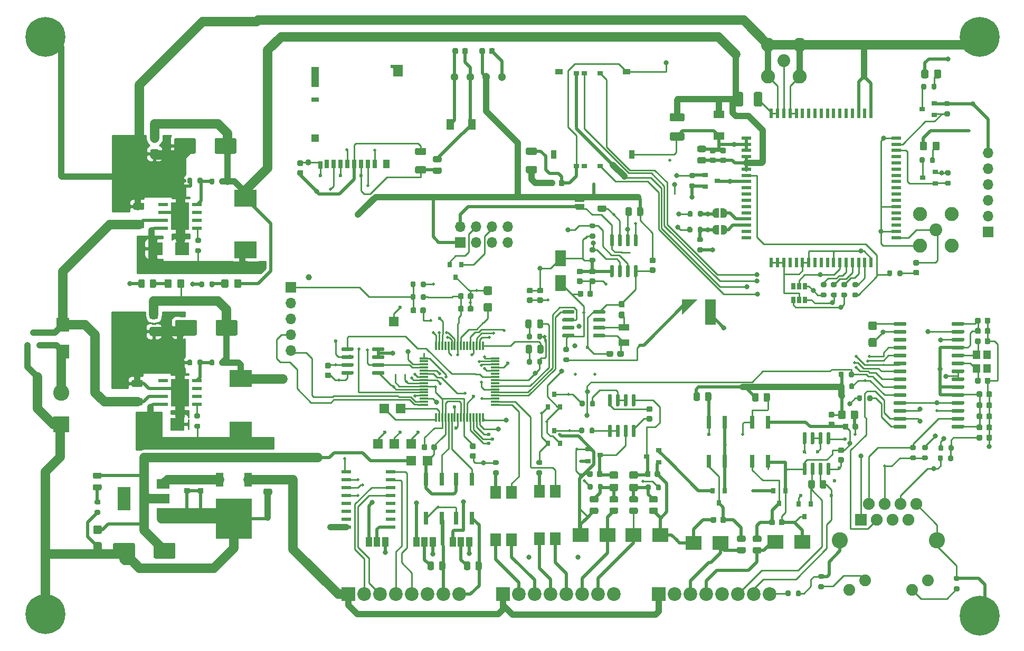
<source format=gbr>
G04 #@! TF.GenerationSoftware,KiCad,Pcbnew,(5.1.9)-1*
G04 #@! TF.CreationDate,2021-02-19T10:56:33+04:00*
G04 #@! TF.ProjectId,saxli,7361786c-692e-46b6-9963-61645f706362,rev?*
G04 #@! TF.SameCoordinates,Original*
G04 #@! TF.FileFunction,Copper,L1,Top*
G04 #@! TF.FilePolarity,Positive*
%FSLAX46Y46*%
G04 Gerber Fmt 4.6, Leading zero omitted, Abs format (unit mm)*
G04 Created by KiCad (PCBNEW (5.1.9)-1) date 2021-02-19 10:56:33*
%MOMM*%
%LPD*%
G01*
G04 APERTURE LIST*
G04 #@! TA.AperFunction,EtchedComponent*
%ADD10C,0.100000*%
G04 #@! TD*
G04 #@! TA.AperFunction,SMDPad,CuDef*
%ADD11R,1.700000X4.100000*%
G04 #@! TD*
G04 #@! TA.AperFunction,SMDPad,CuDef*
%ADD12R,1.000000X1.000000*%
G04 #@! TD*
G04 #@! TA.AperFunction,SMDPad,CuDef*
%ADD13R,0.800000X0.900000*%
G04 #@! TD*
G04 #@! TA.AperFunction,SMDPad,CuDef*
%ADD14R,2.100000X2.300000*%
G04 #@! TD*
G04 #@! TA.AperFunction,ComponentPad*
%ADD15C,1.303000*%
G04 #@! TD*
G04 #@! TA.AperFunction,SMDPad,CuDef*
%ADD16R,1.300000X1.700000*%
G04 #@! TD*
G04 #@! TA.AperFunction,SMDPad,CuDef*
%ADD17R,0.700000X1.400000*%
G04 #@! TD*
G04 #@! TA.AperFunction,SMDPad,CuDef*
%ADD18R,1.500000X1.900000*%
G04 #@! TD*
G04 #@! TA.AperFunction,SMDPad,CuDef*
%ADD19R,1.000000X1.400000*%
G04 #@! TD*
G04 #@! TA.AperFunction,SMDPad,CuDef*
%ADD20R,1.200000X1.200000*%
G04 #@! TD*
G04 #@! TA.AperFunction,SMDPad,CuDef*
%ADD21R,1.200000X3.200000*%
G04 #@! TD*
G04 #@! TA.AperFunction,SMDPad,CuDef*
%ADD22R,0.700000X1.200000*%
G04 #@! TD*
G04 #@! TA.AperFunction,SMDPad,CuDef*
%ADD23R,0.500000X0.500000*%
G04 #@! TD*
G04 #@! TA.AperFunction,SMDPad,CuDef*
%ADD24R,1.200000X0.800000*%
G04 #@! TD*
G04 #@! TA.AperFunction,SMDPad,CuDef*
%ADD25C,0.100000*%
G04 #@! TD*
G04 #@! TA.AperFunction,SMDPad,CuDef*
%ADD26R,1.500000X1.500000*%
G04 #@! TD*
G04 #@! TA.AperFunction,SMDPad,CuDef*
%ADD27R,1.000000X1.500000*%
G04 #@! TD*
G04 #@! TA.AperFunction,SMDPad,CuDef*
%ADD28R,2.500000X2.300000*%
G04 #@! TD*
G04 #@! TA.AperFunction,ComponentPad*
%ADD29C,2.250000*%
G04 #@! TD*
G04 #@! TA.AperFunction,ComponentPad*
%ADD30C,2.050000*%
G04 #@! TD*
G04 #@! TA.AperFunction,SMDPad,CuDef*
%ADD31R,0.900000X0.800000*%
G04 #@! TD*
G04 #@! TA.AperFunction,SMDPad,CuDef*
%ADD32R,1.200000X0.950000*%
G04 #@! TD*
G04 #@! TA.AperFunction,SMDPad,CuDef*
%ADD33R,0.950000X1.400000*%
G04 #@! TD*
G04 #@! TA.AperFunction,SMDPad,CuDef*
%ADD34R,1.700000X1.300000*%
G04 #@! TD*
G04 #@! TA.AperFunction,SMDPad,CuDef*
%ADD35R,1.600000X0.600000*%
G04 #@! TD*
G04 #@! TA.AperFunction,SMDPad,CuDef*
%ADD36R,0.600000X1.600000*%
G04 #@! TD*
G04 #@! TA.AperFunction,SMDPad,CuDef*
%ADD37R,0.650000X1.060000*%
G04 #@! TD*
G04 #@! TA.AperFunction,ComponentPad*
%ADD38O,1.700000X1.700000*%
G04 #@! TD*
G04 #@! TA.AperFunction,ComponentPad*
%ADD39R,1.700000X1.700000*%
G04 #@! TD*
G04 #@! TA.AperFunction,SMDPad,CuDef*
%ADD40R,0.300000X1.475000*%
G04 #@! TD*
G04 #@! TA.AperFunction,SMDPad,CuDef*
%ADD41R,1.475000X0.300000*%
G04 #@! TD*
G04 #@! TA.AperFunction,SMDPad,CuDef*
%ADD42R,1.500000X0.600000*%
G04 #@! TD*
G04 #@! TA.AperFunction,ComponentPad*
%ADD43R,2.200000X2.200000*%
G04 #@! TD*
G04 #@! TA.AperFunction,ComponentPad*
%ADD44C,2.200000*%
G04 #@! TD*
G04 #@! TA.AperFunction,SMDPad,CuDef*
%ADD45R,1.780000X2.000000*%
G04 #@! TD*
G04 #@! TA.AperFunction,SMDPad,CuDef*
%ADD46R,2.000000X1.500000*%
G04 #@! TD*
G04 #@! TA.AperFunction,SMDPad,CuDef*
%ADD47R,2.000000X3.800000*%
G04 #@! TD*
G04 #@! TA.AperFunction,SMDPad,CuDef*
%ADD48R,5.800000X6.400000*%
G04 #@! TD*
G04 #@! TA.AperFunction,SMDPad,CuDef*
%ADD49R,1.200000X2.200000*%
G04 #@! TD*
G04 #@! TA.AperFunction,SMDPad,CuDef*
%ADD50R,2.300000X2.100000*%
G04 #@! TD*
G04 #@! TA.AperFunction,SMDPad,CuDef*
%ADD51R,1.800000X1.000000*%
G04 #@! TD*
G04 #@! TA.AperFunction,SMDPad,CuDef*
%ADD52R,1.200000X1.400000*%
G04 #@! TD*
G04 #@! TA.AperFunction,ComponentPad*
%ADD53C,0.600000*%
G04 #@! TD*
G04 #@! TA.AperFunction,SMDPad,CuDef*
%ADD54R,1.550000X0.600000*%
G04 #@! TD*
G04 #@! TA.AperFunction,SMDPad,CuDef*
%ADD55R,2.950000X4.500000*%
G04 #@! TD*
G04 #@! TA.AperFunction,SMDPad,CuDef*
%ADD56R,2.600000X3.100000*%
G04 #@! TD*
G04 #@! TA.AperFunction,SMDPad,CuDef*
%ADD57R,0.640000X2.000000*%
G04 #@! TD*
G04 #@! TA.AperFunction,SMDPad,CuDef*
%ADD58R,3.600000X2.700000*%
G04 #@! TD*
G04 #@! TA.AperFunction,ComponentPad*
%ADD59C,2.600000*%
G04 #@! TD*
G04 #@! TA.AperFunction,ComponentPad*
%ADD60C,1.890000*%
G04 #@! TD*
G04 #@! TA.AperFunction,ComponentPad*
%ADD61C,1.900000*%
G04 #@! TD*
G04 #@! TA.AperFunction,ComponentPad*
%ADD62R,1.900000X1.900000*%
G04 #@! TD*
G04 #@! TA.AperFunction,ComponentPad*
%ADD63R,2.600000X2.600000*%
G04 #@! TD*
G04 #@! TA.AperFunction,ComponentPad*
%ADD64C,6.400000*%
G04 #@! TD*
G04 #@! TA.AperFunction,SMDPad,CuDef*
%ADD65R,1.800000X2.500000*%
G04 #@! TD*
G04 #@! TA.AperFunction,ViaPad*
%ADD66C,0.500000*%
G04 #@! TD*
G04 #@! TA.AperFunction,ViaPad*
%ADD67C,0.600000*%
G04 #@! TD*
G04 #@! TA.AperFunction,ViaPad*
%ADD68C,0.800000*%
G04 #@! TD*
G04 #@! TA.AperFunction,ViaPad*
%ADD69C,1.000000*%
G04 #@! TD*
G04 #@! TA.AperFunction,Conductor*
%ADD70C,1.500000*%
G04 #@! TD*
G04 #@! TA.AperFunction,Conductor*
%ADD71C,0.500000*%
G04 #@! TD*
G04 #@! TA.AperFunction,Conductor*
%ADD72C,1.000000*%
G04 #@! TD*
G04 #@! TA.AperFunction,Conductor*
%ADD73C,0.250000*%
G04 #@! TD*
G04 #@! TA.AperFunction,Conductor*
%ADD74C,0.293300*%
G04 #@! TD*
G04 #@! TA.AperFunction,Conductor*
%ADD75C,0.254000*%
G04 #@! TD*
G04 #@! TA.AperFunction,Conductor*
%ADD76C,0.100000*%
G04 #@! TD*
G04 APERTURE END LIST*
D10*
G36*
X145323000Y-69999000D02*
G01*
X145323000Y-67599000D01*
X147723000Y-67599000D01*
X145323000Y-69999000D01*
G37*
G04 #@! TA.AperFunction,SMDPad,CuDef*
G36*
G01*
X59939500Y-65474002D02*
X59939500Y-64573998D01*
G75*
G02*
X60189498Y-64324000I249998J0D01*
G01*
X60714502Y-64324000D01*
G75*
G02*
X60964500Y-64573998I0J-249998D01*
G01*
X60964500Y-65474002D01*
G75*
G02*
X60714502Y-65724000I-249998J0D01*
G01*
X60189498Y-65724000D01*
G75*
G02*
X59939500Y-65474002I0J249998D01*
G01*
G37*
G04 #@! TD.AperFunction*
G04 #@! TA.AperFunction,SMDPad,CuDef*
G36*
G01*
X58114500Y-65474002D02*
X58114500Y-64573998D01*
G75*
G02*
X58364498Y-64324000I249998J0D01*
G01*
X58889502Y-64324000D01*
G75*
G02*
X59139500Y-64573998I0J-249998D01*
G01*
X59139500Y-65474002D01*
G75*
G02*
X58889502Y-65724000I-249998J0D01*
G01*
X58364498Y-65724000D01*
G75*
G02*
X58114500Y-65474002I0J249998D01*
G01*
G37*
G04 #@! TD.AperFunction*
G04 #@! TA.AperFunction,SMDPad,CuDef*
G36*
G01*
X68663000Y-64876000D02*
X68663000Y-65426000D01*
G75*
G02*
X68463000Y-65626000I-200000J0D01*
G01*
X68063000Y-65626000D01*
G75*
G02*
X67863000Y-65426000I0J200000D01*
G01*
X67863000Y-64876000D01*
G75*
G02*
X68063000Y-64676000I200000J0D01*
G01*
X68463000Y-64676000D01*
G75*
G02*
X68663000Y-64876000I0J-200000D01*
G01*
G37*
G04 #@! TD.AperFunction*
G04 #@! TA.AperFunction,SMDPad,CuDef*
G36*
G01*
X70313000Y-64876000D02*
X70313000Y-65426000D01*
G75*
G02*
X70113000Y-65626000I-200000J0D01*
G01*
X69713000Y-65626000D01*
G75*
G02*
X69513000Y-65426000I0J200000D01*
G01*
X69513000Y-64876000D01*
G75*
G02*
X69713000Y-64676000I200000J0D01*
G01*
X70113000Y-64676000D01*
G75*
G02*
X70313000Y-64876000I0J-200000D01*
G01*
G37*
G04 #@! TD.AperFunction*
G04 #@! TA.AperFunction,SMDPad,CuDef*
G36*
G01*
X64340000Y-65474001D02*
X64340000Y-64573999D01*
G75*
G02*
X64589999Y-64324000I249999J0D01*
G01*
X65240001Y-64324000D01*
G75*
G02*
X65490000Y-64573999I0J-249999D01*
G01*
X65490000Y-65474001D01*
G75*
G02*
X65240001Y-65724000I-249999J0D01*
G01*
X64589999Y-65724000D01*
G75*
G02*
X64340000Y-65474001I0J249999D01*
G01*
G37*
G04 #@! TD.AperFunction*
G04 #@! TA.AperFunction,SMDPad,CuDef*
G36*
G01*
X62290000Y-65474001D02*
X62290000Y-64573999D01*
G75*
G02*
X62539999Y-64324000I249999J0D01*
G01*
X63190001Y-64324000D01*
G75*
G02*
X63440000Y-64573999I0J-249999D01*
G01*
X63440000Y-65474001D01*
G75*
G02*
X63190001Y-65724000I-249999J0D01*
G01*
X62539999Y-65724000D01*
G75*
G02*
X62290000Y-65474001I0J249999D01*
G01*
G37*
G04 #@! TD.AperFunction*
G04 #@! TA.AperFunction,SMDPad,CuDef*
G36*
G01*
X73466000Y-65474001D02*
X73466000Y-64573999D01*
G75*
G02*
X73715999Y-64324000I249999J0D01*
G01*
X74366001Y-64324000D01*
G75*
G02*
X74616000Y-64573999I0J-249999D01*
G01*
X74616000Y-65474001D01*
G75*
G02*
X74366001Y-65724000I-249999J0D01*
G01*
X73715999Y-65724000D01*
G75*
G02*
X73466000Y-65474001I0J249999D01*
G01*
G37*
G04 #@! TD.AperFunction*
G04 #@! TA.AperFunction,SMDPad,CuDef*
G36*
G01*
X71416000Y-65474001D02*
X71416000Y-64573999D01*
G75*
G02*
X71665999Y-64324000I249999J0D01*
G01*
X72316001Y-64324000D01*
G75*
G02*
X72566000Y-64573999I0J-249999D01*
G01*
X72566000Y-65474001D01*
G75*
G02*
X72316001Y-65724000I-249999J0D01*
G01*
X71665999Y-65724000D01*
G75*
G02*
X71416000Y-65474001I0J249999D01*
G01*
G37*
G04 #@! TD.AperFunction*
D11*
X149873000Y-69649000D03*
D12*
X145923000Y-68199000D03*
D13*
X41275000Y-72914000D03*
X42225000Y-74914000D03*
X40325000Y-74914000D03*
D14*
X45974000Y-71637000D03*
X45974000Y-75937000D03*
D13*
X108966000Y-63992000D03*
X108016000Y-61992000D03*
X109916000Y-61992000D03*
D15*
X116459000Y-31877000D03*
X113919000Y-31877000D03*
X111379000Y-31877000D03*
X108839000Y-31877000D03*
D16*
X111605000Y-39497000D03*
X108105000Y-39497000D03*
G04 #@! TA.AperFunction,SMDPad,CuDef*
G36*
G01*
X109403000Y-27436000D02*
X109403000Y-27936000D01*
G75*
G02*
X109178000Y-28161000I-225000J0D01*
G01*
X108728000Y-28161000D01*
G75*
G02*
X108503000Y-27936000I0J225000D01*
G01*
X108503000Y-27436000D01*
G75*
G02*
X108728000Y-27211000I225000J0D01*
G01*
X109178000Y-27211000D01*
G75*
G02*
X109403000Y-27436000I0J-225000D01*
G01*
G37*
G04 #@! TD.AperFunction*
G04 #@! TA.AperFunction,SMDPad,CuDef*
G36*
G01*
X110953000Y-27436000D02*
X110953000Y-27936000D01*
G75*
G02*
X110728000Y-28161000I-225000J0D01*
G01*
X110278000Y-28161000D01*
G75*
G02*
X110053000Y-27936000I0J225000D01*
G01*
X110053000Y-27436000D01*
G75*
G02*
X110278000Y-27211000I225000J0D01*
G01*
X110728000Y-27211000D01*
G75*
G02*
X110953000Y-27436000I0J-225000D01*
G01*
G37*
G04 #@! TD.AperFunction*
G04 #@! TA.AperFunction,SMDPad,CuDef*
G36*
G01*
X113721000Y-27436000D02*
X113721000Y-27936000D01*
G75*
G02*
X113496000Y-28161000I-225000J0D01*
G01*
X113046000Y-28161000D01*
G75*
G02*
X112821000Y-27936000I0J225000D01*
G01*
X112821000Y-27436000D01*
G75*
G02*
X113046000Y-27211000I225000J0D01*
G01*
X113496000Y-27211000D01*
G75*
G02*
X113721000Y-27436000I0J-225000D01*
G01*
G37*
G04 #@! TD.AperFunction*
G04 #@! TA.AperFunction,SMDPad,CuDef*
G36*
G01*
X115271000Y-27436000D02*
X115271000Y-27936000D01*
G75*
G02*
X115046000Y-28161000I-225000J0D01*
G01*
X114596000Y-28161000D01*
G75*
G02*
X114371000Y-27936000I0J225000D01*
G01*
X114371000Y-27436000D01*
G75*
G02*
X114596000Y-27211000I225000J0D01*
G01*
X115046000Y-27211000D01*
G75*
G02*
X115271000Y-27436000I0J-225000D01*
G01*
G37*
G04 #@! TD.AperFunction*
G04 #@! TA.AperFunction,SMDPad,CuDef*
G36*
G01*
X125547000Y-49145000D02*
X125547000Y-48645000D01*
G75*
G02*
X125772000Y-48420000I225000J0D01*
G01*
X126222000Y-48420000D01*
G75*
G02*
X126447000Y-48645000I0J-225000D01*
G01*
X126447000Y-49145000D01*
G75*
G02*
X126222000Y-49370000I-225000J0D01*
G01*
X125772000Y-49370000D01*
G75*
G02*
X125547000Y-49145000I0J225000D01*
G01*
G37*
G04 #@! TD.AperFunction*
G04 #@! TA.AperFunction,SMDPad,CuDef*
G36*
G01*
X123997000Y-49145000D02*
X123997000Y-48645000D01*
G75*
G02*
X124222000Y-48420000I225000J0D01*
G01*
X124672000Y-48420000D01*
G75*
G02*
X124897000Y-48645000I0J-225000D01*
G01*
X124897000Y-49145000D01*
G75*
G02*
X124672000Y-49370000I-225000J0D01*
G01*
X124222000Y-49370000D01*
G75*
G02*
X123997000Y-49145000I0J225000D01*
G01*
G37*
G04 #@! TD.AperFunction*
G04 #@! TA.AperFunction,SMDPad,CuDef*
G36*
G01*
X121808001Y-44361000D02*
X120507999Y-44361000D01*
G75*
G02*
X120258000Y-44111001I0J249999D01*
G01*
X120258000Y-43460999D01*
G75*
G02*
X120507999Y-43211000I249999J0D01*
G01*
X121808001Y-43211000D01*
G75*
G02*
X122058000Y-43460999I0J-249999D01*
G01*
X122058000Y-44111001D01*
G75*
G02*
X121808001Y-44361000I-249999J0D01*
G01*
G37*
G04 #@! TD.AperFunction*
G04 #@! TA.AperFunction,SMDPad,CuDef*
G36*
G01*
X121808001Y-47311000D02*
X120507999Y-47311000D01*
G75*
G02*
X120258000Y-47061001I0J249999D01*
G01*
X120258000Y-46410999D01*
G75*
G02*
X120507999Y-46161000I249999J0D01*
G01*
X121808001Y-46161000D01*
G75*
G02*
X122058000Y-46410999I0J-249999D01*
G01*
X122058000Y-47061001D01*
G75*
G02*
X121808001Y-47311000I-249999J0D01*
G01*
G37*
G04 #@! TD.AperFunction*
G04 #@! TA.AperFunction,SMDPad,CuDef*
G36*
G01*
X130132000Y-66925000D02*
X130132000Y-66425000D01*
G75*
G02*
X130357000Y-66200000I225000J0D01*
G01*
X130807000Y-66200000D01*
G75*
G02*
X131032000Y-66425000I0J-225000D01*
G01*
X131032000Y-66925000D01*
G75*
G02*
X130807000Y-67150000I-225000J0D01*
G01*
X130357000Y-67150000D01*
G75*
G02*
X130132000Y-66925000I0J225000D01*
G01*
G37*
G04 #@! TD.AperFunction*
G04 #@! TA.AperFunction,SMDPad,CuDef*
G36*
G01*
X128582000Y-66925000D02*
X128582000Y-66425000D01*
G75*
G02*
X128807000Y-66200000I225000J0D01*
G01*
X129257000Y-66200000D01*
G75*
G02*
X129482000Y-66425000I0J-225000D01*
G01*
X129482000Y-66925000D01*
G75*
G02*
X129257000Y-67150000I-225000J0D01*
G01*
X128807000Y-67150000D01*
G75*
G02*
X128582000Y-66925000I0J225000D01*
G01*
G37*
G04 #@! TD.AperFunction*
G04 #@! TA.AperFunction,SMDPad,CuDef*
G36*
G01*
X102727999Y-46190000D02*
X104028001Y-46190000D01*
G75*
G02*
X104278000Y-46439999I0J-249999D01*
G01*
X104278000Y-47090001D01*
G75*
G02*
X104028001Y-47340000I-249999J0D01*
G01*
X102727999Y-47340000D01*
G75*
G02*
X102478000Y-47090001I0J249999D01*
G01*
X102478000Y-46439999D01*
G75*
G02*
X102727999Y-46190000I249999J0D01*
G01*
G37*
G04 #@! TD.AperFunction*
G04 #@! TA.AperFunction,SMDPad,CuDef*
G36*
G01*
X102727999Y-43240000D02*
X104028001Y-43240000D01*
G75*
G02*
X104278000Y-43489999I0J-249999D01*
G01*
X104278000Y-44140001D01*
G75*
G02*
X104028001Y-44390000I-249999J0D01*
G01*
X102727999Y-44390000D01*
G75*
G02*
X102478000Y-44140001I0J249999D01*
G01*
X102478000Y-43489999D01*
G75*
G02*
X102727999Y-43240000I249999J0D01*
G01*
G37*
G04 #@! TD.AperFunction*
D17*
X95993000Y-45852000D03*
D18*
X99793000Y-30852000D03*
D19*
X97893000Y-45852000D03*
D20*
X86493000Y-41652000D03*
D21*
X86493000Y-31852000D03*
D22*
X87343000Y-45952000D03*
D17*
X94893000Y-45852000D03*
X93793000Y-45852000D03*
X92693000Y-45852000D03*
X91593000Y-45852000D03*
X90493000Y-45852000D03*
X89393000Y-45852000D03*
X88293000Y-45852000D03*
D23*
X98793000Y-30152000D03*
D24*
X86493000Y-35452000D03*
G04 #@! TA.AperFunction,SMDPad,CuDef*
D25*
G36*
X99043000Y-30260579D02*
G01*
X99184421Y-30402000D01*
X99043000Y-30543421D01*
X98901579Y-30402000D01*
X99043000Y-30260579D01*
G37*
G04 #@! TD.AperFunction*
G04 #@! TA.AperFunction,SMDPad,CuDef*
G36*
G01*
X188537000Y-71651000D02*
X188537000Y-71351000D01*
G75*
G02*
X188687000Y-71201000I150000J0D01*
G01*
X190437000Y-71201000D01*
G75*
G02*
X190587000Y-71351000I0J-150000D01*
G01*
X190587000Y-71651000D01*
G75*
G02*
X190437000Y-71801000I-150000J0D01*
G01*
X188687000Y-71801000D01*
G75*
G02*
X188537000Y-71651000I0J150000D01*
G01*
G37*
G04 #@! TD.AperFunction*
G04 #@! TA.AperFunction,SMDPad,CuDef*
G36*
G01*
X188537000Y-72921000D02*
X188537000Y-72621000D01*
G75*
G02*
X188687000Y-72471000I150000J0D01*
G01*
X190437000Y-72471000D01*
G75*
G02*
X190587000Y-72621000I0J-150000D01*
G01*
X190587000Y-72921000D01*
G75*
G02*
X190437000Y-73071000I-150000J0D01*
G01*
X188687000Y-73071000D01*
G75*
G02*
X188537000Y-72921000I0J150000D01*
G01*
G37*
G04 #@! TD.AperFunction*
G04 #@! TA.AperFunction,SMDPad,CuDef*
G36*
G01*
X188537000Y-74191000D02*
X188537000Y-73891000D01*
G75*
G02*
X188687000Y-73741000I150000J0D01*
G01*
X190437000Y-73741000D01*
G75*
G02*
X190587000Y-73891000I0J-150000D01*
G01*
X190587000Y-74191000D01*
G75*
G02*
X190437000Y-74341000I-150000J0D01*
G01*
X188687000Y-74341000D01*
G75*
G02*
X188537000Y-74191000I0J150000D01*
G01*
G37*
G04 #@! TD.AperFunction*
G04 #@! TA.AperFunction,SMDPad,CuDef*
G36*
G01*
X188537000Y-75461000D02*
X188537000Y-75161000D01*
G75*
G02*
X188687000Y-75011000I150000J0D01*
G01*
X190437000Y-75011000D01*
G75*
G02*
X190587000Y-75161000I0J-150000D01*
G01*
X190587000Y-75461000D01*
G75*
G02*
X190437000Y-75611000I-150000J0D01*
G01*
X188687000Y-75611000D01*
G75*
G02*
X188537000Y-75461000I0J150000D01*
G01*
G37*
G04 #@! TD.AperFunction*
G04 #@! TA.AperFunction,SMDPad,CuDef*
G36*
G01*
X188537000Y-76731000D02*
X188537000Y-76431000D01*
G75*
G02*
X188687000Y-76281000I150000J0D01*
G01*
X190437000Y-76281000D01*
G75*
G02*
X190587000Y-76431000I0J-150000D01*
G01*
X190587000Y-76731000D01*
G75*
G02*
X190437000Y-76881000I-150000J0D01*
G01*
X188687000Y-76881000D01*
G75*
G02*
X188537000Y-76731000I0J150000D01*
G01*
G37*
G04 #@! TD.AperFunction*
G04 #@! TA.AperFunction,SMDPad,CuDef*
G36*
G01*
X188537000Y-78001000D02*
X188537000Y-77701000D01*
G75*
G02*
X188687000Y-77551000I150000J0D01*
G01*
X190437000Y-77551000D01*
G75*
G02*
X190587000Y-77701000I0J-150000D01*
G01*
X190587000Y-78001000D01*
G75*
G02*
X190437000Y-78151000I-150000J0D01*
G01*
X188687000Y-78151000D01*
G75*
G02*
X188537000Y-78001000I0J150000D01*
G01*
G37*
G04 #@! TD.AperFunction*
G04 #@! TA.AperFunction,SMDPad,CuDef*
G36*
G01*
X188537000Y-79271000D02*
X188537000Y-78971000D01*
G75*
G02*
X188687000Y-78821000I150000J0D01*
G01*
X190437000Y-78821000D01*
G75*
G02*
X190587000Y-78971000I0J-150000D01*
G01*
X190587000Y-79271000D01*
G75*
G02*
X190437000Y-79421000I-150000J0D01*
G01*
X188687000Y-79421000D01*
G75*
G02*
X188537000Y-79271000I0J150000D01*
G01*
G37*
G04 #@! TD.AperFunction*
G04 #@! TA.AperFunction,SMDPad,CuDef*
G36*
G01*
X188537000Y-80541000D02*
X188537000Y-80241000D01*
G75*
G02*
X188687000Y-80091000I150000J0D01*
G01*
X190437000Y-80091000D01*
G75*
G02*
X190587000Y-80241000I0J-150000D01*
G01*
X190587000Y-80541000D01*
G75*
G02*
X190437000Y-80691000I-150000J0D01*
G01*
X188687000Y-80691000D01*
G75*
G02*
X188537000Y-80541000I0J150000D01*
G01*
G37*
G04 #@! TD.AperFunction*
G04 #@! TA.AperFunction,SMDPad,CuDef*
G36*
G01*
X188537000Y-81811000D02*
X188537000Y-81511000D01*
G75*
G02*
X188687000Y-81361000I150000J0D01*
G01*
X190437000Y-81361000D01*
G75*
G02*
X190587000Y-81511000I0J-150000D01*
G01*
X190587000Y-81811000D01*
G75*
G02*
X190437000Y-81961000I-150000J0D01*
G01*
X188687000Y-81961000D01*
G75*
G02*
X188537000Y-81811000I0J150000D01*
G01*
G37*
G04 #@! TD.AperFunction*
G04 #@! TA.AperFunction,SMDPad,CuDef*
G36*
G01*
X188537000Y-83081000D02*
X188537000Y-82781000D01*
G75*
G02*
X188687000Y-82631000I150000J0D01*
G01*
X190437000Y-82631000D01*
G75*
G02*
X190587000Y-82781000I0J-150000D01*
G01*
X190587000Y-83081000D01*
G75*
G02*
X190437000Y-83231000I-150000J0D01*
G01*
X188687000Y-83231000D01*
G75*
G02*
X188537000Y-83081000I0J150000D01*
G01*
G37*
G04 #@! TD.AperFunction*
G04 #@! TA.AperFunction,SMDPad,CuDef*
G36*
G01*
X188537000Y-84351000D02*
X188537000Y-84051000D01*
G75*
G02*
X188687000Y-83901000I150000J0D01*
G01*
X190437000Y-83901000D01*
G75*
G02*
X190587000Y-84051000I0J-150000D01*
G01*
X190587000Y-84351000D01*
G75*
G02*
X190437000Y-84501000I-150000J0D01*
G01*
X188687000Y-84501000D01*
G75*
G02*
X188537000Y-84351000I0J150000D01*
G01*
G37*
G04 #@! TD.AperFunction*
G04 #@! TA.AperFunction,SMDPad,CuDef*
G36*
G01*
X188537000Y-85621000D02*
X188537000Y-85321000D01*
G75*
G02*
X188687000Y-85171000I150000J0D01*
G01*
X190437000Y-85171000D01*
G75*
G02*
X190587000Y-85321000I0J-150000D01*
G01*
X190587000Y-85621000D01*
G75*
G02*
X190437000Y-85771000I-150000J0D01*
G01*
X188687000Y-85771000D01*
G75*
G02*
X188537000Y-85621000I0J150000D01*
G01*
G37*
G04 #@! TD.AperFunction*
G04 #@! TA.AperFunction,SMDPad,CuDef*
G36*
G01*
X188537000Y-86891000D02*
X188537000Y-86591000D01*
G75*
G02*
X188687000Y-86441000I150000J0D01*
G01*
X190437000Y-86441000D01*
G75*
G02*
X190587000Y-86591000I0J-150000D01*
G01*
X190587000Y-86891000D01*
G75*
G02*
X190437000Y-87041000I-150000J0D01*
G01*
X188687000Y-87041000D01*
G75*
G02*
X188537000Y-86891000I0J150000D01*
G01*
G37*
G04 #@! TD.AperFunction*
G04 #@! TA.AperFunction,SMDPad,CuDef*
G36*
G01*
X188537000Y-88161000D02*
X188537000Y-87861000D01*
G75*
G02*
X188687000Y-87711000I150000J0D01*
G01*
X190437000Y-87711000D01*
G75*
G02*
X190587000Y-87861000I0J-150000D01*
G01*
X190587000Y-88161000D01*
G75*
G02*
X190437000Y-88311000I-150000J0D01*
G01*
X188687000Y-88311000D01*
G75*
G02*
X188537000Y-88161000I0J150000D01*
G01*
G37*
G04 #@! TD.AperFunction*
G04 #@! TA.AperFunction,SMDPad,CuDef*
G36*
G01*
X179237000Y-88161000D02*
X179237000Y-87861000D01*
G75*
G02*
X179387000Y-87711000I150000J0D01*
G01*
X181137000Y-87711000D01*
G75*
G02*
X181287000Y-87861000I0J-150000D01*
G01*
X181287000Y-88161000D01*
G75*
G02*
X181137000Y-88311000I-150000J0D01*
G01*
X179387000Y-88311000D01*
G75*
G02*
X179237000Y-88161000I0J150000D01*
G01*
G37*
G04 #@! TD.AperFunction*
G04 #@! TA.AperFunction,SMDPad,CuDef*
G36*
G01*
X179237000Y-86891000D02*
X179237000Y-86591000D01*
G75*
G02*
X179387000Y-86441000I150000J0D01*
G01*
X181137000Y-86441000D01*
G75*
G02*
X181287000Y-86591000I0J-150000D01*
G01*
X181287000Y-86891000D01*
G75*
G02*
X181137000Y-87041000I-150000J0D01*
G01*
X179387000Y-87041000D01*
G75*
G02*
X179237000Y-86891000I0J150000D01*
G01*
G37*
G04 #@! TD.AperFunction*
G04 #@! TA.AperFunction,SMDPad,CuDef*
G36*
G01*
X179237000Y-85621000D02*
X179237000Y-85321000D01*
G75*
G02*
X179387000Y-85171000I150000J0D01*
G01*
X181137000Y-85171000D01*
G75*
G02*
X181287000Y-85321000I0J-150000D01*
G01*
X181287000Y-85621000D01*
G75*
G02*
X181137000Y-85771000I-150000J0D01*
G01*
X179387000Y-85771000D01*
G75*
G02*
X179237000Y-85621000I0J150000D01*
G01*
G37*
G04 #@! TD.AperFunction*
G04 #@! TA.AperFunction,SMDPad,CuDef*
G36*
G01*
X179237000Y-84351000D02*
X179237000Y-84051000D01*
G75*
G02*
X179387000Y-83901000I150000J0D01*
G01*
X181137000Y-83901000D01*
G75*
G02*
X181287000Y-84051000I0J-150000D01*
G01*
X181287000Y-84351000D01*
G75*
G02*
X181137000Y-84501000I-150000J0D01*
G01*
X179387000Y-84501000D01*
G75*
G02*
X179237000Y-84351000I0J150000D01*
G01*
G37*
G04 #@! TD.AperFunction*
G04 #@! TA.AperFunction,SMDPad,CuDef*
G36*
G01*
X179237000Y-83081000D02*
X179237000Y-82781000D01*
G75*
G02*
X179387000Y-82631000I150000J0D01*
G01*
X181137000Y-82631000D01*
G75*
G02*
X181287000Y-82781000I0J-150000D01*
G01*
X181287000Y-83081000D01*
G75*
G02*
X181137000Y-83231000I-150000J0D01*
G01*
X179387000Y-83231000D01*
G75*
G02*
X179237000Y-83081000I0J150000D01*
G01*
G37*
G04 #@! TD.AperFunction*
G04 #@! TA.AperFunction,SMDPad,CuDef*
G36*
G01*
X179237000Y-81811000D02*
X179237000Y-81511000D01*
G75*
G02*
X179387000Y-81361000I150000J0D01*
G01*
X181137000Y-81361000D01*
G75*
G02*
X181287000Y-81511000I0J-150000D01*
G01*
X181287000Y-81811000D01*
G75*
G02*
X181137000Y-81961000I-150000J0D01*
G01*
X179387000Y-81961000D01*
G75*
G02*
X179237000Y-81811000I0J150000D01*
G01*
G37*
G04 #@! TD.AperFunction*
G04 #@! TA.AperFunction,SMDPad,CuDef*
G36*
G01*
X179237000Y-80541000D02*
X179237000Y-80241000D01*
G75*
G02*
X179387000Y-80091000I150000J0D01*
G01*
X181137000Y-80091000D01*
G75*
G02*
X181287000Y-80241000I0J-150000D01*
G01*
X181287000Y-80541000D01*
G75*
G02*
X181137000Y-80691000I-150000J0D01*
G01*
X179387000Y-80691000D01*
G75*
G02*
X179237000Y-80541000I0J150000D01*
G01*
G37*
G04 #@! TD.AperFunction*
G04 #@! TA.AperFunction,SMDPad,CuDef*
G36*
G01*
X179237000Y-79271000D02*
X179237000Y-78971000D01*
G75*
G02*
X179387000Y-78821000I150000J0D01*
G01*
X181137000Y-78821000D01*
G75*
G02*
X181287000Y-78971000I0J-150000D01*
G01*
X181287000Y-79271000D01*
G75*
G02*
X181137000Y-79421000I-150000J0D01*
G01*
X179387000Y-79421000D01*
G75*
G02*
X179237000Y-79271000I0J150000D01*
G01*
G37*
G04 #@! TD.AperFunction*
G04 #@! TA.AperFunction,SMDPad,CuDef*
G36*
G01*
X179237000Y-78001000D02*
X179237000Y-77701000D01*
G75*
G02*
X179387000Y-77551000I150000J0D01*
G01*
X181137000Y-77551000D01*
G75*
G02*
X181287000Y-77701000I0J-150000D01*
G01*
X181287000Y-78001000D01*
G75*
G02*
X181137000Y-78151000I-150000J0D01*
G01*
X179387000Y-78151000D01*
G75*
G02*
X179237000Y-78001000I0J150000D01*
G01*
G37*
G04 #@! TD.AperFunction*
G04 #@! TA.AperFunction,SMDPad,CuDef*
G36*
G01*
X179237000Y-76731000D02*
X179237000Y-76431000D01*
G75*
G02*
X179387000Y-76281000I150000J0D01*
G01*
X181137000Y-76281000D01*
G75*
G02*
X181287000Y-76431000I0J-150000D01*
G01*
X181287000Y-76731000D01*
G75*
G02*
X181137000Y-76881000I-150000J0D01*
G01*
X179387000Y-76881000D01*
G75*
G02*
X179237000Y-76731000I0J150000D01*
G01*
G37*
G04 #@! TD.AperFunction*
G04 #@! TA.AperFunction,SMDPad,CuDef*
G36*
G01*
X179237000Y-75461000D02*
X179237000Y-75161000D01*
G75*
G02*
X179387000Y-75011000I150000J0D01*
G01*
X181137000Y-75011000D01*
G75*
G02*
X181287000Y-75161000I0J-150000D01*
G01*
X181287000Y-75461000D01*
G75*
G02*
X181137000Y-75611000I-150000J0D01*
G01*
X179387000Y-75611000D01*
G75*
G02*
X179237000Y-75461000I0J150000D01*
G01*
G37*
G04 #@! TD.AperFunction*
G04 #@! TA.AperFunction,SMDPad,CuDef*
G36*
G01*
X179237000Y-74191000D02*
X179237000Y-73891000D01*
G75*
G02*
X179387000Y-73741000I150000J0D01*
G01*
X181137000Y-73741000D01*
G75*
G02*
X181287000Y-73891000I0J-150000D01*
G01*
X181287000Y-74191000D01*
G75*
G02*
X181137000Y-74341000I-150000J0D01*
G01*
X179387000Y-74341000D01*
G75*
G02*
X179237000Y-74191000I0J150000D01*
G01*
G37*
G04 #@! TD.AperFunction*
G04 #@! TA.AperFunction,SMDPad,CuDef*
G36*
G01*
X179237000Y-72921000D02*
X179237000Y-72621000D01*
G75*
G02*
X179387000Y-72471000I150000J0D01*
G01*
X181137000Y-72471000D01*
G75*
G02*
X181287000Y-72621000I0J-150000D01*
G01*
X181287000Y-72921000D01*
G75*
G02*
X181137000Y-73071000I-150000J0D01*
G01*
X179387000Y-73071000D01*
G75*
G02*
X179237000Y-72921000I0J150000D01*
G01*
G37*
G04 #@! TD.AperFunction*
G04 #@! TA.AperFunction,SMDPad,CuDef*
G36*
G01*
X179237000Y-71651000D02*
X179237000Y-71351000D01*
G75*
G02*
X179387000Y-71201000I150000J0D01*
G01*
X181137000Y-71201000D01*
G75*
G02*
X181287000Y-71351000I0J-150000D01*
G01*
X181287000Y-71651000D01*
G75*
G02*
X181137000Y-71801000I-150000J0D01*
G01*
X179387000Y-71801000D01*
G75*
G02*
X179237000Y-71651000I0J150000D01*
G01*
G37*
G04 #@! TD.AperFunction*
G04 #@! TA.AperFunction,SMDPad,CuDef*
G36*
G01*
X175469999Y-71102000D02*
X176320001Y-71102000D01*
G75*
G02*
X176570000Y-71351999I0J-249999D01*
G01*
X176570000Y-72252001D01*
G75*
G02*
X176320001Y-72502000I-249999J0D01*
G01*
X175469999Y-72502000D01*
G75*
G02*
X175220000Y-72252001I0J249999D01*
G01*
X175220000Y-71351999D01*
G75*
G02*
X175469999Y-71102000I249999J0D01*
G01*
G37*
G04 #@! TD.AperFunction*
G04 #@! TA.AperFunction,SMDPad,CuDef*
G36*
G01*
X175469999Y-73802000D02*
X176320001Y-73802000D01*
G75*
G02*
X176570000Y-74051999I0J-249999D01*
G01*
X176570000Y-74952001D01*
G75*
G02*
X176320001Y-75202000I-249999J0D01*
G01*
X175469999Y-75202000D01*
G75*
G02*
X175220000Y-74952001I0J249999D01*
G01*
X175220000Y-74051999D01*
G75*
G02*
X175469999Y-73802000I249999J0D01*
G01*
G37*
G04 #@! TD.AperFunction*
G04 #@! TA.AperFunction,SMDPad,CuDef*
G36*
G01*
X111510000Y-90723000D02*
X112010000Y-90723000D01*
G75*
G02*
X112235000Y-90948000I0J-225000D01*
G01*
X112235000Y-91398000D01*
G75*
G02*
X112010000Y-91623000I-225000J0D01*
G01*
X111510000Y-91623000D01*
G75*
G02*
X111285000Y-91398000I0J225000D01*
G01*
X111285000Y-90948000D01*
G75*
G02*
X111510000Y-90723000I225000J0D01*
G01*
G37*
G04 #@! TD.AperFunction*
G04 #@! TA.AperFunction,SMDPad,CuDef*
G36*
G01*
X111510000Y-92273000D02*
X112010000Y-92273000D01*
G75*
G02*
X112235000Y-92498000I0J-225000D01*
G01*
X112235000Y-92948000D01*
G75*
G02*
X112010000Y-93173000I-225000J0D01*
G01*
X111510000Y-93173000D01*
G75*
G02*
X111285000Y-92948000I0J225000D01*
G01*
X111285000Y-92498000D01*
G75*
G02*
X111510000Y-92273000I225000J0D01*
G01*
G37*
G04 #@! TD.AperFunction*
G04 #@! TA.AperFunction,SMDPad,CuDef*
G36*
G01*
X179876000Y-63648000D02*
X179876000Y-63098000D01*
G75*
G02*
X180076000Y-62898000I200000J0D01*
G01*
X180476000Y-62898000D01*
G75*
G02*
X180676000Y-63098000I0J-200000D01*
G01*
X180676000Y-63648000D01*
G75*
G02*
X180476000Y-63848000I-200000J0D01*
G01*
X180076000Y-63848000D01*
G75*
G02*
X179876000Y-63648000I0J200000D01*
G01*
G37*
G04 #@! TD.AperFunction*
G04 #@! TA.AperFunction,SMDPad,CuDef*
G36*
G01*
X178226000Y-63648000D02*
X178226000Y-63098000D01*
G75*
G02*
X178426000Y-62898000I200000J0D01*
G01*
X178826000Y-62898000D01*
G75*
G02*
X179026000Y-63098000I0J-200000D01*
G01*
X179026000Y-63648000D01*
G75*
G02*
X178826000Y-63848000I-200000J0D01*
G01*
X178426000Y-63848000D01*
G75*
G02*
X178226000Y-63648000I0J200000D01*
G01*
G37*
G04 #@! TD.AperFunction*
G04 #@! TA.AperFunction,SMDPad,CuDef*
G36*
G01*
X183136250Y-62134000D02*
X182623750Y-62134000D01*
G75*
G02*
X182405000Y-61915250I0J218750D01*
G01*
X182405000Y-61477750D01*
G75*
G02*
X182623750Y-61259000I218750J0D01*
G01*
X183136250Y-61259000D01*
G75*
G02*
X183355000Y-61477750I0J-218750D01*
G01*
X183355000Y-61915250D01*
G75*
G02*
X183136250Y-62134000I-218750J0D01*
G01*
G37*
G04 #@! TD.AperFunction*
G04 #@! TA.AperFunction,SMDPad,CuDef*
G36*
G01*
X183136250Y-63709000D02*
X182623750Y-63709000D01*
G75*
G02*
X182405000Y-63490250I0J218750D01*
G01*
X182405000Y-63052750D01*
G75*
G02*
X182623750Y-62834000I218750J0D01*
G01*
X183136250Y-62834000D01*
G75*
G02*
X183355000Y-63052750I0J-218750D01*
G01*
X183355000Y-63490250D01*
G75*
G02*
X183136250Y-63709000I-218750J0D01*
G01*
G37*
G04 #@! TD.AperFunction*
G04 #@! TA.AperFunction,SMDPad,CuDef*
G36*
G01*
X166605000Y-96831998D02*
X166605000Y-97732002D01*
G75*
G02*
X166355002Y-97982000I-249998J0D01*
G01*
X165829998Y-97982000D01*
G75*
G02*
X165580000Y-97732002I0J249998D01*
G01*
X165580000Y-96831998D01*
G75*
G02*
X165829998Y-96582000I249998J0D01*
G01*
X166355002Y-96582000D01*
G75*
G02*
X166605000Y-96831998I0J-249998D01*
G01*
G37*
G04 #@! TD.AperFunction*
G04 #@! TA.AperFunction,SMDPad,CuDef*
G36*
G01*
X168430000Y-96831998D02*
X168430000Y-97732002D01*
G75*
G02*
X168180002Y-97982000I-249998J0D01*
G01*
X167654998Y-97982000D01*
G75*
G02*
X167405000Y-97732002I0J249998D01*
G01*
X167405000Y-96831998D01*
G75*
G02*
X167654998Y-96582000I249998J0D01*
G01*
X168180002Y-96582000D01*
G75*
G02*
X168430000Y-96831998I0J-249998D01*
G01*
G37*
G04 #@! TD.AperFunction*
D13*
X164973000Y-102473000D03*
X164023000Y-100473000D03*
X165923000Y-100473000D03*
D26*
X100203000Y-85090000D03*
X97536000Y-85090000D03*
D27*
X95093000Y-106553000D03*
X96393000Y-106553000D03*
X97693000Y-106553000D03*
X108555000Y-106553000D03*
X109855000Y-106553000D03*
X111155000Y-106553000D03*
X102713000Y-106553000D03*
X104013000Y-106553000D03*
X105313000Y-106553000D03*
D26*
X104521000Y-93472000D03*
X101854000Y-93472000D03*
X99187000Y-90805000D03*
X101854000Y-90805000D03*
X96520000Y-90799000D03*
X99060000Y-71120000D03*
G04 #@! TA.AperFunction,SMDPad,CuDef*
D25*
G36*
X129654398Y-52720000D02*
G01*
X129654398Y-52744534D01*
X129649588Y-52793365D01*
X129640016Y-52841490D01*
X129625772Y-52888445D01*
X129606995Y-52933778D01*
X129583864Y-52977051D01*
X129556604Y-53017850D01*
X129525476Y-53055779D01*
X129490779Y-53090476D01*
X129452850Y-53121604D01*
X129412051Y-53148864D01*
X129368778Y-53171995D01*
X129323445Y-53190772D01*
X129276490Y-53205016D01*
X129228365Y-53214588D01*
X129179534Y-53219398D01*
X129155000Y-53219398D01*
X129155000Y-53220000D01*
X128655000Y-53220000D01*
X128655000Y-53219398D01*
X128630466Y-53219398D01*
X128581635Y-53214588D01*
X128533510Y-53205016D01*
X128486555Y-53190772D01*
X128441222Y-53171995D01*
X128397949Y-53148864D01*
X128357150Y-53121604D01*
X128319221Y-53090476D01*
X128284524Y-53055779D01*
X128253396Y-53017850D01*
X128226136Y-52977051D01*
X128203005Y-52933778D01*
X128184228Y-52888445D01*
X128169984Y-52841490D01*
X128160412Y-52793365D01*
X128155602Y-52744534D01*
X128155602Y-52720000D01*
X128155000Y-52720000D01*
X128155000Y-52220000D01*
X129655000Y-52220000D01*
X129655000Y-52720000D01*
X129654398Y-52720000D01*
G37*
G04 #@! TD.AperFunction*
G04 #@! TA.AperFunction,SMDPad,CuDef*
G36*
X128155000Y-51920000D02*
G01*
X128155000Y-51420000D01*
X128155602Y-51420000D01*
X128155602Y-51395466D01*
X128160412Y-51346635D01*
X128169984Y-51298510D01*
X128184228Y-51251555D01*
X128203005Y-51206222D01*
X128226136Y-51162949D01*
X128253396Y-51122150D01*
X128284524Y-51084221D01*
X128319221Y-51049524D01*
X128357150Y-51018396D01*
X128397949Y-50991136D01*
X128441222Y-50968005D01*
X128486555Y-50949228D01*
X128533510Y-50934984D01*
X128581635Y-50925412D01*
X128630466Y-50920602D01*
X128655000Y-50920602D01*
X128655000Y-50920000D01*
X129155000Y-50920000D01*
X129155000Y-50920602D01*
X129179534Y-50920602D01*
X129228365Y-50925412D01*
X129276490Y-50934984D01*
X129323445Y-50949228D01*
X129368778Y-50968005D01*
X129412051Y-50991136D01*
X129452850Y-51018396D01*
X129490779Y-51049524D01*
X129525476Y-51084221D01*
X129556604Y-51122150D01*
X129583864Y-51162949D01*
X129606995Y-51206222D01*
X129625772Y-51251555D01*
X129640016Y-51298510D01*
X129649588Y-51346635D01*
X129654398Y-51395466D01*
X129654398Y-51420000D01*
X129655000Y-51420000D01*
X129655000Y-51920000D01*
X128155000Y-51920000D01*
G37*
G04 #@! TD.AperFunction*
D28*
X133341000Y-105410000D03*
X129041000Y-105410000D03*
G04 #@! TA.AperFunction,SMDPad,CuDef*
G36*
G01*
X163580000Y-115083000D02*
X163580000Y-114533000D01*
G75*
G02*
X163780000Y-114333000I200000J0D01*
G01*
X164180000Y-114333000D01*
G75*
G02*
X164380000Y-114533000I0J-200000D01*
G01*
X164380000Y-115083000D01*
G75*
G02*
X164180000Y-115283000I-200000J0D01*
G01*
X163780000Y-115283000D01*
G75*
G02*
X163580000Y-115083000I0J200000D01*
G01*
G37*
G04 #@! TD.AperFunction*
G04 #@! TA.AperFunction,SMDPad,CuDef*
G36*
G01*
X161930000Y-115083000D02*
X161930000Y-114533000D01*
G75*
G02*
X162130000Y-114333000I200000J0D01*
G01*
X162530000Y-114333000D01*
G75*
G02*
X162730000Y-114533000I0J-200000D01*
G01*
X162730000Y-115083000D01*
G75*
G02*
X162530000Y-115283000I-200000J0D01*
G01*
X162130000Y-115283000D01*
G75*
G02*
X161930000Y-115083000I0J200000D01*
G01*
G37*
G04 #@! TD.AperFunction*
G04 #@! TA.AperFunction,SMDPad,CuDef*
G36*
G01*
X171065000Y-92258000D02*
X170565000Y-92258000D01*
G75*
G02*
X170340000Y-92033000I0J225000D01*
G01*
X170340000Y-91583000D01*
G75*
G02*
X170565000Y-91358000I225000J0D01*
G01*
X171065000Y-91358000D01*
G75*
G02*
X171290000Y-91583000I0J-225000D01*
G01*
X171290000Y-92033000D01*
G75*
G02*
X171065000Y-92258000I-225000J0D01*
G01*
G37*
G04 #@! TD.AperFunction*
G04 #@! TA.AperFunction,SMDPad,CuDef*
G36*
G01*
X171065000Y-93808000D02*
X170565000Y-93808000D01*
G75*
G02*
X170340000Y-93583000I0J225000D01*
G01*
X170340000Y-93133000D01*
G75*
G02*
X170565000Y-92908000I225000J0D01*
G01*
X171065000Y-92908000D01*
G75*
G02*
X171290000Y-93133000I0J-225000D01*
G01*
X171290000Y-93583000D01*
G75*
G02*
X171065000Y-93808000I-225000J0D01*
G01*
G37*
G04 #@! TD.AperFunction*
G04 #@! TA.AperFunction,SMDPad,CuDef*
G36*
G01*
X168633000Y-93829000D02*
X168933000Y-93829000D01*
G75*
G02*
X169083000Y-93979000I0J-150000D01*
G01*
X169083000Y-95629000D01*
G75*
G02*
X168933000Y-95779000I-150000J0D01*
G01*
X168633000Y-95779000D01*
G75*
G02*
X168483000Y-95629000I0J150000D01*
G01*
X168483000Y-93979000D01*
G75*
G02*
X168633000Y-93829000I150000J0D01*
G01*
G37*
G04 #@! TD.AperFunction*
G04 #@! TA.AperFunction,SMDPad,CuDef*
G36*
G01*
X167363000Y-93829000D02*
X167663000Y-93829000D01*
G75*
G02*
X167813000Y-93979000I0J-150000D01*
G01*
X167813000Y-95629000D01*
G75*
G02*
X167663000Y-95779000I-150000J0D01*
G01*
X167363000Y-95779000D01*
G75*
G02*
X167213000Y-95629000I0J150000D01*
G01*
X167213000Y-93979000D01*
G75*
G02*
X167363000Y-93829000I150000J0D01*
G01*
G37*
G04 #@! TD.AperFunction*
G04 #@! TA.AperFunction,SMDPad,CuDef*
G36*
G01*
X166093000Y-93829000D02*
X166393000Y-93829000D01*
G75*
G02*
X166543000Y-93979000I0J-150000D01*
G01*
X166543000Y-95629000D01*
G75*
G02*
X166393000Y-95779000I-150000J0D01*
G01*
X166093000Y-95779000D01*
G75*
G02*
X165943000Y-95629000I0J150000D01*
G01*
X165943000Y-93979000D01*
G75*
G02*
X166093000Y-93829000I150000J0D01*
G01*
G37*
G04 #@! TD.AperFunction*
G04 #@! TA.AperFunction,SMDPad,CuDef*
G36*
G01*
X164823000Y-93829000D02*
X165123000Y-93829000D01*
G75*
G02*
X165273000Y-93979000I0J-150000D01*
G01*
X165273000Y-95629000D01*
G75*
G02*
X165123000Y-95779000I-150000J0D01*
G01*
X164823000Y-95779000D01*
G75*
G02*
X164673000Y-95629000I0J150000D01*
G01*
X164673000Y-93979000D01*
G75*
G02*
X164823000Y-93829000I150000J0D01*
G01*
G37*
G04 #@! TD.AperFunction*
G04 #@! TA.AperFunction,SMDPad,CuDef*
G36*
G01*
X164823000Y-88879000D02*
X165123000Y-88879000D01*
G75*
G02*
X165273000Y-89029000I0J-150000D01*
G01*
X165273000Y-90679000D01*
G75*
G02*
X165123000Y-90829000I-150000J0D01*
G01*
X164823000Y-90829000D01*
G75*
G02*
X164673000Y-90679000I0J150000D01*
G01*
X164673000Y-89029000D01*
G75*
G02*
X164823000Y-88879000I150000J0D01*
G01*
G37*
G04 #@! TD.AperFunction*
G04 #@! TA.AperFunction,SMDPad,CuDef*
G36*
G01*
X166093000Y-88879000D02*
X166393000Y-88879000D01*
G75*
G02*
X166543000Y-89029000I0J-150000D01*
G01*
X166543000Y-90679000D01*
G75*
G02*
X166393000Y-90829000I-150000J0D01*
G01*
X166093000Y-90829000D01*
G75*
G02*
X165943000Y-90679000I0J150000D01*
G01*
X165943000Y-89029000D01*
G75*
G02*
X166093000Y-88879000I150000J0D01*
G01*
G37*
G04 #@! TD.AperFunction*
G04 #@! TA.AperFunction,SMDPad,CuDef*
G36*
G01*
X167363000Y-88879000D02*
X167663000Y-88879000D01*
G75*
G02*
X167813000Y-89029000I0J-150000D01*
G01*
X167813000Y-90679000D01*
G75*
G02*
X167663000Y-90829000I-150000J0D01*
G01*
X167363000Y-90829000D01*
G75*
G02*
X167213000Y-90679000I0J150000D01*
G01*
X167213000Y-89029000D01*
G75*
G02*
X167363000Y-88879000I150000J0D01*
G01*
G37*
G04 #@! TD.AperFunction*
G04 #@! TA.AperFunction,SMDPad,CuDef*
G36*
G01*
X168633000Y-88879000D02*
X168933000Y-88879000D01*
G75*
G02*
X169083000Y-89029000I0J-150000D01*
G01*
X169083000Y-90679000D01*
G75*
G02*
X168933000Y-90829000I-150000J0D01*
G01*
X168633000Y-90829000D01*
G75*
G02*
X168483000Y-90679000I0J150000D01*
G01*
X168483000Y-89029000D01*
G75*
G02*
X168633000Y-88879000I150000J0D01*
G01*
G37*
G04 #@! TD.AperFunction*
D29*
X164211000Y-31750000D03*
X159131000Y-31750000D03*
X159131000Y-26670000D03*
X164211000Y-26670000D03*
D30*
X161671000Y-29210000D03*
D29*
X183515000Y-58928000D03*
X183515000Y-53848000D03*
X188595000Y-53848000D03*
X188595000Y-58928000D03*
D30*
X186055000Y-56388000D03*
G04 #@! TA.AperFunction,SMDPad,CuDef*
G36*
G01*
X184233000Y-44937000D02*
X184233000Y-45487000D01*
G75*
G02*
X184033000Y-45687000I-200000J0D01*
G01*
X183633000Y-45687000D01*
G75*
G02*
X183433000Y-45487000I0J200000D01*
G01*
X183433000Y-44937000D01*
G75*
G02*
X183633000Y-44737000I200000J0D01*
G01*
X184033000Y-44737000D01*
G75*
G02*
X184233000Y-44937000I0J-200000D01*
G01*
G37*
G04 #@! TD.AperFunction*
G04 #@! TA.AperFunction,SMDPad,CuDef*
G36*
G01*
X185883000Y-44937000D02*
X185883000Y-45487000D01*
G75*
G02*
X185683000Y-45687000I-200000J0D01*
G01*
X185283000Y-45687000D01*
G75*
G02*
X185083000Y-45487000I0J200000D01*
G01*
X185083000Y-44937000D01*
G75*
G02*
X185283000Y-44737000I200000J0D01*
G01*
X185683000Y-44737000D01*
G75*
G02*
X185883000Y-44937000I0J-200000D01*
G01*
G37*
G04 #@! TD.AperFunction*
G04 #@! TA.AperFunction,SMDPad,CuDef*
G36*
G01*
X184487000Y-33126000D02*
X184487000Y-33676000D01*
G75*
G02*
X184287000Y-33876000I-200000J0D01*
G01*
X183887000Y-33876000D01*
G75*
G02*
X183687000Y-33676000I0J200000D01*
G01*
X183687000Y-33126000D01*
G75*
G02*
X183887000Y-32926000I200000J0D01*
G01*
X184287000Y-32926000D01*
G75*
G02*
X184487000Y-33126000I0J-200000D01*
G01*
G37*
G04 #@! TD.AperFunction*
G04 #@! TA.AperFunction,SMDPad,CuDef*
G36*
G01*
X186137000Y-33126000D02*
X186137000Y-33676000D01*
G75*
G02*
X185937000Y-33876000I-200000J0D01*
G01*
X185537000Y-33876000D01*
G75*
G02*
X185337000Y-33676000I0J200000D01*
G01*
X185337000Y-33126000D01*
G75*
G02*
X185537000Y-32926000I200000J0D01*
G01*
X185937000Y-32926000D01*
G75*
G02*
X186137000Y-33126000I0J-200000D01*
G01*
G37*
G04 #@! TD.AperFunction*
D31*
X128403000Y-31218000D03*
X129643000Y-31218000D03*
X132183000Y-31218000D03*
X128403000Y-46158000D03*
X129643000Y-46158000D03*
X132183000Y-46158000D03*
D32*
X136398000Y-30988000D03*
D33*
X137233000Y-44298000D03*
X124713000Y-44298000D03*
D32*
X125548000Y-30988000D03*
G04 #@! TA.AperFunction,SMDPad,CuDef*
G36*
G01*
X184598000Y-42475999D02*
X184598000Y-43376001D01*
G75*
G02*
X184348001Y-43626000I-249999J0D01*
G01*
X183697999Y-43626000D01*
G75*
G02*
X183448000Y-43376001I0J249999D01*
G01*
X183448000Y-42475999D01*
G75*
G02*
X183697999Y-42226000I249999J0D01*
G01*
X184348001Y-42226000D01*
G75*
G02*
X184598000Y-42475999I0J-249999D01*
G01*
G37*
G04 #@! TD.AperFunction*
G04 #@! TA.AperFunction,SMDPad,CuDef*
G36*
G01*
X186648000Y-42475999D02*
X186648000Y-43376001D01*
G75*
G02*
X186398001Y-43626000I-249999J0D01*
G01*
X185747999Y-43626000D01*
G75*
G02*
X185498000Y-43376001I0J249999D01*
G01*
X185498000Y-42475999D01*
G75*
G02*
X185747999Y-42226000I249999J0D01*
G01*
X186398001Y-42226000D01*
G75*
G02*
X186648000Y-42475999I0J-249999D01*
G01*
G37*
G04 #@! TD.AperFunction*
G04 #@! TA.AperFunction,SMDPad,CuDef*
G36*
G01*
X184843000Y-30918999D02*
X184843000Y-31819001D01*
G75*
G02*
X184593001Y-32069000I-249999J0D01*
G01*
X183942999Y-32069000D01*
G75*
G02*
X183693000Y-31819001I0J249999D01*
G01*
X183693000Y-30918999D01*
G75*
G02*
X183942999Y-30669000I249999J0D01*
G01*
X184593001Y-30669000D01*
G75*
G02*
X184843000Y-30918999I0J-249999D01*
G01*
G37*
G04 #@! TD.AperFunction*
G04 #@! TA.AperFunction,SMDPad,CuDef*
G36*
G01*
X186893000Y-30918999D02*
X186893000Y-31819001D01*
G75*
G02*
X186643001Y-32069000I-249999J0D01*
G01*
X185992999Y-32069000D01*
G75*
G02*
X185743000Y-31819001I0J249999D01*
G01*
X185743000Y-30918999D01*
G75*
G02*
X185992999Y-30669000I249999J0D01*
G01*
X186643001Y-30669000D01*
G75*
G02*
X186893000Y-30918999I0J-249999D01*
G01*
G37*
G04 #@! TD.AperFunction*
G04 #@! TA.AperFunction,SMDPad,CuDef*
G36*
G01*
X143600998Y-40753000D02*
X145451002Y-40753000D01*
G75*
G02*
X145701000Y-41002998I0J-249998D01*
G01*
X145701000Y-41828002D01*
G75*
G02*
X145451002Y-42078000I-249998J0D01*
G01*
X143600998Y-42078000D01*
G75*
G02*
X143351000Y-41828002I0J249998D01*
G01*
X143351000Y-41002998D01*
G75*
G02*
X143600998Y-40753000I249998J0D01*
G01*
G37*
G04 #@! TD.AperFunction*
G04 #@! TA.AperFunction,SMDPad,CuDef*
G36*
G01*
X143600998Y-37678000D02*
X145451002Y-37678000D01*
G75*
G02*
X145701000Y-37927998I0J-249998D01*
G01*
X145701000Y-38753002D01*
G75*
G02*
X145451002Y-39003000I-249998J0D01*
G01*
X143600998Y-39003000D01*
G75*
G02*
X143351000Y-38753002I0J249998D01*
G01*
X143351000Y-37927998D01*
G75*
G02*
X143600998Y-37678000I249998J0D01*
G01*
G37*
G04 #@! TD.AperFunction*
D34*
X151257000Y-41374000D03*
X151257000Y-37874000D03*
G04 #@! TA.AperFunction,SMDPad,CuDef*
G36*
G01*
X156844500Y-36358002D02*
X156844500Y-34507998D01*
G75*
G02*
X157094498Y-34258000I249998J0D01*
G01*
X157919502Y-34258000D01*
G75*
G02*
X158169500Y-34507998I0J-249998D01*
G01*
X158169500Y-36358002D01*
G75*
G02*
X157919502Y-36608000I-249998J0D01*
G01*
X157094498Y-36608000D01*
G75*
G02*
X156844500Y-36358002I0J249998D01*
G01*
G37*
G04 #@! TD.AperFunction*
G04 #@! TA.AperFunction,SMDPad,CuDef*
G36*
G01*
X153769500Y-36358002D02*
X153769500Y-34507998D01*
G75*
G02*
X154019498Y-34258000I249998J0D01*
G01*
X154844502Y-34258000D01*
G75*
G02*
X155094500Y-34507998I0J-249998D01*
G01*
X155094500Y-36358002D01*
G75*
G02*
X154844502Y-36608000I-249998J0D01*
G01*
X154019498Y-36608000D01*
G75*
G02*
X153769500Y-36358002I0J249998D01*
G01*
G37*
G04 #@! TD.AperFunction*
G04 #@! TA.AperFunction,SMDPad,CuDef*
G36*
G01*
X152142000Y-44125000D02*
X151642000Y-44125000D01*
G75*
G02*
X151417000Y-43900000I0J225000D01*
G01*
X151417000Y-43450000D01*
G75*
G02*
X151642000Y-43225000I225000J0D01*
G01*
X152142000Y-43225000D01*
G75*
G02*
X152367000Y-43450000I0J-225000D01*
G01*
X152367000Y-43900000D01*
G75*
G02*
X152142000Y-44125000I-225000J0D01*
G01*
G37*
G04 #@! TD.AperFunction*
G04 #@! TA.AperFunction,SMDPad,CuDef*
G36*
G01*
X152142000Y-45675000D02*
X151642000Y-45675000D01*
G75*
G02*
X151417000Y-45450000I0J225000D01*
G01*
X151417000Y-45000000D01*
G75*
G02*
X151642000Y-44775000I225000J0D01*
G01*
X152142000Y-44775000D01*
G75*
G02*
X152367000Y-45000000I0J-225000D01*
G01*
X152367000Y-45450000D01*
G75*
G02*
X152142000Y-45675000I-225000J0D01*
G01*
G37*
G04 #@! TD.AperFunction*
G04 #@! TA.AperFunction,SMDPad,CuDef*
G36*
G01*
X150491000Y-44125000D02*
X149991000Y-44125000D01*
G75*
G02*
X149766000Y-43900000I0J225000D01*
G01*
X149766000Y-43450000D01*
G75*
G02*
X149991000Y-43225000I225000J0D01*
G01*
X150491000Y-43225000D01*
G75*
G02*
X150716000Y-43450000I0J-225000D01*
G01*
X150716000Y-43900000D01*
G75*
G02*
X150491000Y-44125000I-225000J0D01*
G01*
G37*
G04 #@! TD.AperFunction*
G04 #@! TA.AperFunction,SMDPad,CuDef*
G36*
G01*
X150491000Y-45675000D02*
X149991000Y-45675000D01*
G75*
G02*
X149766000Y-45450000I0J225000D01*
G01*
X149766000Y-45000000D01*
G75*
G02*
X149991000Y-44775000I225000J0D01*
G01*
X150491000Y-44775000D01*
G75*
G02*
X150716000Y-45000000I0J-225000D01*
G01*
X150716000Y-45450000D01*
G75*
G02*
X150491000Y-45675000I-225000J0D01*
G01*
G37*
G04 #@! TD.AperFunction*
G04 #@! TA.AperFunction,SMDPad,CuDef*
G36*
G01*
X148913002Y-43923000D02*
X148012998Y-43923000D01*
G75*
G02*
X147763000Y-43673002I0J249998D01*
G01*
X147763000Y-43147998D01*
G75*
G02*
X148012998Y-42898000I249998J0D01*
G01*
X148913002Y-42898000D01*
G75*
G02*
X149163000Y-43147998I0J-249998D01*
G01*
X149163000Y-43673002D01*
G75*
G02*
X148913002Y-43923000I-249998J0D01*
G01*
G37*
G04 #@! TD.AperFunction*
G04 #@! TA.AperFunction,SMDPad,CuDef*
G36*
G01*
X148913002Y-45748000D02*
X148012998Y-45748000D01*
G75*
G02*
X147763000Y-45498002I0J249998D01*
G01*
X147763000Y-44972998D01*
G75*
G02*
X148012998Y-44723000I249998J0D01*
G01*
X148913002Y-44723000D01*
G75*
G02*
X149163000Y-44972998I0J-249998D01*
G01*
X149163000Y-45498002D01*
G75*
G02*
X148913002Y-45748000I-249998J0D01*
G01*
G37*
G04 #@! TD.AperFunction*
G04 #@! TA.AperFunction,SMDPad,CuDef*
G36*
G01*
X187685000Y-48495000D02*
X188235000Y-48495000D01*
G75*
G02*
X188435000Y-48695000I0J-200000D01*
G01*
X188435000Y-49095000D01*
G75*
G02*
X188235000Y-49295000I-200000J0D01*
G01*
X187685000Y-49295000D01*
G75*
G02*
X187485000Y-49095000I0J200000D01*
G01*
X187485000Y-48695000D01*
G75*
G02*
X187685000Y-48495000I200000J0D01*
G01*
G37*
G04 #@! TD.AperFunction*
G04 #@! TA.AperFunction,SMDPad,CuDef*
G36*
G01*
X187685000Y-46845000D02*
X188235000Y-46845000D01*
G75*
G02*
X188435000Y-47045000I0J-200000D01*
G01*
X188435000Y-47445000D01*
G75*
G02*
X188235000Y-47645000I-200000J0D01*
G01*
X187685000Y-47645000D01*
G75*
G02*
X187485000Y-47445000I0J200000D01*
G01*
X187485000Y-47045000D01*
G75*
G02*
X187685000Y-46845000I200000J0D01*
G01*
G37*
G04 #@! TD.AperFunction*
G04 #@! TA.AperFunction,SMDPad,CuDef*
G36*
G01*
X187558000Y-37382000D02*
X188108000Y-37382000D01*
G75*
G02*
X188308000Y-37582000I0J-200000D01*
G01*
X188308000Y-37982000D01*
G75*
G02*
X188108000Y-38182000I-200000J0D01*
G01*
X187558000Y-38182000D01*
G75*
G02*
X187358000Y-37982000I0J200000D01*
G01*
X187358000Y-37582000D01*
G75*
G02*
X187558000Y-37382000I200000J0D01*
G01*
G37*
G04 #@! TD.AperFunction*
G04 #@! TA.AperFunction,SMDPad,CuDef*
G36*
G01*
X187558000Y-35732000D02*
X188108000Y-35732000D01*
G75*
G02*
X188308000Y-35932000I0J-200000D01*
G01*
X188308000Y-36332000D01*
G75*
G02*
X188108000Y-36532000I-200000J0D01*
G01*
X187558000Y-36532000D01*
G75*
G02*
X187358000Y-36332000I0J200000D01*
G01*
X187358000Y-35932000D01*
G75*
G02*
X187558000Y-35732000I200000J0D01*
G01*
G37*
G04 #@! TD.AperFunction*
G04 #@! TA.AperFunction,SMDPad,CuDef*
G36*
G01*
X172826000Y-66465000D02*
X173376000Y-66465000D01*
G75*
G02*
X173576000Y-66665000I0J-200000D01*
G01*
X173576000Y-67065000D01*
G75*
G02*
X173376000Y-67265000I-200000J0D01*
G01*
X172826000Y-67265000D01*
G75*
G02*
X172626000Y-67065000I0J200000D01*
G01*
X172626000Y-66665000D01*
G75*
G02*
X172826000Y-66465000I200000J0D01*
G01*
G37*
G04 #@! TD.AperFunction*
G04 #@! TA.AperFunction,SMDPad,CuDef*
G36*
G01*
X172826000Y-64815000D02*
X173376000Y-64815000D01*
G75*
G02*
X173576000Y-65015000I0J-200000D01*
G01*
X173576000Y-65415000D01*
G75*
G02*
X173376000Y-65615000I-200000J0D01*
G01*
X172826000Y-65615000D01*
G75*
G02*
X172626000Y-65415000I0J200000D01*
G01*
X172626000Y-65015000D01*
G75*
G02*
X172826000Y-64815000I200000J0D01*
G01*
G37*
G04 #@! TD.AperFunction*
G04 #@! TA.AperFunction,SMDPad,CuDef*
G36*
G01*
X147022000Y-53573000D02*
X147022000Y-54123000D01*
G75*
G02*
X146822000Y-54323000I-200000J0D01*
G01*
X146422000Y-54323000D01*
G75*
G02*
X146222000Y-54123000I0J200000D01*
G01*
X146222000Y-53573000D01*
G75*
G02*
X146422000Y-53373000I200000J0D01*
G01*
X146822000Y-53373000D01*
G75*
G02*
X147022000Y-53573000I0J-200000D01*
G01*
G37*
G04 #@! TD.AperFunction*
G04 #@! TA.AperFunction,SMDPad,CuDef*
G36*
G01*
X148672000Y-53573000D02*
X148672000Y-54123000D01*
G75*
G02*
X148472000Y-54323000I-200000J0D01*
G01*
X148072000Y-54323000D01*
G75*
G02*
X147872000Y-54123000I0J200000D01*
G01*
X147872000Y-53573000D01*
G75*
G02*
X148072000Y-53373000I200000J0D01*
G01*
X148472000Y-53373000D01*
G75*
G02*
X148672000Y-53573000I0J-200000D01*
G01*
G37*
G04 #@! TD.AperFunction*
D31*
X183912000Y-48006000D03*
X185912000Y-47056000D03*
X185912000Y-48956000D03*
X183801000Y-37018000D03*
X185801000Y-36068000D03*
X185801000Y-37968000D03*
D35*
X155640000Y-41657000D03*
X155640000Y-42657000D03*
X155640000Y-43657000D03*
X155640000Y-44657000D03*
X155640000Y-45657000D03*
X155640000Y-46657000D03*
X155640000Y-47657000D03*
X155640000Y-48657000D03*
X155640000Y-49657000D03*
X155640000Y-50657000D03*
X155640000Y-51657000D03*
X155640000Y-52657000D03*
X155640000Y-53657000D03*
X155640000Y-54657000D03*
X155640000Y-55657000D03*
X155640000Y-56657000D03*
X155640000Y-57657000D03*
D36*
X159640000Y-61657000D03*
X160640000Y-61657000D03*
X161640000Y-61657000D03*
X162640000Y-61657000D03*
X163640000Y-61657000D03*
X164640000Y-61657000D03*
X165640000Y-61657000D03*
X166640000Y-61657000D03*
X167640000Y-61657000D03*
X168640000Y-61657000D03*
X169640000Y-61657000D03*
X170640000Y-61657000D03*
X171640000Y-61657000D03*
X172640000Y-61657000D03*
X173640000Y-61657000D03*
X174640000Y-61657000D03*
X175640000Y-61657000D03*
D35*
X179640000Y-57657000D03*
X179640000Y-56657000D03*
X179640000Y-55657000D03*
X179640000Y-54657000D03*
X179640000Y-53657000D03*
X179640000Y-52657000D03*
X179640000Y-51657000D03*
X179640000Y-50657000D03*
X179640000Y-49657000D03*
X179640000Y-48657000D03*
X179640000Y-47657000D03*
X179640000Y-46657000D03*
X179640000Y-45657000D03*
X179640000Y-44657000D03*
X179640000Y-43657000D03*
X179640000Y-42657000D03*
X179640000Y-41657000D03*
D36*
X175640000Y-37657000D03*
X174640000Y-37657000D03*
X173640000Y-37657000D03*
X172640000Y-37657000D03*
X171640000Y-37657000D03*
X170640000Y-37657000D03*
X169640000Y-37657000D03*
X168640000Y-37657000D03*
X167640000Y-37657000D03*
X166640000Y-37657000D03*
X165640000Y-37657000D03*
X164640000Y-37657000D03*
X163640000Y-37657000D03*
X162640000Y-37657000D03*
X161640000Y-37657000D03*
X160640000Y-37657000D03*
X159640000Y-37657000D03*
G04 #@! TA.AperFunction,SMDPad,CuDef*
G36*
G01*
X194127000Y-86610000D02*
X194127000Y-86110000D01*
G75*
G02*
X194352000Y-85885000I225000J0D01*
G01*
X194802000Y-85885000D01*
G75*
G02*
X195027000Y-86110000I0J-225000D01*
G01*
X195027000Y-86610000D01*
G75*
G02*
X194802000Y-86835000I-225000J0D01*
G01*
X194352000Y-86835000D01*
G75*
G02*
X194127000Y-86610000I0J225000D01*
G01*
G37*
G04 #@! TD.AperFunction*
G04 #@! TA.AperFunction,SMDPad,CuDef*
G36*
G01*
X192577000Y-86610000D02*
X192577000Y-86110000D01*
G75*
G02*
X192802000Y-85885000I225000J0D01*
G01*
X193252000Y-85885000D01*
G75*
G02*
X193477000Y-86110000I0J-225000D01*
G01*
X193477000Y-86610000D01*
G75*
G02*
X193252000Y-86835000I-225000J0D01*
G01*
X192802000Y-86835000D01*
G75*
G02*
X192577000Y-86610000I0J225000D01*
G01*
G37*
G04 #@! TD.AperFunction*
G04 #@! TA.AperFunction,SMDPad,CuDef*
G36*
G01*
X194127000Y-88388000D02*
X194127000Y-87888000D01*
G75*
G02*
X194352000Y-87663000I225000J0D01*
G01*
X194802000Y-87663000D01*
G75*
G02*
X195027000Y-87888000I0J-225000D01*
G01*
X195027000Y-88388000D01*
G75*
G02*
X194802000Y-88613000I-225000J0D01*
G01*
X194352000Y-88613000D01*
G75*
G02*
X194127000Y-88388000I0J225000D01*
G01*
G37*
G04 #@! TD.AperFunction*
G04 #@! TA.AperFunction,SMDPad,CuDef*
G36*
G01*
X192577000Y-88388000D02*
X192577000Y-87888000D01*
G75*
G02*
X192802000Y-87663000I225000J0D01*
G01*
X193252000Y-87663000D01*
G75*
G02*
X193477000Y-87888000I0J-225000D01*
G01*
X193477000Y-88388000D01*
G75*
G02*
X193252000Y-88613000I-225000J0D01*
G01*
X192802000Y-88613000D01*
G75*
G02*
X192577000Y-88388000I0J225000D01*
G01*
G37*
G04 #@! TD.AperFunction*
G04 #@! TA.AperFunction,SMDPad,CuDef*
G36*
G01*
X193873000Y-72894000D02*
X193873000Y-72394000D01*
G75*
G02*
X194098000Y-72169000I225000J0D01*
G01*
X194548000Y-72169000D01*
G75*
G02*
X194773000Y-72394000I0J-225000D01*
G01*
X194773000Y-72894000D01*
G75*
G02*
X194548000Y-73119000I-225000J0D01*
G01*
X194098000Y-73119000D01*
G75*
G02*
X193873000Y-72894000I0J225000D01*
G01*
G37*
G04 #@! TD.AperFunction*
G04 #@! TA.AperFunction,SMDPad,CuDef*
G36*
G01*
X192323000Y-72894000D02*
X192323000Y-72394000D01*
G75*
G02*
X192548000Y-72169000I225000J0D01*
G01*
X192998000Y-72169000D01*
G75*
G02*
X193223000Y-72394000I0J-225000D01*
G01*
X193223000Y-72894000D01*
G75*
G02*
X192998000Y-73119000I-225000J0D01*
G01*
X192548000Y-73119000D01*
G75*
G02*
X192323000Y-72894000I0J225000D01*
G01*
G37*
G04 #@! TD.AperFunction*
G04 #@! TA.AperFunction,SMDPad,CuDef*
G36*
G01*
X193860000Y-71243000D02*
X193860000Y-70743000D01*
G75*
G02*
X194085000Y-70518000I225000J0D01*
G01*
X194535000Y-70518000D01*
G75*
G02*
X194760000Y-70743000I0J-225000D01*
G01*
X194760000Y-71243000D01*
G75*
G02*
X194535000Y-71468000I-225000J0D01*
G01*
X194085000Y-71468000D01*
G75*
G02*
X193860000Y-71243000I0J225000D01*
G01*
G37*
G04 #@! TD.AperFunction*
G04 #@! TA.AperFunction,SMDPad,CuDef*
G36*
G01*
X192310000Y-71243000D02*
X192310000Y-70743000D01*
G75*
G02*
X192535000Y-70518000I225000J0D01*
G01*
X192985000Y-70518000D01*
G75*
G02*
X193210000Y-70743000I0J-225000D01*
G01*
X193210000Y-71243000D01*
G75*
G02*
X192985000Y-71468000I-225000J0D01*
G01*
X192535000Y-71468000D01*
G75*
G02*
X192310000Y-71243000I0J225000D01*
G01*
G37*
G04 #@! TD.AperFunction*
D37*
X164084000Y-65448000D03*
X163134000Y-65448000D03*
X165034000Y-65448000D03*
X165034000Y-67648000D03*
X164084000Y-67648000D03*
X163134000Y-67648000D03*
G04 #@! TA.AperFunction,SMDPad,CuDef*
G36*
G01*
X168296000Y-65615000D02*
X167746000Y-65615000D01*
G75*
G02*
X167546000Y-65415000I0J200000D01*
G01*
X167546000Y-65015000D01*
G75*
G02*
X167746000Y-64815000I200000J0D01*
G01*
X168296000Y-64815000D01*
G75*
G02*
X168496000Y-65015000I0J-200000D01*
G01*
X168496000Y-65415000D01*
G75*
G02*
X168296000Y-65615000I-200000J0D01*
G01*
G37*
G04 #@! TD.AperFunction*
G04 #@! TA.AperFunction,SMDPad,CuDef*
G36*
G01*
X168296000Y-67265000D02*
X167746000Y-67265000D01*
G75*
G02*
X167546000Y-67065000I0J200000D01*
G01*
X167546000Y-66665000D01*
G75*
G02*
X167746000Y-66465000I200000J0D01*
G01*
X168296000Y-66465000D01*
G75*
G02*
X168496000Y-66665000I0J-200000D01*
G01*
X168496000Y-67065000D01*
G75*
G02*
X168296000Y-67265000I-200000J0D01*
G01*
G37*
G04 #@! TD.AperFunction*
G04 #@! TA.AperFunction,SMDPad,CuDef*
G36*
G01*
X169947000Y-65615000D02*
X169397000Y-65615000D01*
G75*
G02*
X169197000Y-65415000I0J200000D01*
G01*
X169197000Y-65015000D01*
G75*
G02*
X169397000Y-64815000I200000J0D01*
G01*
X169947000Y-64815000D01*
G75*
G02*
X170147000Y-65015000I0J-200000D01*
G01*
X170147000Y-65415000D01*
G75*
G02*
X169947000Y-65615000I-200000J0D01*
G01*
G37*
G04 #@! TD.AperFunction*
G04 #@! TA.AperFunction,SMDPad,CuDef*
G36*
G01*
X169947000Y-67265000D02*
X169397000Y-67265000D01*
G75*
G02*
X169197000Y-67065000I0J200000D01*
G01*
X169197000Y-66665000D01*
G75*
G02*
X169397000Y-66465000I200000J0D01*
G01*
X169947000Y-66465000D01*
G75*
G02*
X170147000Y-66665000I0J-200000D01*
G01*
X170147000Y-67065000D01*
G75*
G02*
X169947000Y-67265000I-200000J0D01*
G01*
G37*
G04 #@! TD.AperFunction*
G04 #@! TA.AperFunction,SMDPad,CuDef*
G36*
G01*
X171598000Y-65615000D02*
X171048000Y-65615000D01*
G75*
G02*
X170848000Y-65415000I0J200000D01*
G01*
X170848000Y-65015000D01*
G75*
G02*
X171048000Y-64815000I200000J0D01*
G01*
X171598000Y-64815000D01*
G75*
G02*
X171798000Y-65015000I0J-200000D01*
G01*
X171798000Y-65415000D01*
G75*
G02*
X171598000Y-65615000I-200000J0D01*
G01*
G37*
G04 #@! TD.AperFunction*
G04 #@! TA.AperFunction,SMDPad,CuDef*
G36*
G01*
X171598000Y-67265000D02*
X171048000Y-67265000D01*
G75*
G02*
X170848000Y-67065000I0J200000D01*
G01*
X170848000Y-66665000D01*
G75*
G02*
X171048000Y-66465000I200000J0D01*
G01*
X171598000Y-66465000D01*
G75*
G02*
X171798000Y-66665000I0J-200000D01*
G01*
X171798000Y-67065000D01*
G75*
G02*
X171598000Y-67265000I-200000J0D01*
G01*
G37*
G04 #@! TD.AperFunction*
G04 #@! TA.AperFunction,SMDPad,CuDef*
G36*
G01*
X148484000Y-58376000D02*
X147934000Y-58376000D01*
G75*
G02*
X147734000Y-58176000I0J200000D01*
G01*
X147734000Y-57776000D01*
G75*
G02*
X147934000Y-57576000I200000J0D01*
G01*
X148484000Y-57576000D01*
G75*
G02*
X148684000Y-57776000I0J-200000D01*
G01*
X148684000Y-58176000D01*
G75*
G02*
X148484000Y-58376000I-200000J0D01*
G01*
G37*
G04 #@! TD.AperFunction*
G04 #@! TA.AperFunction,SMDPad,CuDef*
G36*
G01*
X148484000Y-60026000D02*
X147934000Y-60026000D01*
G75*
G02*
X147734000Y-59826000I0J200000D01*
G01*
X147734000Y-59426000D01*
G75*
G02*
X147934000Y-59226000I200000J0D01*
G01*
X148484000Y-59226000D01*
G75*
G02*
X148684000Y-59426000I0J-200000D01*
G01*
X148684000Y-59826000D01*
G75*
G02*
X148484000Y-60026000I-200000J0D01*
G01*
G37*
G04 #@! TD.AperFunction*
G04 #@! TA.AperFunction,SMDPad,CuDef*
G36*
G01*
X146958000Y-56113000D02*
X146958000Y-56663000D01*
G75*
G02*
X146758000Y-56863000I-200000J0D01*
G01*
X146358000Y-56863000D01*
G75*
G02*
X146158000Y-56663000I0J200000D01*
G01*
X146158000Y-56113000D01*
G75*
G02*
X146358000Y-55913000I200000J0D01*
G01*
X146758000Y-55913000D01*
G75*
G02*
X146958000Y-56113000I0J-200000D01*
G01*
G37*
G04 #@! TD.AperFunction*
G04 #@! TA.AperFunction,SMDPad,CuDef*
G36*
G01*
X148608000Y-56113000D02*
X148608000Y-56663000D01*
G75*
G02*
X148408000Y-56863000I-200000J0D01*
G01*
X148008000Y-56863000D01*
G75*
G02*
X147808000Y-56663000I0J200000D01*
G01*
X147808000Y-56113000D01*
G75*
G02*
X148008000Y-55913000I200000J0D01*
G01*
X148408000Y-55913000D01*
G75*
G02*
X148608000Y-56113000I0J-200000D01*
G01*
G37*
G04 #@! TD.AperFunction*
G04 #@! TA.AperFunction,SMDPad,CuDef*
G36*
G01*
X147214000Y-48089000D02*
X146664000Y-48089000D01*
G75*
G02*
X146464000Y-47889000I0J200000D01*
G01*
X146464000Y-47489000D01*
G75*
G02*
X146664000Y-47289000I200000J0D01*
G01*
X147214000Y-47289000D01*
G75*
G02*
X147414000Y-47489000I0J-200000D01*
G01*
X147414000Y-47889000D01*
G75*
G02*
X147214000Y-48089000I-200000J0D01*
G01*
G37*
G04 #@! TD.AperFunction*
G04 #@! TA.AperFunction,SMDPad,CuDef*
G36*
G01*
X147214000Y-49739000D02*
X146664000Y-49739000D01*
G75*
G02*
X146464000Y-49539000I0J200000D01*
G01*
X146464000Y-49139000D01*
G75*
G02*
X146664000Y-48939000I200000J0D01*
G01*
X147214000Y-48939000D01*
G75*
G02*
X147414000Y-49139000I0J-200000D01*
G01*
X147414000Y-49539000D01*
G75*
G02*
X147214000Y-49739000I-200000J0D01*
G01*
G37*
G04 #@! TD.AperFunction*
D31*
X150987000Y-48514000D03*
X148987000Y-49464000D03*
X148987000Y-47564000D03*
G04 #@! TA.AperFunction,SMDPad,CuDef*
D25*
G36*
X152034000Y-55638602D02*
G01*
X152058534Y-55638602D01*
X152107365Y-55643412D01*
X152155490Y-55652984D01*
X152202445Y-55667228D01*
X152247778Y-55686005D01*
X152291051Y-55709136D01*
X152331850Y-55736396D01*
X152369779Y-55767524D01*
X152404476Y-55802221D01*
X152435604Y-55840150D01*
X152462864Y-55880949D01*
X152485995Y-55924222D01*
X152504772Y-55969555D01*
X152519016Y-56016510D01*
X152528588Y-56064635D01*
X152533398Y-56113466D01*
X152533398Y-56138000D01*
X152534000Y-56138000D01*
X152534000Y-56638000D01*
X152533398Y-56638000D01*
X152533398Y-56662534D01*
X152528588Y-56711365D01*
X152519016Y-56759490D01*
X152504772Y-56806445D01*
X152485995Y-56851778D01*
X152462864Y-56895051D01*
X152435604Y-56935850D01*
X152404476Y-56973779D01*
X152369779Y-57008476D01*
X152331850Y-57039604D01*
X152291051Y-57066864D01*
X152247778Y-57089995D01*
X152202445Y-57108772D01*
X152155490Y-57123016D01*
X152107365Y-57132588D01*
X152058534Y-57137398D01*
X152034000Y-57137398D01*
X152034000Y-57138000D01*
X151534000Y-57138000D01*
X151534000Y-55638000D01*
X152034000Y-55638000D01*
X152034000Y-55638602D01*
G37*
G04 #@! TD.AperFunction*
G04 #@! TA.AperFunction,SMDPad,CuDef*
G36*
X151234000Y-57138000D02*
G01*
X150734000Y-57138000D01*
X150734000Y-57137398D01*
X150709466Y-57137398D01*
X150660635Y-57132588D01*
X150612510Y-57123016D01*
X150565555Y-57108772D01*
X150520222Y-57089995D01*
X150476949Y-57066864D01*
X150436150Y-57039604D01*
X150398221Y-57008476D01*
X150363524Y-56973779D01*
X150332396Y-56935850D01*
X150305136Y-56895051D01*
X150282005Y-56851778D01*
X150263228Y-56806445D01*
X150248984Y-56759490D01*
X150239412Y-56711365D01*
X150234602Y-56662534D01*
X150234602Y-56638000D01*
X150234000Y-56638000D01*
X150234000Y-56138000D01*
X150234602Y-56138000D01*
X150234602Y-56113466D01*
X150239412Y-56064635D01*
X150248984Y-56016510D01*
X150263228Y-55969555D01*
X150282005Y-55924222D01*
X150305136Y-55880949D01*
X150332396Y-55840150D01*
X150363524Y-55802221D01*
X150398221Y-55767524D01*
X150436150Y-55736396D01*
X150476949Y-55709136D01*
X150520222Y-55686005D01*
X150565555Y-55667228D01*
X150612510Y-55652984D01*
X150660635Y-55643412D01*
X150709466Y-55638602D01*
X150734000Y-55638602D01*
X150734000Y-55638000D01*
X151234000Y-55638000D01*
X151234000Y-57138000D01*
G37*
G04 #@! TD.AperFunction*
G04 #@! TA.AperFunction,SMDPad,CuDef*
G36*
X152019000Y-52971602D02*
G01*
X152043534Y-52971602D01*
X152092365Y-52976412D01*
X152140490Y-52985984D01*
X152187445Y-53000228D01*
X152232778Y-53019005D01*
X152276051Y-53042136D01*
X152316850Y-53069396D01*
X152354779Y-53100524D01*
X152389476Y-53135221D01*
X152420604Y-53173150D01*
X152447864Y-53213949D01*
X152470995Y-53257222D01*
X152489772Y-53302555D01*
X152504016Y-53349510D01*
X152513588Y-53397635D01*
X152518398Y-53446466D01*
X152518398Y-53471000D01*
X152519000Y-53471000D01*
X152519000Y-53971000D01*
X152518398Y-53971000D01*
X152518398Y-53995534D01*
X152513588Y-54044365D01*
X152504016Y-54092490D01*
X152489772Y-54139445D01*
X152470995Y-54184778D01*
X152447864Y-54228051D01*
X152420604Y-54268850D01*
X152389476Y-54306779D01*
X152354779Y-54341476D01*
X152316850Y-54372604D01*
X152276051Y-54399864D01*
X152232778Y-54422995D01*
X152187445Y-54441772D01*
X152140490Y-54456016D01*
X152092365Y-54465588D01*
X152043534Y-54470398D01*
X152019000Y-54470398D01*
X152019000Y-54471000D01*
X151519000Y-54471000D01*
X151519000Y-52971000D01*
X152019000Y-52971000D01*
X152019000Y-52971602D01*
G37*
G04 #@! TD.AperFunction*
G04 #@! TA.AperFunction,SMDPad,CuDef*
G36*
X151219000Y-54471000D02*
G01*
X150719000Y-54471000D01*
X150719000Y-54470398D01*
X150694466Y-54470398D01*
X150645635Y-54465588D01*
X150597510Y-54456016D01*
X150550555Y-54441772D01*
X150505222Y-54422995D01*
X150461949Y-54399864D01*
X150421150Y-54372604D01*
X150383221Y-54341476D01*
X150348524Y-54306779D01*
X150317396Y-54268850D01*
X150290136Y-54228051D01*
X150267005Y-54184778D01*
X150248228Y-54139445D01*
X150233984Y-54092490D01*
X150224412Y-54044365D01*
X150219602Y-53995534D01*
X150219602Y-53971000D01*
X150219000Y-53971000D01*
X150219000Y-53471000D01*
X150219602Y-53471000D01*
X150219602Y-53446466D01*
X150224412Y-53397635D01*
X150233984Y-53349510D01*
X150248228Y-53302555D01*
X150267005Y-53257222D01*
X150290136Y-53213949D01*
X150317396Y-53173150D01*
X150348524Y-53135221D01*
X150383221Y-53100524D01*
X150421150Y-53069396D01*
X150461949Y-53042136D01*
X150505222Y-53019005D01*
X150550555Y-53000228D01*
X150597510Y-52985984D01*
X150645635Y-52976412D01*
X150694466Y-52971602D01*
X150719000Y-52971602D01*
X150719000Y-52971000D01*
X151219000Y-52971000D01*
X151219000Y-54471000D01*
G37*
G04 #@! TD.AperFunction*
D38*
X194437000Y-44069000D03*
X194437000Y-46609000D03*
X194437000Y-49149000D03*
X194437000Y-51689000D03*
X194437000Y-54229000D03*
D39*
X194437000Y-56769000D03*
D40*
X105851000Y-75034000D03*
X106351000Y-75034000D03*
X106851000Y-75034000D03*
X107351000Y-75034000D03*
X107851000Y-75034000D03*
X108351000Y-75034000D03*
X108851000Y-75034000D03*
X109351000Y-75034000D03*
X109851000Y-75034000D03*
X110351000Y-75034000D03*
X110851000Y-75034000D03*
X111351000Y-75034000D03*
X111851000Y-75034000D03*
X112351000Y-75034000D03*
X112851000Y-75034000D03*
X113351000Y-75034000D03*
D41*
X115339000Y-77022000D03*
X115339000Y-77522000D03*
X115339000Y-78022000D03*
X115339000Y-78522000D03*
X115339000Y-79022000D03*
X115339000Y-79522000D03*
X115339000Y-80022000D03*
X115339000Y-80522000D03*
X115339000Y-81022000D03*
X115339000Y-81522000D03*
X115339000Y-82022000D03*
X115339000Y-82522000D03*
X115339000Y-83022000D03*
X115339000Y-83522000D03*
X115339000Y-84022000D03*
X115339000Y-84522000D03*
D40*
X113351000Y-86510000D03*
X112851000Y-86510000D03*
X112351000Y-86510000D03*
X111851000Y-86510000D03*
X111351000Y-86510000D03*
X110851000Y-86510000D03*
X110351000Y-86510000D03*
X109851000Y-86510000D03*
X109351000Y-86510000D03*
X108851000Y-86510000D03*
X108351000Y-86510000D03*
X107851000Y-86510000D03*
X107351000Y-86510000D03*
X106851000Y-86510000D03*
X106351000Y-86510000D03*
X105851000Y-86510000D03*
D41*
X103863000Y-84522000D03*
X103863000Y-84022000D03*
X103863000Y-83522000D03*
X103863000Y-83022000D03*
X103863000Y-82522000D03*
X103863000Y-82022000D03*
X103863000Y-81522000D03*
X103863000Y-81022000D03*
X103863000Y-80522000D03*
X103863000Y-80022000D03*
X103863000Y-79522000D03*
X103863000Y-79022000D03*
X103863000Y-78522000D03*
X103863000Y-78022000D03*
X103863000Y-77522000D03*
X103863000Y-77022000D03*
D42*
X91446000Y-95250000D03*
X91446000Y-96520000D03*
X91446000Y-97790000D03*
X91446000Y-99060000D03*
X91446000Y-100330000D03*
X91446000Y-101600000D03*
X91446000Y-102870000D03*
X91446000Y-104140000D03*
X98546000Y-104140000D03*
X98546000Y-102870000D03*
X98546000Y-101600000D03*
X98546000Y-100330000D03*
X98546000Y-99060000D03*
X98546000Y-97790000D03*
X98546000Y-96520000D03*
X98546000Y-95250000D03*
G04 #@! TA.AperFunction,SMDPad,CuDef*
G36*
G01*
X120441000Y-77872000D02*
X120441000Y-77322000D01*
G75*
G02*
X120641000Y-77122000I200000J0D01*
G01*
X121041000Y-77122000D01*
G75*
G02*
X121241000Y-77322000I0J-200000D01*
G01*
X121241000Y-77872000D01*
G75*
G02*
X121041000Y-78072000I-200000J0D01*
G01*
X120641000Y-78072000D01*
G75*
G02*
X120441000Y-77872000I0J200000D01*
G01*
G37*
G04 #@! TD.AperFunction*
G04 #@! TA.AperFunction,SMDPad,CuDef*
G36*
G01*
X122091000Y-77872000D02*
X122091000Y-77322000D01*
G75*
G02*
X122291000Y-77122000I200000J0D01*
G01*
X122691000Y-77122000D01*
G75*
G02*
X122891000Y-77322000I0J-200000D01*
G01*
X122891000Y-77872000D01*
G75*
G02*
X122691000Y-78072000I-200000J0D01*
G01*
X122291000Y-78072000D01*
G75*
G02*
X122091000Y-77872000I0J200000D01*
G01*
G37*
G04 #@! TD.AperFunction*
G04 #@! TA.AperFunction,SMDPad,CuDef*
G36*
G01*
X120241000Y-76021250D02*
X120241000Y-75108750D01*
G75*
G02*
X120484750Y-74865000I243750J0D01*
G01*
X120972250Y-74865000D01*
G75*
G02*
X121216000Y-75108750I0J-243750D01*
G01*
X121216000Y-76021250D01*
G75*
G02*
X120972250Y-76265000I-243750J0D01*
G01*
X120484750Y-76265000D01*
G75*
G02*
X120241000Y-76021250I0J243750D01*
G01*
G37*
G04 #@! TD.AperFunction*
G04 #@! TA.AperFunction,SMDPad,CuDef*
G36*
G01*
X122116000Y-76021250D02*
X122116000Y-75108750D01*
G75*
G02*
X122359750Y-74865000I243750J0D01*
G01*
X122847250Y-74865000D01*
G75*
G02*
X123091000Y-75108750I0J-243750D01*
G01*
X123091000Y-76021250D01*
G75*
G02*
X122847250Y-76265000I-243750J0D01*
G01*
X122359750Y-76265000D01*
G75*
G02*
X122116000Y-76021250I0J243750D01*
G01*
G37*
G04 #@! TD.AperFunction*
G04 #@! TA.AperFunction,SMDPad,CuDef*
G36*
G01*
X88269000Y-77769000D02*
X88769000Y-77769000D01*
G75*
G02*
X88994000Y-77994000I0J-225000D01*
G01*
X88994000Y-78444000D01*
G75*
G02*
X88769000Y-78669000I-225000J0D01*
G01*
X88269000Y-78669000D01*
G75*
G02*
X88044000Y-78444000I0J225000D01*
G01*
X88044000Y-77994000D01*
G75*
G02*
X88269000Y-77769000I225000J0D01*
G01*
G37*
G04 #@! TD.AperFunction*
G04 #@! TA.AperFunction,SMDPad,CuDef*
G36*
G01*
X88269000Y-79319000D02*
X88769000Y-79319000D01*
G75*
G02*
X88994000Y-79544000I0J-225000D01*
G01*
X88994000Y-79994000D01*
G75*
G02*
X88769000Y-80219000I-225000J0D01*
G01*
X88269000Y-80219000D01*
G75*
G02*
X88044000Y-79994000I0J225000D01*
G01*
X88044000Y-79544000D01*
G75*
G02*
X88269000Y-79319000I225000J0D01*
G01*
G37*
G04 #@! TD.AperFunction*
D28*
X151502000Y-106680000D03*
X147202000Y-106680000D03*
D43*
X141605000Y-114935000D03*
D44*
X144145000Y-114935000D03*
X146685000Y-114935000D03*
X149225000Y-114935000D03*
X151765000Y-114935000D03*
X154305000Y-114935000D03*
X156845000Y-114935000D03*
X159385000Y-114935000D03*
D43*
X91821000Y-114935000D03*
D44*
X94361000Y-114935000D03*
X96901000Y-114935000D03*
X99441000Y-114935000D03*
X101981000Y-114935000D03*
X104521000Y-114935000D03*
X107061000Y-114935000D03*
X109601000Y-114935000D03*
D43*
X116586000Y-114935000D03*
D44*
X119126000Y-114935000D03*
X121666000Y-114935000D03*
X124206000Y-114935000D03*
X126746000Y-114935000D03*
X129286000Y-114935000D03*
X131826000Y-114935000D03*
X134366000Y-114935000D03*
D45*
X124968000Y-98425000D03*
X122428000Y-106045000D03*
X122428000Y-98425000D03*
X124968000Y-106045000D03*
G04 #@! TA.AperFunction,SMDPad,CuDef*
G36*
G01*
X122703000Y-95840000D02*
X122153000Y-95840000D01*
G75*
G02*
X121953000Y-95640000I0J200000D01*
G01*
X121953000Y-95240000D01*
G75*
G02*
X122153000Y-95040000I200000J0D01*
G01*
X122703000Y-95040000D01*
G75*
G02*
X122903000Y-95240000I0J-200000D01*
G01*
X122903000Y-95640000D01*
G75*
G02*
X122703000Y-95840000I-200000J0D01*
G01*
G37*
G04 #@! TD.AperFunction*
G04 #@! TA.AperFunction,SMDPad,CuDef*
G36*
G01*
X122703000Y-94190000D02*
X122153000Y-94190000D01*
G75*
G02*
X121953000Y-93990000I0J200000D01*
G01*
X121953000Y-93590000D01*
G75*
G02*
X122153000Y-93390000I200000J0D01*
G01*
X122703000Y-93390000D01*
G75*
G02*
X122903000Y-93590000I0J-200000D01*
G01*
X122903000Y-93990000D01*
G75*
G02*
X122703000Y-94190000I-200000J0D01*
G01*
G37*
G04 #@! TD.AperFunction*
D46*
X62103000Y-101854000D03*
X62103000Y-97254000D03*
X62103000Y-99554000D03*
D47*
X55803000Y-99554000D03*
D48*
X73406000Y-102811000D03*
D49*
X71126000Y-96511000D03*
X75686000Y-96511000D03*
D28*
X164574000Y-106553000D03*
X160274000Y-106553000D03*
D50*
X60080000Y-87630000D03*
X64380000Y-87630000D03*
X60851000Y-59436000D03*
X65151000Y-59436000D03*
D51*
X136017000Y-74529000D03*
X136017000Y-72029000D03*
D52*
X192571000Y-76497000D03*
X192571000Y-78697000D03*
X194271000Y-78697000D03*
X194271000Y-76497000D03*
D53*
X64170000Y-80750000D03*
X64170000Y-81850000D03*
X65370000Y-81850000D03*
X65370000Y-80750000D03*
X64170000Y-84350000D03*
X64170000Y-83150000D03*
X65370000Y-83150000D03*
X65370000Y-84350000D03*
D54*
X62070000Y-84455000D03*
X62070000Y-83185000D03*
X62070000Y-81915000D03*
X62070000Y-80645000D03*
X67470000Y-80645000D03*
X67470000Y-81915000D03*
X67470000Y-83185000D03*
X67470000Y-84455000D03*
D55*
X64770000Y-82550000D03*
D56*
X64770000Y-82550000D03*
D45*
X117983000Y-98552000D03*
X115443000Y-106172000D03*
X115443000Y-98552000D03*
X117983000Y-106172000D03*
D57*
X106807000Y-96418000D03*
X104267000Y-96418000D03*
X104267000Y-102718000D03*
X106807000Y-102718000D03*
X111633000Y-96418000D03*
X109093000Y-96418000D03*
X109093000Y-102718000D03*
X111633000Y-102718000D03*
D53*
X64170000Y-52429000D03*
X64170000Y-53529000D03*
X65370000Y-53529000D03*
X65370000Y-52429000D03*
X64170000Y-56029000D03*
X64170000Y-54829000D03*
X65370000Y-54829000D03*
X65370000Y-56029000D03*
D54*
X62070000Y-56134000D03*
X62070000Y-54864000D03*
X62070000Y-53594000D03*
X62070000Y-52324000D03*
X67470000Y-52324000D03*
X67470000Y-53594000D03*
X67470000Y-54864000D03*
X67470000Y-56134000D03*
D55*
X64770000Y-54229000D03*
D56*
X64770000Y-54229000D03*
G04 #@! TA.AperFunction,SMDPad,CuDef*
G36*
G01*
X134212000Y-64018000D02*
X133912000Y-64018000D01*
G75*
G02*
X133762000Y-63868000I0J150000D01*
G01*
X133762000Y-62218000D01*
G75*
G02*
X133912000Y-62068000I150000J0D01*
G01*
X134212000Y-62068000D01*
G75*
G02*
X134362000Y-62218000I0J-150000D01*
G01*
X134362000Y-63868000D01*
G75*
G02*
X134212000Y-64018000I-150000J0D01*
G01*
G37*
G04 #@! TD.AperFunction*
G04 #@! TA.AperFunction,SMDPad,CuDef*
G36*
G01*
X135482000Y-64018000D02*
X135182000Y-64018000D01*
G75*
G02*
X135032000Y-63868000I0J150000D01*
G01*
X135032000Y-62218000D01*
G75*
G02*
X135182000Y-62068000I150000J0D01*
G01*
X135482000Y-62068000D01*
G75*
G02*
X135632000Y-62218000I0J-150000D01*
G01*
X135632000Y-63868000D01*
G75*
G02*
X135482000Y-64018000I-150000J0D01*
G01*
G37*
G04 #@! TD.AperFunction*
G04 #@! TA.AperFunction,SMDPad,CuDef*
G36*
G01*
X136752000Y-64018000D02*
X136452000Y-64018000D01*
G75*
G02*
X136302000Y-63868000I0J150000D01*
G01*
X136302000Y-62218000D01*
G75*
G02*
X136452000Y-62068000I150000J0D01*
G01*
X136752000Y-62068000D01*
G75*
G02*
X136902000Y-62218000I0J-150000D01*
G01*
X136902000Y-63868000D01*
G75*
G02*
X136752000Y-64018000I-150000J0D01*
G01*
G37*
G04 #@! TD.AperFunction*
G04 #@! TA.AperFunction,SMDPad,CuDef*
G36*
G01*
X138022000Y-64018000D02*
X137722000Y-64018000D01*
G75*
G02*
X137572000Y-63868000I0J150000D01*
G01*
X137572000Y-62218000D01*
G75*
G02*
X137722000Y-62068000I150000J0D01*
G01*
X138022000Y-62068000D01*
G75*
G02*
X138172000Y-62218000I0J-150000D01*
G01*
X138172000Y-63868000D01*
G75*
G02*
X138022000Y-64018000I-150000J0D01*
G01*
G37*
G04 #@! TD.AperFunction*
G04 #@! TA.AperFunction,SMDPad,CuDef*
G36*
G01*
X138022000Y-59068000D02*
X137722000Y-59068000D01*
G75*
G02*
X137572000Y-58918000I0J150000D01*
G01*
X137572000Y-57268000D01*
G75*
G02*
X137722000Y-57118000I150000J0D01*
G01*
X138022000Y-57118000D01*
G75*
G02*
X138172000Y-57268000I0J-150000D01*
G01*
X138172000Y-58918000D01*
G75*
G02*
X138022000Y-59068000I-150000J0D01*
G01*
G37*
G04 #@! TD.AperFunction*
G04 #@! TA.AperFunction,SMDPad,CuDef*
G36*
G01*
X136752000Y-59068000D02*
X136452000Y-59068000D01*
G75*
G02*
X136302000Y-58918000I0J150000D01*
G01*
X136302000Y-57268000D01*
G75*
G02*
X136452000Y-57118000I150000J0D01*
G01*
X136752000Y-57118000D01*
G75*
G02*
X136902000Y-57268000I0J-150000D01*
G01*
X136902000Y-58918000D01*
G75*
G02*
X136752000Y-59068000I-150000J0D01*
G01*
G37*
G04 #@! TD.AperFunction*
G04 #@! TA.AperFunction,SMDPad,CuDef*
G36*
G01*
X135482000Y-59068000D02*
X135182000Y-59068000D01*
G75*
G02*
X135032000Y-58918000I0J150000D01*
G01*
X135032000Y-57268000D01*
G75*
G02*
X135182000Y-57118000I150000J0D01*
G01*
X135482000Y-57118000D01*
G75*
G02*
X135632000Y-57268000I0J-150000D01*
G01*
X135632000Y-58918000D01*
G75*
G02*
X135482000Y-59068000I-150000J0D01*
G01*
G37*
G04 #@! TD.AperFunction*
G04 #@! TA.AperFunction,SMDPad,CuDef*
G36*
G01*
X134212000Y-59068000D02*
X133912000Y-59068000D01*
G75*
G02*
X133762000Y-58918000I0J150000D01*
G01*
X133762000Y-57268000D01*
G75*
G02*
X133912000Y-57118000I150000J0D01*
G01*
X134212000Y-57118000D01*
G75*
G02*
X134362000Y-57268000I0J-150000D01*
G01*
X134362000Y-58918000D01*
G75*
G02*
X134212000Y-59068000I-150000J0D01*
G01*
G37*
G04 #@! TD.AperFunction*
G04 #@! TA.AperFunction,SMDPad,CuDef*
G36*
G01*
X132990000Y-73256000D02*
X132990000Y-73556000D01*
G75*
G02*
X132840000Y-73706000I-150000J0D01*
G01*
X131190000Y-73706000D01*
G75*
G02*
X131040000Y-73556000I0J150000D01*
G01*
X131040000Y-73256000D01*
G75*
G02*
X131190000Y-73106000I150000J0D01*
G01*
X132840000Y-73106000D01*
G75*
G02*
X132990000Y-73256000I0J-150000D01*
G01*
G37*
G04 #@! TD.AperFunction*
G04 #@! TA.AperFunction,SMDPad,CuDef*
G36*
G01*
X132990000Y-71986000D02*
X132990000Y-72286000D01*
G75*
G02*
X132840000Y-72436000I-150000J0D01*
G01*
X131190000Y-72436000D01*
G75*
G02*
X131040000Y-72286000I0J150000D01*
G01*
X131040000Y-71986000D01*
G75*
G02*
X131190000Y-71836000I150000J0D01*
G01*
X132840000Y-71836000D01*
G75*
G02*
X132990000Y-71986000I0J-150000D01*
G01*
G37*
G04 #@! TD.AperFunction*
G04 #@! TA.AperFunction,SMDPad,CuDef*
G36*
G01*
X132990000Y-70716000D02*
X132990000Y-71016000D01*
G75*
G02*
X132840000Y-71166000I-150000J0D01*
G01*
X131190000Y-71166000D01*
G75*
G02*
X131040000Y-71016000I0J150000D01*
G01*
X131040000Y-70716000D01*
G75*
G02*
X131190000Y-70566000I150000J0D01*
G01*
X132840000Y-70566000D01*
G75*
G02*
X132990000Y-70716000I0J-150000D01*
G01*
G37*
G04 #@! TD.AperFunction*
G04 #@! TA.AperFunction,SMDPad,CuDef*
G36*
G01*
X132990000Y-69446000D02*
X132990000Y-69746000D01*
G75*
G02*
X132840000Y-69896000I-150000J0D01*
G01*
X131190000Y-69896000D01*
G75*
G02*
X131040000Y-69746000I0J150000D01*
G01*
X131040000Y-69446000D01*
G75*
G02*
X131190000Y-69296000I150000J0D01*
G01*
X132840000Y-69296000D01*
G75*
G02*
X132990000Y-69446000I0J-150000D01*
G01*
G37*
G04 #@! TD.AperFunction*
G04 #@! TA.AperFunction,SMDPad,CuDef*
G36*
G01*
X128040000Y-69446000D02*
X128040000Y-69746000D01*
G75*
G02*
X127890000Y-69896000I-150000J0D01*
G01*
X126240000Y-69896000D01*
G75*
G02*
X126090000Y-69746000I0J150000D01*
G01*
X126090000Y-69446000D01*
G75*
G02*
X126240000Y-69296000I150000J0D01*
G01*
X127890000Y-69296000D01*
G75*
G02*
X128040000Y-69446000I0J-150000D01*
G01*
G37*
G04 #@! TD.AperFunction*
G04 #@! TA.AperFunction,SMDPad,CuDef*
G36*
G01*
X128040000Y-70716000D02*
X128040000Y-71016000D01*
G75*
G02*
X127890000Y-71166000I-150000J0D01*
G01*
X126240000Y-71166000D01*
G75*
G02*
X126090000Y-71016000I0J150000D01*
G01*
X126090000Y-70716000D01*
G75*
G02*
X126240000Y-70566000I150000J0D01*
G01*
X127890000Y-70566000D01*
G75*
G02*
X128040000Y-70716000I0J-150000D01*
G01*
G37*
G04 #@! TD.AperFunction*
G04 #@! TA.AperFunction,SMDPad,CuDef*
G36*
G01*
X128040000Y-71986000D02*
X128040000Y-72286000D01*
G75*
G02*
X127890000Y-72436000I-150000J0D01*
G01*
X126240000Y-72436000D01*
G75*
G02*
X126090000Y-72286000I0J150000D01*
G01*
X126090000Y-71986000D01*
G75*
G02*
X126240000Y-71836000I150000J0D01*
G01*
X127890000Y-71836000D01*
G75*
G02*
X128040000Y-71986000I0J-150000D01*
G01*
G37*
G04 #@! TD.AperFunction*
G04 #@! TA.AperFunction,SMDPad,CuDef*
G36*
G01*
X128040000Y-73256000D02*
X128040000Y-73556000D01*
G75*
G02*
X127890000Y-73706000I-150000J0D01*
G01*
X126240000Y-73706000D01*
G75*
G02*
X126090000Y-73556000I0J150000D01*
G01*
X126090000Y-73256000D01*
G75*
G02*
X126240000Y-73106000I150000J0D01*
G01*
X127890000Y-73106000D01*
G75*
G02*
X128040000Y-73256000I0J-150000D01*
G01*
G37*
G04 #@! TD.AperFunction*
D57*
X156591000Y-93574000D03*
X159131000Y-93574000D03*
X159131000Y-87274000D03*
X156591000Y-87274000D03*
X149606000Y-93574000D03*
X152146000Y-93574000D03*
X152146000Y-87274000D03*
X149606000Y-87274000D03*
G04 #@! TA.AperFunction,SMDPad,CuDef*
G36*
G01*
X90657000Y-75715000D02*
X90657000Y-75415000D01*
G75*
G02*
X90807000Y-75265000I150000J0D01*
G01*
X92457000Y-75265000D01*
G75*
G02*
X92607000Y-75415000I0J-150000D01*
G01*
X92607000Y-75715000D01*
G75*
G02*
X92457000Y-75865000I-150000J0D01*
G01*
X90807000Y-75865000D01*
G75*
G02*
X90657000Y-75715000I0J150000D01*
G01*
G37*
G04 #@! TD.AperFunction*
G04 #@! TA.AperFunction,SMDPad,CuDef*
G36*
G01*
X90657000Y-76985000D02*
X90657000Y-76685000D01*
G75*
G02*
X90807000Y-76535000I150000J0D01*
G01*
X92457000Y-76535000D01*
G75*
G02*
X92607000Y-76685000I0J-150000D01*
G01*
X92607000Y-76985000D01*
G75*
G02*
X92457000Y-77135000I-150000J0D01*
G01*
X90807000Y-77135000D01*
G75*
G02*
X90657000Y-76985000I0J150000D01*
G01*
G37*
G04 #@! TD.AperFunction*
G04 #@! TA.AperFunction,SMDPad,CuDef*
G36*
G01*
X90657000Y-78255000D02*
X90657000Y-77955000D01*
G75*
G02*
X90807000Y-77805000I150000J0D01*
G01*
X92457000Y-77805000D01*
G75*
G02*
X92607000Y-77955000I0J-150000D01*
G01*
X92607000Y-78255000D01*
G75*
G02*
X92457000Y-78405000I-150000J0D01*
G01*
X90807000Y-78405000D01*
G75*
G02*
X90657000Y-78255000I0J150000D01*
G01*
G37*
G04 #@! TD.AperFunction*
G04 #@! TA.AperFunction,SMDPad,CuDef*
G36*
G01*
X90657000Y-79525000D02*
X90657000Y-79225000D01*
G75*
G02*
X90807000Y-79075000I150000J0D01*
G01*
X92457000Y-79075000D01*
G75*
G02*
X92607000Y-79225000I0J-150000D01*
G01*
X92607000Y-79525000D01*
G75*
G02*
X92457000Y-79675000I-150000J0D01*
G01*
X90807000Y-79675000D01*
G75*
G02*
X90657000Y-79525000I0J150000D01*
G01*
G37*
G04 #@! TD.AperFunction*
G04 #@! TA.AperFunction,SMDPad,CuDef*
G36*
G01*
X95607000Y-79525000D02*
X95607000Y-79225000D01*
G75*
G02*
X95757000Y-79075000I150000J0D01*
G01*
X97407000Y-79075000D01*
G75*
G02*
X97557000Y-79225000I0J-150000D01*
G01*
X97557000Y-79525000D01*
G75*
G02*
X97407000Y-79675000I-150000J0D01*
G01*
X95757000Y-79675000D01*
G75*
G02*
X95607000Y-79525000I0J150000D01*
G01*
G37*
G04 #@! TD.AperFunction*
G04 #@! TA.AperFunction,SMDPad,CuDef*
G36*
G01*
X95607000Y-78255000D02*
X95607000Y-77955000D01*
G75*
G02*
X95757000Y-77805000I150000J0D01*
G01*
X97407000Y-77805000D01*
G75*
G02*
X97557000Y-77955000I0J-150000D01*
G01*
X97557000Y-78255000D01*
G75*
G02*
X97407000Y-78405000I-150000J0D01*
G01*
X95757000Y-78405000D01*
G75*
G02*
X95607000Y-78255000I0J150000D01*
G01*
G37*
G04 #@! TD.AperFunction*
G04 #@! TA.AperFunction,SMDPad,CuDef*
G36*
G01*
X95607000Y-76985000D02*
X95607000Y-76685000D01*
G75*
G02*
X95757000Y-76535000I150000J0D01*
G01*
X97407000Y-76535000D01*
G75*
G02*
X97557000Y-76685000I0J-150000D01*
G01*
X97557000Y-76985000D01*
G75*
G02*
X97407000Y-77135000I-150000J0D01*
G01*
X95757000Y-77135000D01*
G75*
G02*
X95607000Y-76985000I0J150000D01*
G01*
G37*
G04 #@! TD.AperFunction*
G04 #@! TA.AperFunction,SMDPad,CuDef*
G36*
G01*
X95607000Y-75715000D02*
X95607000Y-75415000D01*
G75*
G02*
X95757000Y-75265000I150000J0D01*
G01*
X97407000Y-75265000D01*
G75*
G02*
X97557000Y-75415000I0J-150000D01*
G01*
X97557000Y-75715000D01*
G75*
G02*
X97407000Y-75865000I-150000J0D01*
G01*
X95757000Y-75865000D01*
G75*
G02*
X95607000Y-75715000I0J150000D01*
G01*
G37*
G04 #@! TD.AperFunction*
G04 #@! TA.AperFunction,SMDPad,CuDef*
G36*
G01*
X133881000Y-89683000D02*
X133581000Y-89683000D01*
G75*
G02*
X133431000Y-89533000I0J150000D01*
G01*
X133431000Y-87883000D01*
G75*
G02*
X133581000Y-87733000I150000J0D01*
G01*
X133881000Y-87733000D01*
G75*
G02*
X134031000Y-87883000I0J-150000D01*
G01*
X134031000Y-89533000D01*
G75*
G02*
X133881000Y-89683000I-150000J0D01*
G01*
G37*
G04 #@! TD.AperFunction*
G04 #@! TA.AperFunction,SMDPad,CuDef*
G36*
G01*
X135151000Y-89683000D02*
X134851000Y-89683000D01*
G75*
G02*
X134701000Y-89533000I0J150000D01*
G01*
X134701000Y-87883000D01*
G75*
G02*
X134851000Y-87733000I150000J0D01*
G01*
X135151000Y-87733000D01*
G75*
G02*
X135301000Y-87883000I0J-150000D01*
G01*
X135301000Y-89533000D01*
G75*
G02*
X135151000Y-89683000I-150000J0D01*
G01*
G37*
G04 #@! TD.AperFunction*
G04 #@! TA.AperFunction,SMDPad,CuDef*
G36*
G01*
X136421000Y-89683000D02*
X136121000Y-89683000D01*
G75*
G02*
X135971000Y-89533000I0J150000D01*
G01*
X135971000Y-87883000D01*
G75*
G02*
X136121000Y-87733000I150000J0D01*
G01*
X136421000Y-87733000D01*
G75*
G02*
X136571000Y-87883000I0J-150000D01*
G01*
X136571000Y-89533000D01*
G75*
G02*
X136421000Y-89683000I-150000J0D01*
G01*
G37*
G04 #@! TD.AperFunction*
G04 #@! TA.AperFunction,SMDPad,CuDef*
G36*
G01*
X137691000Y-89683000D02*
X137391000Y-89683000D01*
G75*
G02*
X137241000Y-89533000I0J150000D01*
G01*
X137241000Y-87883000D01*
G75*
G02*
X137391000Y-87733000I150000J0D01*
G01*
X137691000Y-87733000D01*
G75*
G02*
X137841000Y-87883000I0J-150000D01*
G01*
X137841000Y-89533000D01*
G75*
G02*
X137691000Y-89683000I-150000J0D01*
G01*
G37*
G04 #@! TD.AperFunction*
G04 #@! TA.AperFunction,SMDPad,CuDef*
G36*
G01*
X137691000Y-84733000D02*
X137391000Y-84733000D01*
G75*
G02*
X137241000Y-84583000I0J150000D01*
G01*
X137241000Y-82933000D01*
G75*
G02*
X137391000Y-82783000I150000J0D01*
G01*
X137691000Y-82783000D01*
G75*
G02*
X137841000Y-82933000I0J-150000D01*
G01*
X137841000Y-84583000D01*
G75*
G02*
X137691000Y-84733000I-150000J0D01*
G01*
G37*
G04 #@! TD.AperFunction*
G04 #@! TA.AperFunction,SMDPad,CuDef*
G36*
G01*
X136421000Y-84733000D02*
X136121000Y-84733000D01*
G75*
G02*
X135971000Y-84583000I0J150000D01*
G01*
X135971000Y-82933000D01*
G75*
G02*
X136121000Y-82783000I150000J0D01*
G01*
X136421000Y-82783000D01*
G75*
G02*
X136571000Y-82933000I0J-150000D01*
G01*
X136571000Y-84583000D01*
G75*
G02*
X136421000Y-84733000I-150000J0D01*
G01*
G37*
G04 #@! TD.AperFunction*
G04 #@! TA.AperFunction,SMDPad,CuDef*
G36*
G01*
X135151000Y-84733000D02*
X134851000Y-84733000D01*
G75*
G02*
X134701000Y-84583000I0J150000D01*
G01*
X134701000Y-82933000D01*
G75*
G02*
X134851000Y-82783000I150000J0D01*
G01*
X135151000Y-82783000D01*
G75*
G02*
X135301000Y-82933000I0J-150000D01*
G01*
X135301000Y-84583000D01*
G75*
G02*
X135151000Y-84733000I-150000J0D01*
G01*
G37*
G04 #@! TD.AperFunction*
G04 #@! TA.AperFunction,SMDPad,CuDef*
G36*
G01*
X133881000Y-84733000D02*
X133581000Y-84733000D01*
G75*
G02*
X133431000Y-84583000I0J150000D01*
G01*
X133431000Y-82933000D01*
G75*
G02*
X133581000Y-82783000I150000J0D01*
G01*
X133881000Y-82783000D01*
G75*
G02*
X134031000Y-82933000I0J-150000D01*
G01*
X134031000Y-84583000D01*
G75*
G02*
X133881000Y-84733000I-150000J0D01*
G01*
G37*
G04 #@! TD.AperFunction*
G04 #@! TA.AperFunction,SMDPad,CuDef*
G36*
G01*
X66758000Y-77449000D02*
X66758000Y-77999000D01*
G75*
G02*
X66558000Y-78199000I-200000J0D01*
G01*
X66158000Y-78199000D01*
G75*
G02*
X65958000Y-77999000I0J200000D01*
G01*
X65958000Y-77449000D01*
G75*
G02*
X66158000Y-77249000I200000J0D01*
G01*
X66558000Y-77249000D01*
G75*
G02*
X66758000Y-77449000I0J-200000D01*
G01*
G37*
G04 #@! TD.AperFunction*
G04 #@! TA.AperFunction,SMDPad,CuDef*
G36*
G01*
X68408000Y-77449000D02*
X68408000Y-77999000D01*
G75*
G02*
X68208000Y-78199000I-200000J0D01*
G01*
X67808000Y-78199000D01*
G75*
G02*
X67608000Y-77999000I0J200000D01*
G01*
X67608000Y-77449000D01*
G75*
G02*
X67808000Y-77249000I200000J0D01*
G01*
X68208000Y-77249000D01*
G75*
G02*
X68408000Y-77449000I0J-200000D01*
G01*
G37*
G04 #@! TD.AperFunction*
G04 #@! TA.AperFunction,SMDPad,CuDef*
G36*
G01*
X66758000Y-48239000D02*
X66758000Y-48789000D01*
G75*
G02*
X66558000Y-48989000I-200000J0D01*
G01*
X66158000Y-48989000D01*
G75*
G02*
X65958000Y-48789000I0J200000D01*
G01*
X65958000Y-48239000D01*
G75*
G02*
X66158000Y-48039000I200000J0D01*
G01*
X66558000Y-48039000D01*
G75*
G02*
X66758000Y-48239000I0J-200000D01*
G01*
G37*
G04 #@! TD.AperFunction*
G04 #@! TA.AperFunction,SMDPad,CuDef*
G36*
G01*
X68408000Y-48239000D02*
X68408000Y-48789000D01*
G75*
G02*
X68208000Y-48989000I-200000J0D01*
G01*
X67808000Y-48989000D01*
G75*
G02*
X67608000Y-48789000I0J200000D01*
G01*
X67608000Y-48239000D01*
G75*
G02*
X67808000Y-48039000I200000J0D01*
G01*
X68208000Y-48039000D01*
G75*
G02*
X68408000Y-48239000I0J-200000D01*
G01*
G37*
G04 #@! TD.AperFunction*
G04 #@! TA.AperFunction,SMDPad,CuDef*
G36*
G01*
X141166002Y-102032500D02*
X140265998Y-102032500D01*
G75*
G02*
X140016000Y-101782502I0J249998D01*
G01*
X140016000Y-101257498D01*
G75*
G02*
X140265998Y-101007500I249998J0D01*
G01*
X141166002Y-101007500D01*
G75*
G02*
X141416000Y-101257498I0J-249998D01*
G01*
X141416000Y-101782502D01*
G75*
G02*
X141166002Y-102032500I-249998J0D01*
G01*
G37*
G04 #@! TD.AperFunction*
G04 #@! TA.AperFunction,SMDPad,CuDef*
G36*
G01*
X141166002Y-100207500D02*
X140265998Y-100207500D01*
G75*
G02*
X140016000Y-99957502I0J249998D01*
G01*
X140016000Y-99432498D01*
G75*
G02*
X140265998Y-99182500I249998J0D01*
G01*
X141166002Y-99182500D01*
G75*
G02*
X141416000Y-99432498I0J-249998D01*
G01*
X141416000Y-99957502D01*
G75*
G02*
X141166002Y-100207500I-249998J0D01*
G01*
G37*
G04 #@! TD.AperFunction*
G04 #@! TA.AperFunction,SMDPad,CuDef*
G36*
G01*
X139491000Y-98065000D02*
X139491000Y-97515000D01*
G75*
G02*
X139691000Y-97315000I200000J0D01*
G01*
X140091000Y-97315000D01*
G75*
G02*
X140291000Y-97515000I0J-200000D01*
G01*
X140291000Y-98065000D01*
G75*
G02*
X140091000Y-98265000I-200000J0D01*
G01*
X139691000Y-98265000D01*
G75*
G02*
X139491000Y-98065000I0J200000D01*
G01*
G37*
G04 #@! TD.AperFunction*
G04 #@! TA.AperFunction,SMDPad,CuDef*
G36*
G01*
X141141000Y-98065000D02*
X141141000Y-97515000D01*
G75*
G02*
X141341000Y-97315000I200000J0D01*
G01*
X141741000Y-97315000D01*
G75*
G02*
X141941000Y-97515000I0J-200000D01*
G01*
X141941000Y-98065000D01*
G75*
G02*
X141741000Y-98265000I-200000J0D01*
G01*
X141341000Y-98265000D01*
G75*
G02*
X141141000Y-98065000I0J200000D01*
G01*
G37*
G04 #@! TD.AperFunction*
G04 #@! TA.AperFunction,SMDPad,CuDef*
G36*
G01*
X131641002Y-102032500D02*
X130740998Y-102032500D01*
G75*
G02*
X130491000Y-101782502I0J249998D01*
G01*
X130491000Y-101257498D01*
G75*
G02*
X130740998Y-101007500I249998J0D01*
G01*
X131641002Y-101007500D01*
G75*
G02*
X131891000Y-101257498I0J-249998D01*
G01*
X131891000Y-101782502D01*
G75*
G02*
X131641002Y-102032500I-249998J0D01*
G01*
G37*
G04 #@! TD.AperFunction*
G04 #@! TA.AperFunction,SMDPad,CuDef*
G36*
G01*
X131641002Y-100207500D02*
X130740998Y-100207500D01*
G75*
G02*
X130491000Y-99957502I0J249998D01*
G01*
X130491000Y-99432498D01*
G75*
G02*
X130740998Y-99182500I249998J0D01*
G01*
X131641002Y-99182500D01*
G75*
G02*
X131891000Y-99432498I0J-249998D01*
G01*
X131891000Y-99957502D01*
G75*
G02*
X131641002Y-100207500I-249998J0D01*
G01*
G37*
G04 #@! TD.AperFunction*
G04 #@! TA.AperFunction,SMDPad,CuDef*
G36*
G01*
X132607000Y-97388000D02*
X132607000Y-97938000D01*
G75*
G02*
X132407000Y-98138000I-200000J0D01*
G01*
X132007000Y-98138000D01*
G75*
G02*
X131807000Y-97938000I0J200000D01*
G01*
X131807000Y-97388000D01*
G75*
G02*
X132007000Y-97188000I200000J0D01*
G01*
X132407000Y-97188000D01*
G75*
G02*
X132607000Y-97388000I0J-200000D01*
G01*
G37*
G04 #@! TD.AperFunction*
G04 #@! TA.AperFunction,SMDPad,CuDef*
G36*
G01*
X130957000Y-97388000D02*
X130957000Y-97938000D01*
G75*
G02*
X130757000Y-98138000I-200000J0D01*
G01*
X130357000Y-98138000D01*
G75*
G02*
X130157000Y-97938000I0J200000D01*
G01*
X130157000Y-97388000D01*
G75*
G02*
X130357000Y-97188000I200000J0D01*
G01*
X130757000Y-97188000D01*
G75*
G02*
X130957000Y-97388000I0J-200000D01*
G01*
G37*
G04 #@! TD.AperFunction*
G04 #@! TA.AperFunction,SMDPad,CuDef*
G36*
G01*
X137991002Y-102032500D02*
X137090998Y-102032500D01*
G75*
G02*
X136841000Y-101782502I0J249998D01*
G01*
X136841000Y-101257498D01*
G75*
G02*
X137090998Y-101007500I249998J0D01*
G01*
X137991002Y-101007500D01*
G75*
G02*
X138241000Y-101257498I0J-249998D01*
G01*
X138241000Y-101782502D01*
G75*
G02*
X137991002Y-102032500I-249998J0D01*
G01*
G37*
G04 #@! TD.AperFunction*
G04 #@! TA.AperFunction,SMDPad,CuDef*
G36*
G01*
X137991002Y-100207500D02*
X137090998Y-100207500D01*
G75*
G02*
X136841000Y-99957502I0J249998D01*
G01*
X136841000Y-99432498D01*
G75*
G02*
X137090998Y-99182500I249998J0D01*
G01*
X137991002Y-99182500D01*
G75*
G02*
X138241000Y-99432498I0J-249998D01*
G01*
X138241000Y-99957502D01*
G75*
G02*
X137991002Y-100207500I-249998J0D01*
G01*
G37*
G04 #@! TD.AperFunction*
G04 #@! TA.AperFunction,SMDPad,CuDef*
G36*
G01*
X134816002Y-102032500D02*
X133915998Y-102032500D01*
G75*
G02*
X133666000Y-101782502I0J249998D01*
G01*
X133666000Y-101257498D01*
G75*
G02*
X133915998Y-101007500I249998J0D01*
G01*
X134816002Y-101007500D01*
G75*
G02*
X135066000Y-101257498I0J-249998D01*
G01*
X135066000Y-101782502D01*
G75*
G02*
X134816002Y-102032500I-249998J0D01*
G01*
G37*
G04 #@! TD.AperFunction*
G04 #@! TA.AperFunction,SMDPad,CuDef*
G36*
G01*
X134816002Y-100207500D02*
X133915998Y-100207500D01*
G75*
G02*
X133666000Y-99957502I0J249998D01*
G01*
X133666000Y-99432498D01*
G75*
G02*
X133915998Y-99182500I249998J0D01*
G01*
X134816002Y-99182500D01*
G75*
G02*
X135066000Y-99432498I0J-249998D01*
G01*
X135066000Y-99957502D01*
G75*
G02*
X134816002Y-100207500I-249998J0D01*
G01*
G37*
G04 #@! TD.AperFunction*
G04 #@! TA.AperFunction,SMDPad,CuDef*
G36*
G01*
X51287000Y-101390000D02*
X51837000Y-101390000D01*
G75*
G02*
X52037000Y-101590000I0J-200000D01*
G01*
X52037000Y-101990000D01*
G75*
G02*
X51837000Y-102190000I-200000J0D01*
G01*
X51287000Y-102190000D01*
G75*
G02*
X51087000Y-101990000I0J200000D01*
G01*
X51087000Y-101590000D01*
G75*
G02*
X51287000Y-101390000I200000J0D01*
G01*
G37*
G04 #@! TD.AperFunction*
G04 #@! TA.AperFunction,SMDPad,CuDef*
G36*
G01*
X51287000Y-99740000D02*
X51837000Y-99740000D01*
G75*
G02*
X52037000Y-99940000I0J-200000D01*
G01*
X52037000Y-100340000D01*
G75*
G02*
X51837000Y-100540000I-200000J0D01*
G01*
X51287000Y-100540000D01*
G75*
G02*
X51087000Y-100340000I0J200000D01*
G01*
X51087000Y-99940000D01*
G75*
G02*
X51287000Y-99740000I200000J0D01*
G01*
G37*
G04 #@! TD.AperFunction*
G04 #@! TA.AperFunction,SMDPad,CuDef*
G36*
G01*
X107343000Y-109912998D02*
X107343000Y-110813002D01*
G75*
G02*
X107093002Y-111063000I-249998J0D01*
G01*
X106567998Y-111063000D01*
G75*
G02*
X106318000Y-110813002I0J249998D01*
G01*
X106318000Y-109912998D01*
G75*
G02*
X106567998Y-109663000I249998J0D01*
G01*
X107093002Y-109663000D01*
G75*
G02*
X107343000Y-109912998I0J-249998D01*
G01*
G37*
G04 #@! TD.AperFunction*
G04 #@! TA.AperFunction,SMDPad,CuDef*
G36*
G01*
X105518000Y-109912998D02*
X105518000Y-110813002D01*
G75*
G02*
X105268002Y-111063000I-249998J0D01*
G01*
X104742998Y-111063000D01*
G75*
G02*
X104493000Y-110813002I0J249998D01*
G01*
X104493000Y-109912998D01*
G75*
G02*
X104742998Y-109663000I249998J0D01*
G01*
X105268002Y-109663000D01*
G75*
G02*
X105518000Y-109912998I0J-249998D01*
G01*
G37*
G04 #@! TD.AperFunction*
G04 #@! TA.AperFunction,SMDPad,CuDef*
G36*
G01*
X113185000Y-109912998D02*
X113185000Y-110813002D01*
G75*
G02*
X112935002Y-111063000I-249998J0D01*
G01*
X112409998Y-111063000D01*
G75*
G02*
X112160000Y-110813002I0J249998D01*
G01*
X112160000Y-109912998D01*
G75*
G02*
X112409998Y-109663000I249998J0D01*
G01*
X112935002Y-109663000D01*
G75*
G02*
X113185000Y-109912998I0J-249998D01*
G01*
G37*
G04 #@! TD.AperFunction*
G04 #@! TA.AperFunction,SMDPad,CuDef*
G36*
G01*
X111360000Y-109912998D02*
X111360000Y-110813002D01*
G75*
G02*
X111110002Y-111063000I-249998J0D01*
G01*
X110584998Y-111063000D01*
G75*
G02*
X110335000Y-110813002I0J249998D01*
G01*
X110335000Y-109912998D01*
G75*
G02*
X110584998Y-109663000I249998J0D01*
G01*
X111110002Y-109663000D01*
G75*
G02*
X111360000Y-109912998I0J-249998D01*
G01*
G37*
G04 #@! TD.AperFunction*
G04 #@! TA.AperFunction,SMDPad,CuDef*
G36*
G01*
X70314000Y-77449000D02*
X70314000Y-77999000D01*
G75*
G02*
X70114000Y-78199000I-200000J0D01*
G01*
X69714000Y-78199000D01*
G75*
G02*
X69514000Y-77999000I0J200000D01*
G01*
X69514000Y-77449000D01*
G75*
G02*
X69714000Y-77249000I200000J0D01*
G01*
X70114000Y-77249000D01*
G75*
G02*
X70314000Y-77449000I0J-200000D01*
G01*
G37*
G04 #@! TD.AperFunction*
G04 #@! TA.AperFunction,SMDPad,CuDef*
G36*
G01*
X71964000Y-77449000D02*
X71964000Y-77999000D01*
G75*
G02*
X71764000Y-78199000I-200000J0D01*
G01*
X71364000Y-78199000D01*
G75*
G02*
X71164000Y-77999000I0J200000D01*
G01*
X71164000Y-77449000D01*
G75*
G02*
X71364000Y-77249000I200000J0D01*
G01*
X71764000Y-77249000D01*
G75*
G02*
X71964000Y-77449000I0J-200000D01*
G01*
G37*
G04 #@! TD.AperFunction*
G04 #@! TA.AperFunction,SMDPad,CuDef*
G36*
G01*
X70314000Y-48366000D02*
X70314000Y-48916000D01*
G75*
G02*
X70114000Y-49116000I-200000J0D01*
G01*
X69714000Y-49116000D01*
G75*
G02*
X69514000Y-48916000I0J200000D01*
G01*
X69514000Y-48366000D01*
G75*
G02*
X69714000Y-48166000I200000J0D01*
G01*
X70114000Y-48166000D01*
G75*
G02*
X70314000Y-48366000I0J-200000D01*
G01*
G37*
G04 #@! TD.AperFunction*
G04 #@! TA.AperFunction,SMDPad,CuDef*
G36*
G01*
X71964000Y-48366000D02*
X71964000Y-48916000D01*
G75*
G02*
X71764000Y-49116000I-200000J0D01*
G01*
X71364000Y-49116000D01*
G75*
G02*
X71164000Y-48916000I0J200000D01*
G01*
X71164000Y-48366000D01*
G75*
G02*
X71364000Y-48166000I200000J0D01*
G01*
X71764000Y-48166000D01*
G75*
G02*
X71964000Y-48366000I0J-200000D01*
G01*
G37*
G04 #@! TD.AperFunction*
G04 #@! TA.AperFunction,SMDPad,CuDef*
G36*
G01*
X128887000Y-84603000D02*
X128887000Y-84053000D01*
G75*
G02*
X129087000Y-83853000I200000J0D01*
G01*
X129487000Y-83853000D01*
G75*
G02*
X129687000Y-84053000I0J-200000D01*
G01*
X129687000Y-84603000D01*
G75*
G02*
X129487000Y-84803000I-200000J0D01*
G01*
X129087000Y-84803000D01*
G75*
G02*
X128887000Y-84603000I0J200000D01*
G01*
G37*
G04 #@! TD.AperFunction*
G04 #@! TA.AperFunction,SMDPad,CuDef*
G36*
G01*
X130537000Y-84603000D02*
X130537000Y-84053000D01*
G75*
G02*
X130737000Y-83853000I200000J0D01*
G01*
X131137000Y-83853000D01*
G75*
G02*
X131337000Y-84053000I0J-200000D01*
G01*
X131337000Y-84603000D01*
G75*
G02*
X131137000Y-84803000I-200000J0D01*
G01*
X130737000Y-84803000D01*
G75*
G02*
X130537000Y-84603000I0J200000D01*
G01*
G37*
G04 #@! TD.AperFunction*
G04 #@! TA.AperFunction,SMDPad,CuDef*
G36*
G01*
X128823000Y-88921000D02*
X128823000Y-88371000D01*
G75*
G02*
X129023000Y-88171000I200000J0D01*
G01*
X129423000Y-88171000D01*
G75*
G02*
X129623000Y-88371000I0J-200000D01*
G01*
X129623000Y-88921000D01*
G75*
G02*
X129423000Y-89121000I-200000J0D01*
G01*
X129023000Y-89121000D01*
G75*
G02*
X128823000Y-88921000I0J200000D01*
G01*
G37*
G04 #@! TD.AperFunction*
G04 #@! TA.AperFunction,SMDPad,CuDef*
G36*
G01*
X130473000Y-88921000D02*
X130473000Y-88371000D01*
G75*
G02*
X130673000Y-88171000I200000J0D01*
G01*
X131073000Y-88171000D01*
G75*
G02*
X131273000Y-88371000I0J-200000D01*
G01*
X131273000Y-88921000D01*
G75*
G02*
X131073000Y-89121000I-200000J0D01*
G01*
X130673000Y-89121000D01*
G75*
G02*
X130473000Y-88921000I0J200000D01*
G01*
G37*
G04 #@! TD.AperFunction*
G04 #@! TA.AperFunction,SMDPad,CuDef*
G36*
G01*
X126471000Y-75229000D02*
X127021000Y-75229000D01*
G75*
G02*
X127221000Y-75429000I0J-200000D01*
G01*
X127221000Y-75829000D01*
G75*
G02*
X127021000Y-76029000I-200000J0D01*
G01*
X126471000Y-76029000D01*
G75*
G02*
X126271000Y-75829000I0J200000D01*
G01*
X126271000Y-75429000D01*
G75*
G02*
X126471000Y-75229000I200000J0D01*
G01*
G37*
G04 #@! TD.AperFunction*
G04 #@! TA.AperFunction,SMDPad,CuDef*
G36*
G01*
X126471000Y-76879000D02*
X127021000Y-76879000D01*
G75*
G02*
X127221000Y-77079000I0J-200000D01*
G01*
X127221000Y-77479000D01*
G75*
G02*
X127021000Y-77679000I-200000J0D01*
G01*
X126471000Y-77679000D01*
G75*
G02*
X126271000Y-77479000I0J200000D01*
G01*
X126271000Y-77079000D01*
G75*
G02*
X126471000Y-76879000I200000J0D01*
G01*
G37*
G04 #@! TD.AperFunction*
G04 #@! TA.AperFunction,SMDPad,CuDef*
G36*
G01*
X189632000Y-114446000D02*
X189082000Y-114446000D01*
G75*
G02*
X188882000Y-114246000I0J200000D01*
G01*
X188882000Y-113846000D01*
G75*
G02*
X189082000Y-113646000I200000J0D01*
G01*
X189632000Y-113646000D01*
G75*
G02*
X189832000Y-113846000I0J-200000D01*
G01*
X189832000Y-114246000D01*
G75*
G02*
X189632000Y-114446000I-200000J0D01*
G01*
G37*
G04 #@! TD.AperFunction*
G04 #@! TA.AperFunction,SMDPad,CuDef*
G36*
G01*
X189632000Y-112796000D02*
X189082000Y-112796000D01*
G75*
G02*
X188882000Y-112596000I0J200000D01*
G01*
X188882000Y-112196000D01*
G75*
G02*
X189082000Y-111996000I200000J0D01*
G01*
X189632000Y-111996000D01*
G75*
G02*
X189832000Y-112196000I0J-200000D01*
G01*
X189832000Y-112596000D01*
G75*
G02*
X189632000Y-112796000I-200000J0D01*
G01*
G37*
G04 #@! TD.AperFunction*
G04 #@! TA.AperFunction,SMDPad,CuDef*
G36*
G01*
X167915000Y-114128000D02*
X167365000Y-114128000D01*
G75*
G02*
X167165000Y-113928000I0J200000D01*
G01*
X167165000Y-113528000D01*
G75*
G02*
X167365000Y-113328000I200000J0D01*
G01*
X167915000Y-113328000D01*
G75*
G02*
X168115000Y-113528000I0J-200000D01*
G01*
X168115000Y-113928000D01*
G75*
G02*
X167915000Y-114128000I-200000J0D01*
G01*
G37*
G04 #@! TD.AperFunction*
G04 #@! TA.AperFunction,SMDPad,CuDef*
G36*
G01*
X167915000Y-112478000D02*
X167365000Y-112478000D01*
G75*
G02*
X167165000Y-112278000I0J200000D01*
G01*
X167165000Y-111878000D01*
G75*
G02*
X167365000Y-111678000I200000J0D01*
G01*
X167915000Y-111678000D01*
G75*
G02*
X168115000Y-111878000I0J-200000D01*
G01*
X168115000Y-112278000D01*
G75*
G02*
X167915000Y-112478000I-200000J0D01*
G01*
G37*
G04 #@! TD.AperFunction*
G04 #@! TA.AperFunction,SMDPad,CuDef*
G36*
G01*
X184002000Y-90977000D02*
X184552000Y-90977000D01*
G75*
G02*
X184752000Y-91177000I0J-200000D01*
G01*
X184752000Y-91577000D01*
G75*
G02*
X184552000Y-91777000I-200000J0D01*
G01*
X184002000Y-91777000D01*
G75*
G02*
X183802000Y-91577000I0J200000D01*
G01*
X183802000Y-91177000D01*
G75*
G02*
X184002000Y-90977000I200000J0D01*
G01*
G37*
G04 #@! TD.AperFunction*
G04 #@! TA.AperFunction,SMDPad,CuDef*
G36*
G01*
X184002000Y-92627000D02*
X184552000Y-92627000D01*
G75*
G02*
X184752000Y-92827000I0J-200000D01*
G01*
X184752000Y-93227000D01*
G75*
G02*
X184552000Y-93427000I-200000J0D01*
G01*
X184002000Y-93427000D01*
G75*
G02*
X183802000Y-93227000I0J200000D01*
G01*
X183802000Y-92827000D01*
G75*
G02*
X184002000Y-92627000I200000J0D01*
G01*
G37*
G04 #@! TD.AperFunction*
G04 #@! TA.AperFunction,SMDPad,CuDef*
G36*
G01*
X182097000Y-90977000D02*
X182647000Y-90977000D01*
G75*
G02*
X182847000Y-91177000I0J-200000D01*
G01*
X182847000Y-91577000D01*
G75*
G02*
X182647000Y-91777000I-200000J0D01*
G01*
X182097000Y-91777000D01*
G75*
G02*
X181897000Y-91577000I0J200000D01*
G01*
X181897000Y-91177000D01*
G75*
G02*
X182097000Y-90977000I200000J0D01*
G01*
G37*
G04 #@! TD.AperFunction*
G04 #@! TA.AperFunction,SMDPad,CuDef*
G36*
G01*
X182097000Y-92627000D02*
X182647000Y-92627000D01*
G75*
G02*
X182847000Y-92827000I0J-200000D01*
G01*
X182847000Y-93227000D01*
G75*
G02*
X182647000Y-93427000I-200000J0D01*
G01*
X182097000Y-93427000D01*
G75*
G02*
X181897000Y-93227000I0J200000D01*
G01*
X181897000Y-92827000D01*
G75*
G02*
X182097000Y-92627000I200000J0D01*
G01*
G37*
G04 #@! TD.AperFunction*
G04 #@! TA.AperFunction,SMDPad,CuDef*
G36*
G01*
X186354000Y-93366000D02*
X186354000Y-92816000D01*
G75*
G02*
X186554000Y-92616000I200000J0D01*
G01*
X186954000Y-92616000D01*
G75*
G02*
X187154000Y-92816000I0J-200000D01*
G01*
X187154000Y-93366000D01*
G75*
G02*
X186954000Y-93566000I-200000J0D01*
G01*
X186554000Y-93566000D01*
G75*
G02*
X186354000Y-93366000I0J200000D01*
G01*
G37*
G04 #@! TD.AperFunction*
G04 #@! TA.AperFunction,SMDPad,CuDef*
G36*
G01*
X188004000Y-93366000D02*
X188004000Y-92816000D01*
G75*
G02*
X188204000Y-92616000I200000J0D01*
G01*
X188604000Y-92616000D01*
G75*
G02*
X188804000Y-92816000I0J-200000D01*
G01*
X188804000Y-93366000D01*
G75*
G02*
X188604000Y-93566000I-200000J0D01*
G01*
X188204000Y-93566000D01*
G75*
G02*
X188004000Y-93366000I0J200000D01*
G01*
G37*
G04 #@! TD.AperFunction*
G04 #@! TA.AperFunction,SMDPad,CuDef*
G36*
G01*
X186417000Y-91715000D02*
X186417000Y-91165000D01*
G75*
G02*
X186617000Y-90965000I200000J0D01*
G01*
X187017000Y-90965000D01*
G75*
G02*
X187217000Y-91165000I0J-200000D01*
G01*
X187217000Y-91715000D01*
G75*
G02*
X187017000Y-91915000I-200000J0D01*
G01*
X186617000Y-91915000D01*
G75*
G02*
X186417000Y-91715000I0J200000D01*
G01*
G37*
G04 #@! TD.AperFunction*
G04 #@! TA.AperFunction,SMDPad,CuDef*
G36*
G01*
X188067000Y-91715000D02*
X188067000Y-91165000D01*
G75*
G02*
X188267000Y-90965000I200000J0D01*
G01*
X188667000Y-90965000D01*
G75*
G02*
X188867000Y-91165000I0J-200000D01*
G01*
X188867000Y-91715000D01*
G75*
G02*
X188667000Y-91915000I-200000J0D01*
G01*
X188267000Y-91915000D01*
G75*
G02*
X188067000Y-91715000I0J200000D01*
G01*
G37*
G04 #@! TD.AperFunction*
G04 #@! TA.AperFunction,SMDPad,CuDef*
G36*
G01*
X139093000Y-53016998D02*
X139093000Y-53917002D01*
G75*
G02*
X138843002Y-54167000I-249998J0D01*
G01*
X138317998Y-54167000D01*
G75*
G02*
X138068000Y-53917002I0J249998D01*
G01*
X138068000Y-53016998D01*
G75*
G02*
X138317998Y-52767000I249998J0D01*
G01*
X138843002Y-52767000D01*
G75*
G02*
X139093000Y-53016998I0J-249998D01*
G01*
G37*
G04 #@! TD.AperFunction*
G04 #@! TA.AperFunction,SMDPad,CuDef*
G36*
G01*
X137268000Y-53016998D02*
X137268000Y-53917002D01*
G75*
G02*
X137018002Y-54167000I-249998J0D01*
G01*
X136492998Y-54167000D01*
G75*
G02*
X136243000Y-53917002I0J249998D01*
G01*
X136243000Y-53016998D01*
G75*
G02*
X136492998Y-52767000I249998J0D01*
G01*
X137018002Y-52767000D01*
G75*
G02*
X137268000Y-53016998I0J-249998D01*
G01*
G37*
G04 #@! TD.AperFunction*
G04 #@! TA.AperFunction,SMDPad,CuDef*
G36*
G01*
X132010998Y-50645000D02*
X132911002Y-50645000D01*
G75*
G02*
X133161000Y-50894998I0J-249998D01*
G01*
X133161000Y-51420002D01*
G75*
G02*
X132911002Y-51670000I-249998J0D01*
G01*
X132010998Y-51670000D01*
G75*
G02*
X131761000Y-51420002I0J249998D01*
G01*
X131761000Y-50894998D01*
G75*
G02*
X132010998Y-50645000I249998J0D01*
G01*
G37*
G04 #@! TD.AperFunction*
G04 #@! TA.AperFunction,SMDPad,CuDef*
G36*
G01*
X132010998Y-52470000D02*
X132911002Y-52470000D01*
G75*
G02*
X133161000Y-52719998I0J-249998D01*
G01*
X133161000Y-53245002D01*
G75*
G02*
X132911002Y-53495000I-249998J0D01*
G01*
X132010998Y-53495000D01*
G75*
G02*
X131761000Y-53245002I0J249998D01*
G01*
X131761000Y-52719998D01*
G75*
G02*
X132010998Y-52470000I249998J0D01*
G01*
G37*
G04 #@! TD.AperFunction*
G04 #@! TA.AperFunction,SMDPad,CuDef*
G36*
G01*
X105594998Y-44549000D02*
X106495002Y-44549000D01*
G75*
G02*
X106745000Y-44798998I0J-249998D01*
G01*
X106745000Y-45324002D01*
G75*
G02*
X106495002Y-45574000I-249998J0D01*
G01*
X105594998Y-45574000D01*
G75*
G02*
X105345000Y-45324002I0J249998D01*
G01*
X105345000Y-44798998D01*
G75*
G02*
X105594998Y-44549000I249998J0D01*
G01*
G37*
G04 #@! TD.AperFunction*
G04 #@! TA.AperFunction,SMDPad,CuDef*
G36*
G01*
X105594998Y-46374000D02*
X106495002Y-46374000D01*
G75*
G02*
X106745000Y-46623998I0J-249998D01*
G01*
X106745000Y-47149002D01*
G75*
G02*
X106495002Y-47399000I-249998J0D01*
G01*
X105594998Y-47399000D01*
G75*
G02*
X105345000Y-47149002I0J249998D01*
G01*
X105345000Y-46623998D01*
G75*
G02*
X105594998Y-46374000I249998J0D01*
G01*
G37*
G04 #@! TD.AperFunction*
G04 #@! TA.AperFunction,SMDPad,CuDef*
G36*
G01*
X159413000Y-82861998D02*
X159413000Y-83762002D01*
G75*
G02*
X159163002Y-84012000I-249998J0D01*
G01*
X158637998Y-84012000D01*
G75*
G02*
X158388000Y-83762002I0J249998D01*
G01*
X158388000Y-82861998D01*
G75*
G02*
X158637998Y-82612000I249998J0D01*
G01*
X159163002Y-82612000D01*
G75*
G02*
X159413000Y-82861998I0J-249998D01*
G01*
G37*
G04 #@! TD.AperFunction*
G04 #@! TA.AperFunction,SMDPad,CuDef*
G36*
G01*
X157588000Y-82861998D02*
X157588000Y-83762002D01*
G75*
G02*
X157338002Y-84012000I-249998J0D01*
G01*
X156812998Y-84012000D01*
G75*
G02*
X156563000Y-83762002I0J249998D01*
G01*
X156563000Y-82861998D01*
G75*
G02*
X156812998Y-82612000I249998J0D01*
G01*
X157338002Y-82612000D01*
G75*
G02*
X157588000Y-82861998I0J-249998D01*
G01*
G37*
G04 #@! TD.AperFunction*
G04 #@! TA.AperFunction,SMDPad,CuDef*
G36*
G01*
X150015000Y-82734998D02*
X150015000Y-83635002D01*
G75*
G02*
X149765002Y-83885000I-249998J0D01*
G01*
X149239998Y-83885000D01*
G75*
G02*
X148990000Y-83635002I0J249998D01*
G01*
X148990000Y-82734998D01*
G75*
G02*
X149239998Y-82485000I249998J0D01*
G01*
X149765002Y-82485000D01*
G75*
G02*
X150015000Y-82734998I0J-249998D01*
G01*
G37*
G04 #@! TD.AperFunction*
G04 #@! TA.AperFunction,SMDPad,CuDef*
G36*
G01*
X148190000Y-82734998D02*
X148190000Y-83635002D01*
G75*
G02*
X147940002Y-83885000I-249998J0D01*
G01*
X147414998Y-83885000D01*
G75*
G02*
X147165000Y-83635002I0J249998D01*
G01*
X147165000Y-82734998D01*
G75*
G02*
X147414998Y-82485000I249998J0D01*
G01*
X147940002Y-82485000D01*
G75*
G02*
X148190000Y-82734998I0J-249998D01*
G01*
G37*
G04 #@! TD.AperFunction*
G04 #@! TA.AperFunction,SMDPad,CuDef*
G36*
G01*
X131212000Y-57804000D02*
X130662000Y-57804000D01*
G75*
G02*
X130462000Y-57604000I0J200000D01*
G01*
X130462000Y-57204000D01*
G75*
G02*
X130662000Y-57004000I200000J0D01*
G01*
X131212000Y-57004000D01*
G75*
G02*
X131412000Y-57204000I0J-200000D01*
G01*
X131412000Y-57604000D01*
G75*
G02*
X131212000Y-57804000I-200000J0D01*
G01*
G37*
G04 #@! TD.AperFunction*
G04 #@! TA.AperFunction,SMDPad,CuDef*
G36*
G01*
X131212000Y-56154000D02*
X130662000Y-56154000D01*
G75*
G02*
X130462000Y-55954000I0J200000D01*
G01*
X130462000Y-55554000D01*
G75*
G02*
X130662000Y-55354000I200000J0D01*
G01*
X131212000Y-55354000D01*
G75*
G02*
X131412000Y-55554000I0J-200000D01*
G01*
X131412000Y-55954000D01*
G75*
G02*
X131212000Y-56154000I-200000J0D01*
G01*
G37*
G04 #@! TD.AperFunction*
G04 #@! TA.AperFunction,SMDPad,CuDef*
G36*
G01*
X156902998Y-105532500D02*
X157803002Y-105532500D01*
G75*
G02*
X158053000Y-105782498I0J-249998D01*
G01*
X158053000Y-106307502D01*
G75*
G02*
X157803002Y-106557500I-249998J0D01*
G01*
X156902998Y-106557500D01*
G75*
G02*
X156653000Y-106307502I0J249998D01*
G01*
X156653000Y-105782498D01*
G75*
G02*
X156902998Y-105532500I249998J0D01*
G01*
G37*
G04 #@! TD.AperFunction*
G04 #@! TA.AperFunction,SMDPad,CuDef*
G36*
G01*
X156902998Y-107357500D02*
X157803002Y-107357500D01*
G75*
G02*
X158053000Y-107607498I0J-249998D01*
G01*
X158053000Y-108132502D01*
G75*
G02*
X157803002Y-108382500I-249998J0D01*
G01*
X156902998Y-108382500D01*
G75*
G02*
X156653000Y-108132502I0J249998D01*
G01*
X156653000Y-107607498D01*
G75*
G02*
X156902998Y-107357500I249998J0D01*
G01*
G37*
G04 #@! TD.AperFunction*
G04 #@! TA.AperFunction,SMDPad,CuDef*
G36*
G01*
X154362998Y-105509000D02*
X155263002Y-105509000D01*
G75*
G02*
X155513000Y-105758998I0J-249998D01*
G01*
X155513000Y-106284002D01*
G75*
G02*
X155263002Y-106534000I-249998J0D01*
G01*
X154362998Y-106534000D01*
G75*
G02*
X154113000Y-106284002I0J249998D01*
G01*
X154113000Y-105758998D01*
G75*
G02*
X154362998Y-105509000I249998J0D01*
G01*
G37*
G04 #@! TD.AperFunction*
G04 #@! TA.AperFunction,SMDPad,CuDef*
G36*
G01*
X154362998Y-107334000D02*
X155263002Y-107334000D01*
G75*
G02*
X155513000Y-107583998I0J-249998D01*
G01*
X155513000Y-108109002D01*
G75*
G02*
X155263002Y-108359000I-249998J0D01*
G01*
X154362998Y-108359000D01*
G75*
G02*
X154113000Y-108109002I0J249998D01*
G01*
X154113000Y-107583998D01*
G75*
G02*
X154362998Y-107334000I249998J0D01*
G01*
G37*
G04 #@! TD.AperFunction*
G04 #@! TA.AperFunction,SMDPad,CuDef*
G36*
G01*
X131212000Y-61677000D02*
X130662000Y-61677000D01*
G75*
G02*
X130462000Y-61477000I0J200000D01*
G01*
X130462000Y-61077000D01*
G75*
G02*
X130662000Y-60877000I200000J0D01*
G01*
X131212000Y-60877000D01*
G75*
G02*
X131412000Y-61077000I0J-200000D01*
G01*
X131412000Y-61477000D01*
G75*
G02*
X131212000Y-61677000I-200000J0D01*
G01*
G37*
G04 #@! TD.AperFunction*
G04 #@! TA.AperFunction,SMDPad,CuDef*
G36*
G01*
X131212000Y-60027000D02*
X130662000Y-60027000D01*
G75*
G02*
X130462000Y-59827000I0J200000D01*
G01*
X130462000Y-59427000D01*
G75*
G02*
X130662000Y-59227000I200000J0D01*
G01*
X131212000Y-59227000D01*
G75*
G02*
X131412000Y-59427000I0J-200000D01*
G01*
X131412000Y-59827000D01*
G75*
G02*
X131212000Y-60027000I-200000J0D01*
G01*
G37*
G04 #@! TD.AperFunction*
G04 #@! TA.AperFunction,SMDPad,CuDef*
G36*
G01*
X120441000Y-73808000D02*
X120441000Y-73258000D01*
G75*
G02*
X120641000Y-73058000I200000J0D01*
G01*
X121041000Y-73058000D01*
G75*
G02*
X121241000Y-73258000I0J-200000D01*
G01*
X121241000Y-73808000D01*
G75*
G02*
X121041000Y-74008000I-200000J0D01*
G01*
X120641000Y-74008000D01*
G75*
G02*
X120441000Y-73808000I0J200000D01*
G01*
G37*
G04 #@! TD.AperFunction*
G04 #@! TA.AperFunction,SMDPad,CuDef*
G36*
G01*
X122091000Y-73808000D02*
X122091000Y-73258000D01*
G75*
G02*
X122291000Y-73058000I200000J0D01*
G01*
X122691000Y-73058000D01*
G75*
G02*
X122891000Y-73258000I0J-200000D01*
G01*
X122891000Y-73808000D01*
G75*
G02*
X122691000Y-74008000I-200000J0D01*
G01*
X122291000Y-74008000D01*
G75*
G02*
X122091000Y-73808000I0J200000D01*
G01*
G37*
G04 #@! TD.AperFunction*
G04 #@! TA.AperFunction,SMDPad,CuDef*
G36*
G01*
X104222000Y-64876000D02*
X104222000Y-65426000D01*
G75*
G02*
X104022000Y-65626000I-200000J0D01*
G01*
X103622000Y-65626000D01*
G75*
G02*
X103422000Y-65426000I0J200000D01*
G01*
X103422000Y-64876000D01*
G75*
G02*
X103622000Y-64676000I200000J0D01*
G01*
X104022000Y-64676000D01*
G75*
G02*
X104222000Y-64876000I0J-200000D01*
G01*
G37*
G04 #@! TD.AperFunction*
G04 #@! TA.AperFunction,SMDPad,CuDef*
G36*
G01*
X102572000Y-64876000D02*
X102572000Y-65426000D01*
G75*
G02*
X102372000Y-65626000I-200000J0D01*
G01*
X101972000Y-65626000D01*
G75*
G02*
X101772000Y-65426000I0J200000D01*
G01*
X101772000Y-64876000D01*
G75*
G02*
X101972000Y-64676000I200000J0D01*
G01*
X102372000Y-64676000D01*
G75*
G02*
X102572000Y-64876000I0J-200000D01*
G01*
G37*
G04 #@! TD.AperFunction*
G04 #@! TA.AperFunction,SMDPad,CuDef*
G36*
G01*
X104222500Y-66908000D02*
X104222500Y-67458000D01*
G75*
G02*
X104022500Y-67658000I-200000J0D01*
G01*
X103622500Y-67658000D01*
G75*
G02*
X103422500Y-67458000I0J200000D01*
G01*
X103422500Y-66908000D01*
G75*
G02*
X103622500Y-66708000I200000J0D01*
G01*
X104022500Y-66708000D01*
G75*
G02*
X104222500Y-66908000I0J-200000D01*
G01*
G37*
G04 #@! TD.AperFunction*
G04 #@! TA.AperFunction,SMDPad,CuDef*
G36*
G01*
X102572500Y-66908000D02*
X102572500Y-67458000D01*
G75*
G02*
X102372500Y-67658000I-200000J0D01*
G01*
X101972500Y-67658000D01*
G75*
G02*
X101772500Y-67458000I0J200000D01*
G01*
X101772500Y-66908000D01*
G75*
G02*
X101972500Y-66708000I200000J0D01*
G01*
X102372500Y-66708000D01*
G75*
G02*
X102572500Y-66908000I0J-200000D01*
G01*
G37*
G04 #@! TD.AperFunction*
G04 #@! TA.AperFunction,SMDPad,CuDef*
G36*
G01*
X173400000Y-83714000D02*
X173400000Y-83164000D01*
G75*
G02*
X173600000Y-82964000I200000J0D01*
G01*
X174000000Y-82964000D01*
G75*
G02*
X174200000Y-83164000I0J-200000D01*
G01*
X174200000Y-83714000D01*
G75*
G02*
X174000000Y-83914000I-200000J0D01*
G01*
X173600000Y-83914000D01*
G75*
G02*
X173400000Y-83714000I0J200000D01*
G01*
G37*
G04 #@! TD.AperFunction*
G04 #@! TA.AperFunction,SMDPad,CuDef*
G36*
G01*
X175050000Y-83714000D02*
X175050000Y-83164000D01*
G75*
G02*
X175250000Y-82964000I200000J0D01*
G01*
X175650000Y-82964000D01*
G75*
G02*
X175850000Y-83164000I0J-200000D01*
G01*
X175850000Y-83714000D01*
G75*
G02*
X175650000Y-83914000I-200000J0D01*
G01*
X175250000Y-83914000D01*
G75*
G02*
X175050000Y-83714000I0J200000D01*
G01*
G37*
G04 #@! TD.AperFunction*
G04 #@! TA.AperFunction,SMDPad,CuDef*
G36*
G01*
X170479000Y-81809000D02*
X170479000Y-81259000D01*
G75*
G02*
X170679000Y-81059000I200000J0D01*
G01*
X171079000Y-81059000D01*
G75*
G02*
X171279000Y-81259000I0J-200000D01*
G01*
X171279000Y-81809000D01*
G75*
G02*
X171079000Y-82009000I-200000J0D01*
G01*
X170679000Y-82009000D01*
G75*
G02*
X170479000Y-81809000I0J200000D01*
G01*
G37*
G04 #@! TD.AperFunction*
G04 #@! TA.AperFunction,SMDPad,CuDef*
G36*
G01*
X172129000Y-81809000D02*
X172129000Y-81259000D01*
G75*
G02*
X172329000Y-81059000I200000J0D01*
G01*
X172729000Y-81059000D01*
G75*
G02*
X172929000Y-81259000I0J-200000D01*
G01*
X172929000Y-81809000D01*
G75*
G02*
X172729000Y-82009000I-200000J0D01*
G01*
X172329000Y-82009000D01*
G75*
G02*
X172129000Y-81809000I0J200000D01*
G01*
G37*
G04 #@! TD.AperFunction*
G04 #@! TA.AperFunction,SMDPad,CuDef*
G36*
G01*
X170416000Y-79904000D02*
X170416000Y-79354000D01*
G75*
G02*
X170616000Y-79154000I200000J0D01*
G01*
X171016000Y-79154000D01*
G75*
G02*
X171216000Y-79354000I0J-200000D01*
G01*
X171216000Y-79904000D01*
G75*
G02*
X171016000Y-80104000I-200000J0D01*
G01*
X170616000Y-80104000D01*
G75*
G02*
X170416000Y-79904000I0J200000D01*
G01*
G37*
G04 #@! TD.AperFunction*
G04 #@! TA.AperFunction,SMDPad,CuDef*
G36*
G01*
X172066000Y-79904000D02*
X172066000Y-79354000D01*
G75*
G02*
X172266000Y-79154000I200000J0D01*
G01*
X172666000Y-79154000D01*
G75*
G02*
X172866000Y-79354000I0J-200000D01*
G01*
X172866000Y-79904000D01*
G75*
G02*
X172666000Y-80104000I-200000J0D01*
G01*
X172266000Y-80104000D01*
G75*
G02*
X172066000Y-79904000I0J200000D01*
G01*
G37*
G04 #@! TD.AperFunction*
G04 #@! TA.AperFunction,SMDPad,CuDef*
G36*
G01*
X115718000Y-95840000D02*
X115168000Y-95840000D01*
G75*
G02*
X114968000Y-95640000I0J200000D01*
G01*
X114968000Y-95240000D01*
G75*
G02*
X115168000Y-95040000I200000J0D01*
G01*
X115718000Y-95040000D01*
G75*
G02*
X115918000Y-95240000I0J-200000D01*
G01*
X115918000Y-95640000D01*
G75*
G02*
X115718000Y-95840000I-200000J0D01*
G01*
G37*
G04 #@! TD.AperFunction*
G04 #@! TA.AperFunction,SMDPad,CuDef*
G36*
G01*
X115718000Y-94190000D02*
X115168000Y-94190000D01*
G75*
G02*
X114968000Y-93990000I0J200000D01*
G01*
X114968000Y-93590000D01*
G75*
G02*
X115168000Y-93390000I200000J0D01*
G01*
X115718000Y-93390000D01*
G75*
G02*
X115918000Y-93590000I0J-200000D01*
G01*
X115918000Y-93990000D01*
G75*
G02*
X115718000Y-94190000I-200000J0D01*
G01*
G37*
G04 #@! TD.AperFunction*
D58*
X74549000Y-80305000D03*
X74549000Y-88605000D03*
X75311000Y-51308000D03*
X75311000Y-59608000D03*
D59*
X186210000Y-106287000D03*
X170660000Y-106287000D03*
D60*
X172110000Y-114237000D03*
X174650000Y-112717000D03*
X182220000Y-114237000D03*
X184760000Y-112717000D03*
D61*
X182880000Y-100457000D03*
X181610000Y-102997000D03*
X180340000Y-100457000D03*
X179070000Y-102997000D03*
X177800000Y-100457000D03*
X176530000Y-102997000D03*
X175260000Y-100457000D03*
D62*
X173990000Y-102997000D03*
D39*
X109728000Y-58420000D03*
D38*
X109728000Y-55880000D03*
X112268000Y-58420000D03*
X112268000Y-55880000D03*
X114808000Y-58420000D03*
X114808000Y-55880000D03*
X117348000Y-58420000D03*
X117348000Y-55880000D03*
X82550000Y-75819000D03*
X82550000Y-73279000D03*
X82550000Y-70739000D03*
X82550000Y-68199000D03*
D39*
X82550000Y-65659000D03*
D59*
X45720000Y-82550000D03*
D63*
X45720000Y-87630000D03*
D64*
X193040000Y-25400000D03*
X193040000Y-118364000D03*
X43180000Y-118110000D03*
X43180000Y-25400000D03*
G04 #@! TA.AperFunction,SMDPad,CuDef*
G36*
G01*
X173558000Y-85655999D02*
X173558000Y-86556001D01*
G75*
G02*
X173308001Y-86806000I-249999J0D01*
G01*
X172607999Y-86806000D01*
G75*
G02*
X172358000Y-86556001I0J249999D01*
G01*
X172358000Y-85655999D01*
G75*
G02*
X172607999Y-85406000I249999J0D01*
G01*
X173308001Y-85406000D01*
G75*
G02*
X173558000Y-85655999I0J-249999D01*
G01*
G37*
G04 #@! TD.AperFunction*
G04 #@! TA.AperFunction,SMDPad,CuDef*
G36*
G01*
X171558000Y-85655999D02*
X171558000Y-86556001D01*
G75*
G02*
X171308001Y-86806000I-249999J0D01*
G01*
X170607999Y-86806000D01*
G75*
G02*
X170358000Y-86556001I0J249999D01*
G01*
X170358000Y-85655999D01*
G75*
G02*
X170607999Y-85406000I249999J0D01*
G01*
X171308001Y-85406000D01*
G75*
G02*
X171558000Y-85655999I0J-249999D01*
G01*
G37*
G04 #@! TD.AperFunction*
G04 #@! TA.AperFunction,SMDPad,CuDef*
G36*
G01*
X137090999Y-95190000D02*
X137991001Y-95190000D01*
G75*
G02*
X138241000Y-95439999I0J-249999D01*
G01*
X138241000Y-96140001D01*
G75*
G02*
X137991001Y-96390000I-249999J0D01*
G01*
X137090999Y-96390000D01*
G75*
G02*
X136841000Y-96140001I0J249999D01*
G01*
X136841000Y-95439999D01*
G75*
G02*
X137090999Y-95190000I249999J0D01*
G01*
G37*
G04 #@! TD.AperFunction*
G04 #@! TA.AperFunction,SMDPad,CuDef*
G36*
G01*
X137090999Y-97190000D02*
X137991001Y-97190000D01*
G75*
G02*
X138241000Y-97439999I0J-249999D01*
G01*
X138241000Y-98140001D01*
G75*
G02*
X137991001Y-98390000I-249999J0D01*
G01*
X137090999Y-98390000D01*
G75*
G02*
X136841000Y-98140001I0J249999D01*
G01*
X136841000Y-97439999D01*
G75*
G02*
X137090999Y-97190000I249999J0D01*
G01*
G37*
G04 #@! TD.AperFunction*
G04 #@! TA.AperFunction,SMDPad,CuDef*
G36*
G01*
X133915999Y-95190000D02*
X134816001Y-95190000D01*
G75*
G02*
X135066000Y-95439999I0J-249999D01*
G01*
X135066000Y-96140001D01*
G75*
G02*
X134816001Y-96390000I-249999J0D01*
G01*
X133915999Y-96390000D01*
G75*
G02*
X133666000Y-96140001I0J249999D01*
G01*
X133666000Y-95439999D01*
G75*
G02*
X133915999Y-95190000I249999J0D01*
G01*
G37*
G04 #@! TD.AperFunction*
G04 #@! TA.AperFunction,SMDPad,CuDef*
G36*
G01*
X133915999Y-97190000D02*
X134816001Y-97190000D01*
G75*
G02*
X135066000Y-97439999I0J-249999D01*
G01*
X135066000Y-98140001D01*
G75*
G02*
X134816001Y-98390000I-249999J0D01*
G01*
X133915999Y-98390000D01*
G75*
G02*
X133666000Y-98140001I0J249999D01*
G01*
X133666000Y-97439999D01*
G75*
G02*
X133915999Y-97190000I249999J0D01*
G01*
G37*
G04 #@! TD.AperFunction*
D13*
X123830000Y-90678000D03*
X125730000Y-90678000D03*
X124780000Y-88678000D03*
D31*
X141605000Y-93721000D03*
X141605000Y-91821000D03*
X139605000Y-92771000D03*
D28*
X137541000Y-105410000D03*
X141841000Y-105410000D03*
D13*
X123830000Y-84836000D03*
X125730000Y-84836000D03*
X124780000Y-82836000D03*
D31*
X130191000Y-91633000D03*
X130191000Y-93533000D03*
X132191000Y-92583000D03*
D65*
X125857000Y-60992000D03*
X125857000Y-64992000D03*
D13*
X161859000Y-98314000D03*
X159959000Y-98314000D03*
X160909000Y-100314000D03*
X152146000Y-98298000D03*
X150246000Y-98298000D03*
X151196000Y-100298000D03*
G04 #@! TA.AperFunction,SMDPad,CuDef*
G36*
G01*
X120192500Y-71957250D02*
X120192500Y-71044750D01*
G75*
G02*
X120436250Y-70801000I243750J0D01*
G01*
X120923750Y-70801000D01*
G75*
G02*
X121167500Y-71044750I0J-243750D01*
G01*
X121167500Y-71957250D01*
G75*
G02*
X120923750Y-72201000I-243750J0D01*
G01*
X120436250Y-72201000D01*
G75*
G02*
X120192500Y-71957250I0J243750D01*
G01*
G37*
G04 #@! TD.AperFunction*
G04 #@! TA.AperFunction,SMDPad,CuDef*
G36*
G01*
X122067500Y-71957250D02*
X122067500Y-71044750D01*
G75*
G02*
X122311250Y-70801000I243750J0D01*
G01*
X122798750Y-70801000D01*
G75*
G02*
X123042500Y-71044750I0J-243750D01*
G01*
X123042500Y-71957250D01*
G75*
G02*
X122798750Y-72201000I-243750J0D01*
G01*
X122311250Y-72201000D01*
G75*
G02*
X122067500Y-71957250I0J243750D01*
G01*
G37*
G04 #@! TD.AperFunction*
G04 #@! TA.AperFunction,SMDPad,CuDef*
G36*
G01*
X51972250Y-96375000D02*
X51059750Y-96375000D01*
G75*
G02*
X50816000Y-96131250I0J243750D01*
G01*
X50816000Y-95643750D01*
G75*
G02*
X51059750Y-95400000I243750J0D01*
G01*
X51972250Y-95400000D01*
G75*
G02*
X52216000Y-95643750I0J-243750D01*
G01*
X52216000Y-96131250D01*
G75*
G02*
X51972250Y-96375000I-243750J0D01*
G01*
G37*
G04 #@! TD.AperFunction*
G04 #@! TA.AperFunction,SMDPad,CuDef*
G36*
G01*
X51972250Y-98250000D02*
X51059750Y-98250000D01*
G75*
G02*
X50816000Y-98006250I0J243750D01*
G01*
X50816000Y-97518750D01*
G75*
G02*
X51059750Y-97275000I243750J0D01*
G01*
X51972250Y-97275000D01*
G75*
G02*
X52216000Y-97518750I0J-243750D01*
G01*
X52216000Y-98006250D01*
G75*
G02*
X51972250Y-98250000I-243750J0D01*
G01*
G37*
G04 #@! TD.AperFunction*
G04 #@! TA.AperFunction,SMDPad,CuDef*
G36*
G01*
X135398500Y-67815000D02*
X135873500Y-67815000D01*
G75*
G02*
X136111000Y-68052500I0J-237500D01*
G01*
X136111000Y-68652500D01*
G75*
G02*
X135873500Y-68890000I-237500J0D01*
G01*
X135398500Y-68890000D01*
G75*
G02*
X135161000Y-68652500I0J237500D01*
G01*
X135161000Y-68052500D01*
G75*
G02*
X135398500Y-67815000I237500J0D01*
G01*
G37*
G04 #@! TD.AperFunction*
G04 #@! TA.AperFunction,SMDPad,CuDef*
G36*
G01*
X135398500Y-69540000D02*
X135873500Y-69540000D01*
G75*
G02*
X136111000Y-69777500I0J-237500D01*
G01*
X136111000Y-70377500D01*
G75*
G02*
X135873500Y-70615000I-237500J0D01*
G01*
X135398500Y-70615000D01*
G75*
G02*
X135161000Y-70377500I0J237500D01*
G01*
X135161000Y-69777500D01*
G75*
G02*
X135398500Y-69540000I237500J0D01*
G01*
G37*
G04 #@! TD.AperFunction*
G04 #@! TA.AperFunction,SMDPad,CuDef*
G36*
G01*
X51136999Y-106568000D02*
X51987001Y-106568000D01*
G75*
G02*
X52237000Y-106817999I0J-249999D01*
G01*
X52237000Y-107718001D01*
G75*
G02*
X51987001Y-107968000I-249999J0D01*
G01*
X51136999Y-107968000D01*
G75*
G02*
X50887000Y-107718001I0J249999D01*
G01*
X50887000Y-106817999D01*
G75*
G02*
X51136999Y-106568000I249999J0D01*
G01*
G37*
G04 #@! TD.AperFunction*
G04 #@! TA.AperFunction,SMDPad,CuDef*
G36*
G01*
X51136999Y-103868000D02*
X51987001Y-103868000D01*
G75*
G02*
X52237000Y-104117999I0J-249999D01*
G01*
X52237000Y-105018001D01*
G75*
G02*
X51987001Y-105268000I-249999J0D01*
G01*
X51136999Y-105268000D01*
G75*
G02*
X50887000Y-105018001I0J249999D01*
G01*
X50887000Y-104117999D01*
G75*
G02*
X51136999Y-103868000I249999J0D01*
G01*
G37*
G04 #@! TD.AperFunction*
G04 #@! TA.AperFunction,SMDPad,CuDef*
G36*
G01*
X67513000Y-71136000D02*
X67513000Y-73136000D01*
G75*
G02*
X67263000Y-73386000I-250000J0D01*
G01*
X64263000Y-73386000D01*
G75*
G02*
X64013000Y-73136000I0J250000D01*
G01*
X64013000Y-71136000D01*
G75*
G02*
X64263000Y-70886000I250000J0D01*
G01*
X67263000Y-70886000D01*
G75*
G02*
X67513000Y-71136000I0J-250000D01*
G01*
G37*
G04 #@! TD.AperFunction*
G04 #@! TA.AperFunction,SMDPad,CuDef*
G36*
G01*
X74013000Y-71136000D02*
X74013000Y-73136000D01*
G75*
G02*
X73763000Y-73386000I-250000J0D01*
G01*
X70763000Y-73386000D01*
G75*
G02*
X70513000Y-73136000I0J250000D01*
G01*
X70513000Y-71136000D01*
G75*
G02*
X70763000Y-70886000I250000J0D01*
G01*
X73763000Y-70886000D01*
G75*
G02*
X74013000Y-71136000I0J-250000D01*
G01*
G37*
G04 #@! TD.AperFunction*
G04 #@! TA.AperFunction,SMDPad,CuDef*
G36*
G01*
X67334000Y-41926000D02*
X67334000Y-43926000D01*
G75*
G02*
X67084000Y-44176000I-250000J0D01*
G01*
X64084000Y-44176000D01*
G75*
G02*
X63834000Y-43926000I0J250000D01*
G01*
X63834000Y-41926000D01*
G75*
G02*
X64084000Y-41676000I250000J0D01*
G01*
X67084000Y-41676000D01*
G75*
G02*
X67334000Y-41926000I0J-250000D01*
G01*
G37*
G04 #@! TD.AperFunction*
G04 #@! TA.AperFunction,SMDPad,CuDef*
G36*
G01*
X73834000Y-41926000D02*
X73834000Y-43926000D01*
G75*
G02*
X73584000Y-44176000I-250000J0D01*
G01*
X70584000Y-44176000D01*
G75*
G02*
X70334000Y-43926000I0J250000D01*
G01*
X70334000Y-41926000D01*
G75*
G02*
X70584000Y-41676000I250000J0D01*
G01*
X73584000Y-41676000D01*
G75*
G02*
X73834000Y-41926000I0J-250000D01*
G01*
G37*
G04 #@! TD.AperFunction*
G04 #@! TA.AperFunction,SMDPad,CuDef*
G36*
G01*
X192310000Y-74545000D02*
X192310000Y-74045000D01*
G75*
G02*
X192535000Y-73820000I225000J0D01*
G01*
X192985000Y-73820000D01*
G75*
G02*
X193210000Y-74045000I0J-225000D01*
G01*
X193210000Y-74545000D01*
G75*
G02*
X192985000Y-74770000I-225000J0D01*
G01*
X192535000Y-74770000D01*
G75*
G02*
X192310000Y-74545000I0J225000D01*
G01*
G37*
G04 #@! TD.AperFunction*
G04 #@! TA.AperFunction,SMDPad,CuDef*
G36*
G01*
X193860000Y-74545000D02*
X193860000Y-74045000D01*
G75*
G02*
X194085000Y-73820000I225000J0D01*
G01*
X194535000Y-73820000D01*
G75*
G02*
X194760000Y-74045000I0J-225000D01*
G01*
X194760000Y-74545000D01*
G75*
G02*
X194535000Y-74770000I-225000J0D01*
G01*
X194085000Y-74770000D01*
G75*
G02*
X193860000Y-74545000I0J225000D01*
G01*
G37*
G04 #@! TD.AperFunction*
G04 #@! TA.AperFunction,SMDPad,CuDef*
G36*
G01*
X60153999Y-72024000D02*
X61004001Y-72024000D01*
G75*
G02*
X61254000Y-72273999I0J-249999D01*
G01*
X61254000Y-73174001D01*
G75*
G02*
X61004001Y-73424000I-249999J0D01*
G01*
X60153999Y-73424000D01*
G75*
G02*
X59904000Y-73174001I0J249999D01*
G01*
X59904000Y-72273999D01*
G75*
G02*
X60153999Y-72024000I249999J0D01*
G01*
G37*
G04 #@! TD.AperFunction*
G04 #@! TA.AperFunction,SMDPad,CuDef*
G36*
G01*
X60153999Y-69324000D02*
X61004001Y-69324000D01*
G75*
G02*
X61254000Y-69573999I0J-249999D01*
G01*
X61254000Y-70474001D01*
G75*
G02*
X61004001Y-70724000I-249999J0D01*
G01*
X60153999Y-70724000D01*
G75*
G02*
X59904000Y-70474001I0J249999D01*
G01*
X59904000Y-69573999D01*
G75*
G02*
X60153999Y-69324000I249999J0D01*
G01*
G37*
G04 #@! TD.AperFunction*
G04 #@! TA.AperFunction,SMDPad,CuDef*
G36*
G01*
X60280999Y-43449000D02*
X61131001Y-43449000D01*
G75*
G02*
X61381000Y-43698999I0J-249999D01*
G01*
X61381000Y-44599001D01*
G75*
G02*
X61131001Y-44849000I-249999J0D01*
G01*
X60280999Y-44849000D01*
G75*
G02*
X60031000Y-44599001I0J249999D01*
G01*
X60031000Y-43698999D01*
G75*
G02*
X60280999Y-43449000I249999J0D01*
G01*
G37*
G04 #@! TD.AperFunction*
G04 #@! TA.AperFunction,SMDPad,CuDef*
G36*
G01*
X60280999Y-40749000D02*
X61131001Y-40749000D01*
G75*
G02*
X61381000Y-40998999I0J-249999D01*
G01*
X61381000Y-41899001D01*
G75*
G02*
X61131001Y-42149000I-249999J0D01*
G01*
X60280999Y-42149000D01*
G75*
G02*
X60031000Y-41899001I0J249999D01*
G01*
X60031000Y-40998999D01*
G75*
G02*
X60280999Y-40749000I249999J0D01*
G01*
G37*
G04 #@! TD.AperFunction*
G04 #@! TA.AperFunction,SMDPad,CuDef*
G36*
G01*
X57555000Y-106950000D02*
X57555000Y-108950000D01*
G75*
G02*
X57305000Y-109200000I-250000J0D01*
G01*
X54305000Y-109200000D01*
G75*
G02*
X54055000Y-108950000I0J250000D01*
G01*
X54055000Y-106950000D01*
G75*
G02*
X54305000Y-106700000I250000J0D01*
G01*
X57305000Y-106700000D01*
G75*
G02*
X57555000Y-106950000I0J-250000D01*
G01*
G37*
G04 #@! TD.AperFunction*
G04 #@! TA.AperFunction,SMDPad,CuDef*
G36*
G01*
X64055000Y-106950000D02*
X64055000Y-108950000D01*
G75*
G02*
X63805000Y-109200000I-250000J0D01*
G01*
X60805000Y-109200000D01*
G75*
G02*
X60555000Y-108950000I0J250000D01*
G01*
X60555000Y-106950000D01*
G75*
G02*
X60805000Y-106700000I250000J0D01*
G01*
X63805000Y-106700000D01*
G75*
G02*
X64055000Y-106950000I0J-250000D01*
G01*
G37*
G04 #@! TD.AperFunction*
G04 #@! TA.AperFunction,SMDPad,CuDef*
G36*
G01*
X65663000Y-97861000D02*
X66163000Y-97861000D01*
G75*
G02*
X66388000Y-98086000I0J-225000D01*
G01*
X66388000Y-98536000D01*
G75*
G02*
X66163000Y-98761000I-225000J0D01*
G01*
X65663000Y-98761000D01*
G75*
G02*
X65438000Y-98536000I0J225000D01*
G01*
X65438000Y-98086000D01*
G75*
G02*
X65663000Y-97861000I225000J0D01*
G01*
G37*
G04 #@! TD.AperFunction*
G04 #@! TA.AperFunction,SMDPad,CuDef*
G36*
G01*
X65663000Y-96311000D02*
X66163000Y-96311000D01*
G75*
G02*
X66388000Y-96536000I0J-225000D01*
G01*
X66388000Y-96986000D01*
G75*
G02*
X66163000Y-97211000I-225000J0D01*
G01*
X65663000Y-97211000D01*
G75*
G02*
X65438000Y-96986000I0J225000D01*
G01*
X65438000Y-96536000D01*
G75*
G02*
X65663000Y-96311000I225000J0D01*
G01*
G37*
G04 #@! TD.AperFunction*
G04 #@! TA.AperFunction,SMDPad,CuDef*
G36*
G01*
X58562001Y-81650000D02*
X57261999Y-81650000D01*
G75*
G02*
X57012000Y-81400001I0J249999D01*
G01*
X57012000Y-80749999D01*
G75*
G02*
X57261999Y-80500000I249999J0D01*
G01*
X58562001Y-80500000D01*
G75*
G02*
X58812000Y-80749999I0J-249999D01*
G01*
X58812000Y-81400001D01*
G75*
G02*
X58562001Y-81650000I-249999J0D01*
G01*
G37*
G04 #@! TD.AperFunction*
G04 #@! TA.AperFunction,SMDPad,CuDef*
G36*
G01*
X58562001Y-84600000D02*
X57261999Y-84600000D01*
G75*
G02*
X57012000Y-84350001I0J249999D01*
G01*
X57012000Y-83699999D01*
G75*
G02*
X57261999Y-83450000I249999J0D01*
G01*
X58562001Y-83450000D01*
G75*
G02*
X58812000Y-83699999I0J-249999D01*
G01*
X58812000Y-84350001D01*
G75*
G02*
X58562001Y-84600000I-249999J0D01*
G01*
G37*
G04 #@! TD.AperFunction*
G04 #@! TA.AperFunction,SMDPad,CuDef*
G36*
G01*
X67289000Y-87547000D02*
X67839000Y-87547000D01*
G75*
G02*
X68039000Y-87747000I0J-200000D01*
G01*
X68039000Y-88147000D01*
G75*
G02*
X67839000Y-88347000I-200000J0D01*
G01*
X67289000Y-88347000D01*
G75*
G02*
X67089000Y-88147000I0J200000D01*
G01*
X67089000Y-87747000D01*
G75*
G02*
X67289000Y-87547000I200000J0D01*
G01*
G37*
G04 #@! TD.AperFunction*
G04 #@! TA.AperFunction,SMDPad,CuDef*
G36*
G01*
X67289000Y-85897000D02*
X67839000Y-85897000D01*
G75*
G02*
X68039000Y-86097000I0J-200000D01*
G01*
X68039000Y-86497000D01*
G75*
G02*
X67839000Y-86697000I-200000J0D01*
G01*
X67289000Y-86697000D01*
G75*
G02*
X67089000Y-86497000I0J200000D01*
G01*
X67089000Y-86097000D01*
G75*
G02*
X67289000Y-85897000I200000J0D01*
G01*
G37*
G04 #@! TD.AperFunction*
G04 #@! TA.AperFunction,SMDPad,CuDef*
G36*
G01*
X84324000Y-47707000D02*
X83824000Y-47707000D01*
G75*
G02*
X83599000Y-47482000I0J225000D01*
G01*
X83599000Y-47032000D01*
G75*
G02*
X83824000Y-46807000I225000J0D01*
G01*
X84324000Y-46807000D01*
G75*
G02*
X84549000Y-47032000I0J-225000D01*
G01*
X84549000Y-47482000D01*
G75*
G02*
X84324000Y-47707000I-225000J0D01*
G01*
G37*
G04 #@! TD.AperFunction*
G04 #@! TA.AperFunction,SMDPad,CuDef*
G36*
G01*
X84324000Y-46157000D02*
X83824000Y-46157000D01*
G75*
G02*
X83599000Y-45932000I0J225000D01*
G01*
X83599000Y-45482000D01*
G75*
G02*
X83824000Y-45257000I225000J0D01*
G01*
X84324000Y-45257000D01*
G75*
G02*
X84549000Y-45482000I0J-225000D01*
G01*
X84549000Y-45932000D01*
G75*
G02*
X84324000Y-46157000I-225000J0D01*
G01*
G37*
G04 #@! TD.AperFunction*
G04 #@! TA.AperFunction,SMDPad,CuDef*
G36*
G01*
X114598001Y-69567000D02*
X113747999Y-69567000D01*
G75*
G02*
X113498000Y-69317001I0J249999D01*
G01*
X113498000Y-68416999D01*
G75*
G02*
X113747999Y-68167000I249999J0D01*
G01*
X114598001Y-68167000D01*
G75*
G02*
X114848000Y-68416999I0J-249999D01*
G01*
X114848000Y-69317001D01*
G75*
G02*
X114598001Y-69567000I-249999J0D01*
G01*
G37*
G04 #@! TD.AperFunction*
G04 #@! TA.AperFunction,SMDPad,CuDef*
G36*
G01*
X114598001Y-66867000D02*
X113747999Y-66867000D01*
G75*
G02*
X113498000Y-66617001I0J249999D01*
G01*
X113498000Y-65716999D01*
G75*
G02*
X113747999Y-65467000I249999J0D01*
G01*
X114598001Y-65467000D01*
G75*
G02*
X114848000Y-65716999I0J-249999D01*
G01*
X114848000Y-66617001D01*
G75*
G02*
X114598001Y-66867000I-249999J0D01*
G01*
G37*
G04 #@! TD.AperFunction*
G04 #@! TA.AperFunction,SMDPad,CuDef*
G36*
G01*
X109392000Y-69338000D02*
X109392000Y-68838000D01*
G75*
G02*
X109617000Y-68613000I225000J0D01*
G01*
X110067000Y-68613000D01*
G75*
G02*
X110292000Y-68838000I0J-225000D01*
G01*
X110292000Y-69338000D01*
G75*
G02*
X110067000Y-69563000I-225000J0D01*
G01*
X109617000Y-69563000D01*
G75*
G02*
X109392000Y-69338000I0J225000D01*
G01*
G37*
G04 #@! TD.AperFunction*
G04 #@! TA.AperFunction,SMDPad,CuDef*
G36*
G01*
X110942000Y-69338000D02*
X110942000Y-68838000D01*
G75*
G02*
X111167000Y-68613000I225000J0D01*
G01*
X111617000Y-68613000D01*
G75*
G02*
X111842000Y-68838000I0J-225000D01*
G01*
X111842000Y-69338000D01*
G75*
G02*
X111617000Y-69563000I-225000J0D01*
G01*
X111167000Y-69563000D01*
G75*
G02*
X110942000Y-69338000I0J225000D01*
G01*
G37*
G04 #@! TD.AperFunction*
G04 #@! TA.AperFunction,SMDPad,CuDef*
G36*
G01*
X140339000Y-60878000D02*
X140839000Y-60878000D01*
G75*
G02*
X141064000Y-61103000I0J-225000D01*
G01*
X141064000Y-61553000D01*
G75*
G02*
X140839000Y-61778000I-225000J0D01*
G01*
X140339000Y-61778000D01*
G75*
G02*
X140114000Y-61553000I0J225000D01*
G01*
X140114000Y-61103000D01*
G75*
G02*
X140339000Y-60878000I225000J0D01*
G01*
G37*
G04 #@! TD.AperFunction*
G04 #@! TA.AperFunction,SMDPad,CuDef*
G36*
G01*
X140339000Y-62428000D02*
X140839000Y-62428000D01*
G75*
G02*
X141064000Y-62653000I0J-225000D01*
G01*
X141064000Y-63103000D01*
G75*
G02*
X140839000Y-63328000I-225000J0D01*
G01*
X140339000Y-63328000D01*
G75*
G02*
X140114000Y-63103000I0J225000D01*
G01*
X140114000Y-62653000D01*
G75*
G02*
X140339000Y-62428000I225000J0D01*
G01*
G37*
G04 #@! TD.AperFunction*
G04 #@! TA.AperFunction,SMDPad,CuDef*
G36*
G01*
X130687000Y-62656000D02*
X131187000Y-62656000D01*
G75*
G02*
X131412000Y-62881000I0J-225000D01*
G01*
X131412000Y-63331000D01*
G75*
G02*
X131187000Y-63556000I-225000J0D01*
G01*
X130687000Y-63556000D01*
G75*
G02*
X130462000Y-63331000I0J225000D01*
G01*
X130462000Y-62881000D01*
G75*
G02*
X130687000Y-62656000I225000J0D01*
G01*
G37*
G04 #@! TD.AperFunction*
G04 #@! TA.AperFunction,SMDPad,CuDef*
G36*
G01*
X130687000Y-64206000D02*
X131187000Y-64206000D01*
G75*
G02*
X131412000Y-64431000I0J-225000D01*
G01*
X131412000Y-64881000D01*
G75*
G02*
X131187000Y-65106000I-225000J0D01*
G01*
X130687000Y-65106000D01*
G75*
G02*
X130462000Y-64881000I0J225000D01*
G01*
X130462000Y-64431000D01*
G75*
G02*
X130687000Y-64206000I225000J0D01*
G01*
G37*
G04 #@! TD.AperFunction*
G04 #@! TA.AperFunction,SMDPad,CuDef*
G36*
G01*
X133193500Y-76564500D02*
X133193500Y-76089500D01*
G75*
G02*
X133431000Y-75852000I237500J0D01*
G01*
X134031000Y-75852000D01*
G75*
G02*
X134268500Y-76089500I0J-237500D01*
G01*
X134268500Y-76564500D01*
G75*
G02*
X134031000Y-76802000I-237500J0D01*
G01*
X133431000Y-76802000D01*
G75*
G02*
X133193500Y-76564500I0J237500D01*
G01*
G37*
G04 #@! TD.AperFunction*
G04 #@! TA.AperFunction,SMDPad,CuDef*
G36*
G01*
X134918500Y-76564500D02*
X134918500Y-76089500D01*
G75*
G02*
X135156000Y-75852000I237500J0D01*
G01*
X135756000Y-75852000D01*
G75*
G02*
X135993500Y-76089500I0J-237500D01*
G01*
X135993500Y-76564500D01*
G75*
G02*
X135756000Y-76802000I-237500J0D01*
G01*
X135156000Y-76802000D01*
G75*
G02*
X134918500Y-76564500I0J237500D01*
G01*
G37*
G04 #@! TD.AperFunction*
G04 #@! TA.AperFunction,SMDPad,CuDef*
G36*
G01*
X122305000Y-65704000D02*
X122805000Y-65704000D01*
G75*
G02*
X123030000Y-65929000I0J-225000D01*
G01*
X123030000Y-66379000D01*
G75*
G02*
X122805000Y-66604000I-225000J0D01*
G01*
X122305000Y-66604000D01*
G75*
G02*
X122080000Y-66379000I0J225000D01*
G01*
X122080000Y-65929000D01*
G75*
G02*
X122305000Y-65704000I225000J0D01*
G01*
G37*
G04 #@! TD.AperFunction*
G04 #@! TA.AperFunction,SMDPad,CuDef*
G36*
G01*
X122305000Y-67254000D02*
X122805000Y-67254000D01*
G75*
G02*
X123030000Y-67479000I0J-225000D01*
G01*
X123030000Y-67929000D01*
G75*
G02*
X122805000Y-68154000I-225000J0D01*
G01*
X122305000Y-68154000D01*
G75*
G02*
X122080000Y-67929000I0J225000D01*
G01*
X122080000Y-67479000D01*
G75*
G02*
X122305000Y-67254000I225000J0D01*
G01*
G37*
G04 #@! TD.AperFunction*
G04 #@! TA.AperFunction,SMDPad,CuDef*
G36*
G01*
X132543000Y-95381000D02*
X132543000Y-95881000D01*
G75*
G02*
X132318000Y-96106000I-225000J0D01*
G01*
X131868000Y-96106000D01*
G75*
G02*
X131643000Y-95881000I0J225000D01*
G01*
X131643000Y-95381000D01*
G75*
G02*
X131868000Y-95156000I225000J0D01*
G01*
X132318000Y-95156000D01*
G75*
G02*
X132543000Y-95381000I0J-225000D01*
G01*
G37*
G04 #@! TD.AperFunction*
G04 #@! TA.AperFunction,SMDPad,CuDef*
G36*
G01*
X130993000Y-95381000D02*
X130993000Y-95881000D01*
G75*
G02*
X130768000Y-96106000I-225000J0D01*
G01*
X130318000Y-96106000D01*
G75*
G02*
X130093000Y-95881000I0J225000D01*
G01*
X130093000Y-95381000D01*
G75*
G02*
X130318000Y-95156000I225000J0D01*
G01*
X130768000Y-95156000D01*
G75*
G02*
X130993000Y-95381000I0J-225000D01*
G01*
G37*
G04 #@! TD.AperFunction*
G04 #@! TA.AperFunction,SMDPad,CuDef*
G36*
G01*
X139364000Y-95881000D02*
X139364000Y-95381000D01*
G75*
G02*
X139589000Y-95156000I225000J0D01*
G01*
X140039000Y-95156000D01*
G75*
G02*
X140264000Y-95381000I0J-225000D01*
G01*
X140264000Y-95881000D01*
G75*
G02*
X140039000Y-96106000I-225000J0D01*
G01*
X139589000Y-96106000D01*
G75*
G02*
X139364000Y-95881000I0J225000D01*
G01*
G37*
G04 #@! TD.AperFunction*
G04 #@! TA.AperFunction,SMDPad,CuDef*
G36*
G01*
X140914000Y-95881000D02*
X140914000Y-95381000D01*
G75*
G02*
X141139000Y-95156000I225000J0D01*
G01*
X141589000Y-95156000D01*
G75*
G02*
X141814000Y-95381000I0J-225000D01*
G01*
X141814000Y-95881000D01*
G75*
G02*
X141589000Y-96106000I-225000J0D01*
G01*
X141139000Y-96106000D01*
G75*
G02*
X140914000Y-95881000I0J225000D01*
G01*
G37*
G04 #@! TD.AperFunction*
G04 #@! TA.AperFunction,SMDPad,CuDef*
G36*
G01*
X103550000Y-91563000D02*
X103550000Y-91063000D01*
G75*
G02*
X103775000Y-90838000I225000J0D01*
G01*
X104225000Y-90838000D01*
G75*
G02*
X104450000Y-91063000I0J-225000D01*
G01*
X104450000Y-91563000D01*
G75*
G02*
X104225000Y-91788000I-225000J0D01*
G01*
X103775000Y-91788000D01*
G75*
G02*
X103550000Y-91563000I0J225000D01*
G01*
G37*
G04 #@! TD.AperFunction*
G04 #@! TA.AperFunction,SMDPad,CuDef*
G36*
G01*
X105100000Y-91563000D02*
X105100000Y-91063000D01*
G75*
G02*
X105325000Y-90838000I225000J0D01*
G01*
X105775000Y-90838000D01*
G75*
G02*
X106000000Y-91063000I0J-225000D01*
G01*
X106000000Y-91563000D01*
G75*
G02*
X105775000Y-91788000I-225000J0D01*
G01*
X105325000Y-91788000D01*
G75*
G02*
X105100000Y-91563000I0J225000D01*
G01*
G37*
G04 #@! TD.AperFunction*
G04 #@! TA.AperFunction,SMDPad,CuDef*
G36*
G01*
X120654000Y-65704000D02*
X121154000Y-65704000D01*
G75*
G02*
X121379000Y-65929000I0J-225000D01*
G01*
X121379000Y-66379000D01*
G75*
G02*
X121154000Y-66604000I-225000J0D01*
G01*
X120654000Y-66604000D01*
G75*
G02*
X120429000Y-66379000I0J225000D01*
G01*
X120429000Y-65929000D01*
G75*
G02*
X120654000Y-65704000I225000J0D01*
G01*
G37*
G04 #@! TD.AperFunction*
G04 #@! TA.AperFunction,SMDPad,CuDef*
G36*
G01*
X120654000Y-67254000D02*
X121154000Y-67254000D01*
G75*
G02*
X121379000Y-67479000I0J-225000D01*
G01*
X121379000Y-67929000D01*
G75*
G02*
X121154000Y-68154000I-225000J0D01*
G01*
X120654000Y-68154000D01*
G75*
G02*
X120429000Y-67929000I0J225000D01*
G01*
X120429000Y-67479000D01*
G75*
G02*
X120654000Y-67254000I225000J0D01*
G01*
G37*
G04 #@! TD.AperFunction*
G04 #@! TA.AperFunction,SMDPad,CuDef*
G36*
G01*
X109392000Y-67306000D02*
X109392000Y-66806000D01*
G75*
G02*
X109617000Y-66581000I225000J0D01*
G01*
X110067000Y-66581000D01*
G75*
G02*
X110292000Y-66806000I0J-225000D01*
G01*
X110292000Y-67306000D01*
G75*
G02*
X110067000Y-67531000I-225000J0D01*
G01*
X109617000Y-67531000D01*
G75*
G02*
X109392000Y-67306000I0J225000D01*
G01*
G37*
G04 #@! TD.AperFunction*
G04 #@! TA.AperFunction,SMDPad,CuDef*
G36*
G01*
X110942000Y-67306000D02*
X110942000Y-66806000D01*
G75*
G02*
X111167000Y-66581000I225000J0D01*
G01*
X111617000Y-66581000D01*
G75*
G02*
X111842000Y-66806000I0J-225000D01*
G01*
X111842000Y-67306000D01*
G75*
G02*
X111617000Y-67531000I-225000J0D01*
G01*
X111167000Y-67531000D01*
G75*
G02*
X110942000Y-67306000I0J225000D01*
G01*
G37*
G04 #@! TD.AperFunction*
G04 #@! TA.AperFunction,SMDPad,CuDef*
G36*
G01*
X171101000Y-88261000D02*
X171101000Y-87761000D01*
G75*
G02*
X171326000Y-87536000I225000J0D01*
G01*
X171776000Y-87536000D01*
G75*
G02*
X172001000Y-87761000I0J-225000D01*
G01*
X172001000Y-88261000D01*
G75*
G02*
X171776000Y-88486000I-225000J0D01*
G01*
X171326000Y-88486000D01*
G75*
G02*
X171101000Y-88261000I0J225000D01*
G01*
G37*
G04 #@! TD.AperFunction*
G04 #@! TA.AperFunction,SMDPad,CuDef*
G36*
G01*
X172651000Y-88261000D02*
X172651000Y-87761000D01*
G75*
G02*
X172876000Y-87536000I225000J0D01*
G01*
X173326000Y-87536000D01*
G75*
G02*
X173551000Y-87761000I0J-225000D01*
G01*
X173551000Y-88261000D01*
G75*
G02*
X173326000Y-88486000I-225000J0D01*
G01*
X172876000Y-88486000D01*
G75*
G02*
X172651000Y-88261000I0J225000D01*
G01*
G37*
G04 #@! TD.AperFunction*
G04 #@! TA.AperFunction,SMDPad,CuDef*
G36*
G01*
X101772000Y-69592000D02*
X101772000Y-69092000D01*
G75*
G02*
X101997000Y-68867000I225000J0D01*
G01*
X102447000Y-68867000D01*
G75*
G02*
X102672000Y-69092000I0J-225000D01*
G01*
X102672000Y-69592000D01*
G75*
G02*
X102447000Y-69817000I-225000J0D01*
G01*
X101997000Y-69817000D01*
G75*
G02*
X101772000Y-69592000I0J225000D01*
G01*
G37*
G04 #@! TD.AperFunction*
G04 #@! TA.AperFunction,SMDPad,CuDef*
G36*
G01*
X103322000Y-69592000D02*
X103322000Y-69092000D01*
G75*
G02*
X103547000Y-68867000I225000J0D01*
G01*
X103997000Y-68867000D01*
G75*
G02*
X104222000Y-69092000I0J-225000D01*
G01*
X104222000Y-69592000D01*
G75*
G02*
X103997000Y-69817000I-225000J0D01*
G01*
X103547000Y-69817000D01*
G75*
G02*
X103322000Y-69592000I0J225000D01*
G01*
G37*
G04 #@! TD.AperFunction*
G04 #@! TA.AperFunction,SMDPad,CuDef*
G36*
G01*
X192577000Y-90039000D02*
X192577000Y-89539000D01*
G75*
G02*
X192802000Y-89314000I225000J0D01*
G01*
X193252000Y-89314000D01*
G75*
G02*
X193477000Y-89539000I0J-225000D01*
G01*
X193477000Y-90039000D01*
G75*
G02*
X193252000Y-90264000I-225000J0D01*
G01*
X192802000Y-90264000D01*
G75*
G02*
X192577000Y-90039000I0J225000D01*
G01*
G37*
G04 #@! TD.AperFunction*
G04 #@! TA.AperFunction,SMDPad,CuDef*
G36*
G01*
X194127000Y-90039000D02*
X194127000Y-89539000D01*
G75*
G02*
X194352000Y-89314000I225000J0D01*
G01*
X194802000Y-89314000D01*
G75*
G02*
X195027000Y-89539000I0J-225000D01*
G01*
X195027000Y-90039000D01*
G75*
G02*
X194802000Y-90264000I-225000J0D01*
G01*
X194352000Y-90264000D01*
G75*
G02*
X194127000Y-90039000I0J225000D01*
G01*
G37*
G04 #@! TD.AperFunction*
G04 #@! TA.AperFunction,SMDPad,CuDef*
G36*
G01*
X159290000Y-103628000D02*
X159290000Y-103128000D01*
G75*
G02*
X159515000Y-102903000I225000J0D01*
G01*
X159965000Y-102903000D01*
G75*
G02*
X160190000Y-103128000I0J-225000D01*
G01*
X160190000Y-103628000D01*
G75*
G02*
X159965000Y-103853000I-225000J0D01*
G01*
X159515000Y-103853000D01*
G75*
G02*
X159290000Y-103628000I0J225000D01*
G01*
G37*
G04 #@! TD.AperFunction*
G04 #@! TA.AperFunction,SMDPad,CuDef*
G36*
G01*
X160840000Y-103628000D02*
X160840000Y-103128000D01*
G75*
G02*
X161065000Y-102903000I225000J0D01*
G01*
X161515000Y-102903000D01*
G75*
G02*
X161740000Y-103128000I0J-225000D01*
G01*
X161740000Y-103628000D01*
G75*
G02*
X161515000Y-103853000I-225000J0D01*
G01*
X161065000Y-103853000D01*
G75*
G02*
X160840000Y-103628000I0J225000D01*
G01*
G37*
G04 #@! TD.AperFunction*
G04 #@! TA.AperFunction,SMDPad,CuDef*
G36*
G01*
X152355000Y-102747000D02*
X152355000Y-103247000D01*
G75*
G02*
X152130000Y-103472000I-225000J0D01*
G01*
X151680000Y-103472000D01*
G75*
G02*
X151455000Y-103247000I0J225000D01*
G01*
X151455000Y-102747000D01*
G75*
G02*
X151680000Y-102522000I225000J0D01*
G01*
X152130000Y-102522000D01*
G75*
G02*
X152355000Y-102747000I0J-225000D01*
G01*
G37*
G04 #@! TD.AperFunction*
G04 #@! TA.AperFunction,SMDPad,CuDef*
G36*
G01*
X150805000Y-102747000D02*
X150805000Y-103247000D01*
G75*
G02*
X150580000Y-103472000I-225000J0D01*
G01*
X150130000Y-103472000D01*
G75*
G02*
X149905000Y-103247000I0J225000D01*
G01*
X149905000Y-102747000D01*
G75*
G02*
X150130000Y-102522000I225000J0D01*
G01*
X150580000Y-102522000D01*
G75*
G02*
X150805000Y-102747000I0J-225000D01*
G01*
G37*
G04 #@! TD.AperFunction*
G04 #@! TA.AperFunction,SMDPad,CuDef*
G36*
G01*
X169041000Y-85643000D02*
X169541000Y-85643000D01*
G75*
G02*
X169766000Y-85868000I0J-225000D01*
G01*
X169766000Y-86318000D01*
G75*
G02*
X169541000Y-86543000I-225000J0D01*
G01*
X169041000Y-86543000D01*
G75*
G02*
X168816000Y-86318000I0J225000D01*
G01*
X168816000Y-85868000D01*
G75*
G02*
X169041000Y-85643000I225000J0D01*
G01*
G37*
G04 #@! TD.AperFunction*
G04 #@! TA.AperFunction,SMDPad,CuDef*
G36*
G01*
X169041000Y-87193000D02*
X169541000Y-87193000D01*
G75*
G02*
X169766000Y-87418000I0J-225000D01*
G01*
X169766000Y-87868000D01*
G75*
G02*
X169541000Y-88093000I-225000J0D01*
G01*
X169041000Y-88093000D01*
G75*
G02*
X168816000Y-87868000I0J225000D01*
G01*
X168816000Y-87418000D01*
G75*
G02*
X169041000Y-87193000I225000J0D01*
G01*
G37*
G04 #@! TD.AperFunction*
G04 #@! TA.AperFunction,SMDPad,CuDef*
G36*
G01*
X192577000Y-83054000D02*
X192577000Y-82554000D01*
G75*
G02*
X192802000Y-82329000I225000J0D01*
G01*
X193252000Y-82329000D01*
G75*
G02*
X193477000Y-82554000I0J-225000D01*
G01*
X193477000Y-83054000D01*
G75*
G02*
X193252000Y-83279000I-225000J0D01*
G01*
X192802000Y-83279000D01*
G75*
G02*
X192577000Y-83054000I0J225000D01*
G01*
G37*
G04 #@! TD.AperFunction*
G04 #@! TA.AperFunction,SMDPad,CuDef*
G36*
G01*
X194127000Y-83054000D02*
X194127000Y-82554000D01*
G75*
G02*
X194352000Y-82329000I225000J0D01*
G01*
X194802000Y-82329000D01*
G75*
G02*
X195027000Y-82554000I0J-225000D01*
G01*
X195027000Y-83054000D01*
G75*
G02*
X194802000Y-83279000I-225000J0D01*
G01*
X194352000Y-83279000D01*
G75*
G02*
X194127000Y-83054000I0J225000D01*
G01*
G37*
G04 #@! TD.AperFunction*
G04 #@! TA.AperFunction,SMDPad,CuDef*
G36*
G01*
X192577000Y-84832000D02*
X192577000Y-84332000D01*
G75*
G02*
X192802000Y-84107000I225000J0D01*
G01*
X193252000Y-84107000D01*
G75*
G02*
X193477000Y-84332000I0J-225000D01*
G01*
X193477000Y-84832000D01*
G75*
G02*
X193252000Y-85057000I-225000J0D01*
G01*
X192802000Y-85057000D01*
G75*
G02*
X192577000Y-84832000I0J225000D01*
G01*
G37*
G04 #@! TD.AperFunction*
G04 #@! TA.AperFunction,SMDPad,CuDef*
G36*
G01*
X194127000Y-84832000D02*
X194127000Y-84332000D01*
G75*
G02*
X194352000Y-84107000I225000J0D01*
G01*
X194802000Y-84107000D01*
G75*
G02*
X195027000Y-84332000I0J-225000D01*
G01*
X195027000Y-84832000D01*
G75*
G02*
X194802000Y-85057000I-225000J0D01*
G01*
X194352000Y-85057000D01*
G75*
G02*
X194127000Y-84832000I0J225000D01*
G01*
G37*
G04 #@! TD.AperFunction*
G04 #@! TA.AperFunction,SMDPad,CuDef*
G36*
G01*
X128655000Y-62656000D02*
X129155000Y-62656000D01*
G75*
G02*
X129380000Y-62881000I0J-225000D01*
G01*
X129380000Y-63331000D01*
G75*
G02*
X129155000Y-63556000I-225000J0D01*
G01*
X128655000Y-63556000D01*
G75*
G02*
X128430000Y-63331000I0J225000D01*
G01*
X128430000Y-62881000D01*
G75*
G02*
X128655000Y-62656000I225000J0D01*
G01*
G37*
G04 #@! TD.AperFunction*
G04 #@! TA.AperFunction,SMDPad,CuDef*
G36*
G01*
X128655000Y-64206000D02*
X129155000Y-64206000D01*
G75*
G02*
X129380000Y-64431000I0J-225000D01*
G01*
X129380000Y-64881000D01*
G75*
G02*
X129155000Y-65106000I-225000J0D01*
G01*
X128655000Y-65106000D01*
G75*
G02*
X128430000Y-64881000I0J225000D01*
G01*
X128430000Y-64431000D01*
G75*
G02*
X128655000Y-64206000I225000J0D01*
G01*
G37*
G04 #@! TD.AperFunction*
G04 #@! TA.AperFunction,SMDPad,CuDef*
G36*
G01*
X139831000Y-84754000D02*
X140331000Y-84754000D01*
G75*
G02*
X140556000Y-84979000I0J-225000D01*
G01*
X140556000Y-85429000D01*
G75*
G02*
X140331000Y-85654000I-225000J0D01*
G01*
X139831000Y-85654000D01*
G75*
G02*
X139606000Y-85429000I0J225000D01*
G01*
X139606000Y-84979000D01*
G75*
G02*
X139831000Y-84754000I225000J0D01*
G01*
G37*
G04 #@! TD.AperFunction*
G04 #@! TA.AperFunction,SMDPad,CuDef*
G36*
G01*
X139831000Y-86304000D02*
X140331000Y-86304000D01*
G75*
G02*
X140556000Y-86529000I0J-225000D01*
G01*
X140556000Y-86979000D01*
G75*
G02*
X140331000Y-87204000I-225000J0D01*
G01*
X139831000Y-87204000D01*
G75*
G02*
X139606000Y-86979000I0J225000D01*
G01*
X139606000Y-86529000D01*
G75*
G02*
X139831000Y-86304000I225000J0D01*
G01*
G37*
G04 #@! TD.AperFunction*
G04 #@! TA.AperFunction,SMDPad,CuDef*
G36*
G01*
X194773000Y-80395000D02*
X194773000Y-80895000D01*
G75*
G02*
X194548000Y-81120000I-225000J0D01*
G01*
X194098000Y-81120000D01*
G75*
G02*
X193873000Y-80895000I0J225000D01*
G01*
X193873000Y-80395000D01*
G75*
G02*
X194098000Y-80170000I225000J0D01*
G01*
X194548000Y-80170000D01*
G75*
G02*
X194773000Y-80395000I0J-225000D01*
G01*
G37*
G04 #@! TD.AperFunction*
G04 #@! TA.AperFunction,SMDPad,CuDef*
G36*
G01*
X193223000Y-80395000D02*
X193223000Y-80895000D01*
G75*
G02*
X192998000Y-81120000I-225000J0D01*
G01*
X192548000Y-81120000D01*
G75*
G02*
X192323000Y-80895000I0J225000D01*
G01*
X192323000Y-80395000D01*
G75*
G02*
X192548000Y-80170000I225000J0D01*
G01*
X192998000Y-80170000D01*
G75*
G02*
X193223000Y-80395000I0J-225000D01*
G01*
G37*
G04 #@! TD.AperFunction*
G04 #@! TA.AperFunction,SMDPad,CuDef*
G36*
G01*
X67416000Y-59353000D02*
X67966000Y-59353000D01*
G75*
G02*
X68166000Y-59553000I0J-200000D01*
G01*
X68166000Y-59953000D01*
G75*
G02*
X67966000Y-60153000I-200000J0D01*
G01*
X67416000Y-60153000D01*
G75*
G02*
X67216000Y-59953000I0J200000D01*
G01*
X67216000Y-59553000D01*
G75*
G02*
X67416000Y-59353000I200000J0D01*
G01*
G37*
G04 #@! TD.AperFunction*
G04 #@! TA.AperFunction,SMDPad,CuDef*
G36*
G01*
X67416000Y-57703000D02*
X67966000Y-57703000D01*
G75*
G02*
X68166000Y-57903000I0J-200000D01*
G01*
X68166000Y-58303000D01*
G75*
G02*
X67966000Y-58503000I-200000J0D01*
G01*
X67416000Y-58503000D01*
G75*
G02*
X67216000Y-58303000I0J200000D01*
G01*
X67216000Y-57903000D01*
G75*
G02*
X67416000Y-57703000I200000J0D01*
G01*
G37*
G04 #@! TD.AperFunction*
G04 #@! TA.AperFunction,SMDPad,CuDef*
G36*
G01*
X67822000Y-97861000D02*
X68322000Y-97861000D01*
G75*
G02*
X68547000Y-98086000I0J-225000D01*
G01*
X68547000Y-98536000D01*
G75*
G02*
X68322000Y-98761000I-225000J0D01*
G01*
X67822000Y-98761000D01*
G75*
G02*
X67597000Y-98536000I0J225000D01*
G01*
X67597000Y-98086000D01*
G75*
G02*
X67822000Y-97861000I225000J0D01*
G01*
G37*
G04 #@! TD.AperFunction*
G04 #@! TA.AperFunction,SMDPad,CuDef*
G36*
G01*
X67822000Y-96311000D02*
X68322000Y-96311000D01*
G75*
G02*
X68547000Y-96536000I0J-225000D01*
G01*
X68547000Y-96986000D01*
G75*
G02*
X68322000Y-97211000I-225000J0D01*
G01*
X67822000Y-97211000D01*
G75*
G02*
X67597000Y-96986000I0J225000D01*
G01*
X67597000Y-96536000D01*
G75*
G02*
X67822000Y-96311000I225000J0D01*
G01*
G37*
G04 #@! TD.AperFunction*
G04 #@! TA.AperFunction,SMDPad,CuDef*
G36*
G01*
X58816001Y-53202000D02*
X57515999Y-53202000D01*
G75*
G02*
X57266000Y-52952001I0J249999D01*
G01*
X57266000Y-52301999D01*
G75*
G02*
X57515999Y-52052000I249999J0D01*
G01*
X58816001Y-52052000D01*
G75*
G02*
X59066000Y-52301999I0J-249999D01*
G01*
X59066000Y-52952001D01*
G75*
G02*
X58816001Y-53202000I-249999J0D01*
G01*
G37*
G04 #@! TD.AperFunction*
G04 #@! TA.AperFunction,SMDPad,CuDef*
G36*
G01*
X58816001Y-56152000D02*
X57515999Y-56152000D01*
G75*
G02*
X57266000Y-55902001I0J249999D01*
G01*
X57266000Y-55251999D01*
G75*
G02*
X57515999Y-55002000I249999J0D01*
G01*
X58816001Y-55002000D01*
G75*
G02*
X59066000Y-55251999I0J-249999D01*
G01*
X59066000Y-55902001D01*
G75*
G02*
X58816001Y-56152000I-249999J0D01*
G01*
G37*
G04 #@! TD.AperFunction*
G04 #@! TA.AperFunction,SMDPad,CuDef*
G36*
G01*
X78416998Y-97959500D02*
X79317002Y-97959500D01*
G75*
G02*
X79567000Y-98209498I0J-249998D01*
G01*
X79567000Y-98734502D01*
G75*
G02*
X79317002Y-98984500I-249998J0D01*
G01*
X78416998Y-98984500D01*
G75*
G02*
X78167000Y-98734502I0J249998D01*
G01*
X78167000Y-98209498D01*
G75*
G02*
X78416998Y-97959500I249998J0D01*
G01*
G37*
G04 #@! TD.AperFunction*
G04 #@! TA.AperFunction,SMDPad,CuDef*
G36*
G01*
X78416998Y-96134500D02*
X79317002Y-96134500D01*
G75*
G02*
X79567000Y-96384498I0J-249998D01*
G01*
X79567000Y-96909502D01*
G75*
G02*
X79317002Y-97159500I-249998J0D01*
G01*
X78416998Y-97159500D01*
G75*
G02*
X78167000Y-96909502I0J249998D01*
G01*
X78167000Y-96384498D01*
G75*
G02*
X78416998Y-96134500I249998J0D01*
G01*
G37*
G04 #@! TD.AperFunction*
D66*
X74549000Y-101219000D03*
X74549000Y-101854000D03*
X75819000Y-101219000D03*
X75184000Y-101219000D03*
X75819000Y-101854000D03*
X75184000Y-101854000D03*
X75946000Y-104140000D03*
X75184000Y-104140000D03*
X75946000Y-104902000D03*
X75184000Y-104902000D03*
X75184000Y-105664000D03*
X75946000Y-105664000D03*
X71755000Y-101854000D03*
X71755000Y-101092000D03*
X70993000Y-101092000D03*
X70993000Y-101854000D03*
X71755000Y-104013000D03*
X71755000Y-104775000D03*
X71755000Y-105537000D03*
X70993000Y-104013000D03*
X70993000Y-104775000D03*
X70993000Y-105537000D03*
X122811500Y-85854500D03*
X105029000Y-70993000D03*
X111392000Y-68072000D03*
X123812000Y-67704000D03*
D67*
X130175000Y-75311000D03*
D66*
X148971000Y-102997000D03*
X152146000Y-97091500D03*
X161859000Y-97221000D03*
X106172000Y-100965000D03*
X108902500Y-98615500D03*
D68*
X88900000Y-104140000D03*
D66*
X168402000Y-88011000D03*
X101092000Y-80772000D03*
X141841000Y-102761000D03*
X133096000Y-65151000D03*
D69*
X85344000Y-45593000D03*
D66*
X123317000Y-73533000D03*
X90297000Y-80518000D03*
X128458000Y-91633000D03*
D68*
X173990000Y-59817000D03*
X186943000Y-47245000D03*
X191960000Y-36132000D03*
X142748000Y-29591000D03*
X153685000Y-42657000D03*
X121729500Y-79438500D03*
D67*
X144526000Y-106299000D03*
X129690500Y-103020500D03*
D68*
X177672000Y-41657000D03*
X150178000Y-59626000D03*
X113474000Y-93790000D03*
D67*
X93793000Y-47685000D03*
X90493000Y-47683000D03*
X87343000Y-47719000D03*
X106680000Y-98806000D03*
D68*
X186182000Y-84201000D03*
X194577000Y-91173000D03*
X172212000Y-90678000D03*
X172212000Y-84328000D03*
X177586000Y-72811000D03*
X187642500Y-79946500D03*
D66*
X62103000Y-101854000D03*
X62738000Y-101854000D03*
X63373000Y-101854000D03*
X64008000Y-101854000D03*
X64643000Y-101854000D03*
X65278000Y-101854000D03*
X65913000Y-101854000D03*
X66548000Y-101854000D03*
X67183000Y-101854000D03*
X67818000Y-101854000D03*
X62035000Y-102811000D03*
X62670000Y-102811000D03*
X63305000Y-102811000D03*
X63940000Y-102811000D03*
X64575000Y-102811000D03*
X65210000Y-102811000D03*
X65845000Y-102811000D03*
X66480000Y-102811000D03*
X67115000Y-102811000D03*
X67750000Y-102811000D03*
X112395000Y-66167000D03*
X143383000Y-45212000D03*
D68*
X63627000Y-78105000D03*
X62230000Y-78105000D03*
X60706000Y-78105000D03*
X59182000Y-78105000D03*
X57785000Y-78105000D03*
X56388000Y-78105000D03*
X152019000Y-72136000D03*
X66802000Y-65151000D03*
X56769000Y-65024000D03*
X146939000Y-51181000D03*
X177233010Y-56700990D03*
D66*
X138557000Y-74930000D03*
D68*
X145542000Y-35433000D03*
X148717000Y-35433000D03*
D67*
X191262000Y-40513000D03*
D68*
X187960000Y-28956000D03*
D69*
X81280000Y-80391000D03*
X82922000Y-96511000D03*
X81670000Y-96511000D03*
D68*
X105313000Y-108488000D03*
X111155000Y-108428000D03*
X97693000Y-108234000D03*
X128651000Y-108966000D03*
D66*
X156702000Y-98314000D03*
X148336000Y-98298000D03*
X143256000Y-93599000D03*
X129032000Y-93599000D03*
X158305500Y-103378000D03*
X123634500Y-87185500D03*
X170958000Y-83042000D03*
D68*
X98933000Y-76200000D03*
X125984000Y-79121000D03*
X122555000Y-62611000D03*
D66*
X113157000Y-80899000D03*
X109347000Y-76454000D03*
X105725999Y-81599001D03*
X89784499Y-78109501D03*
D69*
X85217000Y-92964000D03*
X86487000Y-92964000D03*
D68*
X86673999Y-50232001D03*
D69*
X85471000Y-64008000D03*
D68*
X169672000Y-81661000D03*
X186690000Y-78740000D03*
D66*
X127254000Y-88646000D03*
D68*
X128143000Y-75057000D03*
D66*
X106351000Y-72898000D03*
X177800000Y-94361000D03*
X173101000Y-89281000D03*
X173228000Y-76708000D03*
X106426000Y-79502000D03*
D68*
X101346000Y-75946000D03*
D66*
X94893000Y-49252000D03*
X172974000Y-77724000D03*
X107442000Y-80010000D03*
D68*
X136602000Y-56311000D03*
D66*
X134366000Y-53975000D03*
D68*
X184785000Y-72771000D03*
X186753500Y-74104500D03*
X183515000Y-85217000D03*
X185674000Y-94742000D03*
X183515000Y-87122000D03*
X187325000Y-89916000D03*
X185928000Y-89535000D03*
X173984999Y-92715001D03*
D66*
X186182000Y-85471000D03*
X101917500Y-80200500D03*
X174692001Y-80577999D03*
X106553000Y-81153000D03*
X102489000Y-79629000D03*
X105410000Y-65151000D03*
D69*
X64275000Y-96761000D03*
D66*
X131191000Y-49022000D03*
D67*
X170497500Y-94678500D03*
X135128000Y-51181000D03*
D68*
X110236000Y-100076000D03*
X102713000Y-100233000D03*
X95631000Y-100203000D03*
X120777000Y-108966000D03*
D69*
X93345000Y-53975000D03*
X69482000Y-96761000D03*
D68*
X136144000Y-51181000D03*
D66*
X173228000Y-78486000D03*
X113220500Y-83502500D03*
X175133000Y-77470000D03*
X111633000Y-76454000D03*
X175387000Y-76708000D03*
X116776500Y-72580500D03*
X94869000Y-75692000D03*
X91567000Y-43561000D03*
X99060000Y-81661000D03*
X95993000Y-43580000D03*
D67*
X117348000Y-77851000D03*
X89721999Y-74235001D03*
D66*
X88900000Y-49911000D03*
D67*
X114300000Y-89281000D03*
X149606000Y-89281000D03*
D66*
X155067000Y-89281000D03*
D67*
X114935000Y-90043000D03*
D66*
X93282205Y-99060705D03*
X113601500Y-78676500D03*
X94043500Y-97345500D03*
X113093500Y-78168500D03*
X93345000Y-96520000D03*
X112776000Y-77533500D03*
X113601500Y-76771500D03*
X91186000Y-93154500D03*
X139065000Y-96774000D03*
X129603500Y-96710500D03*
X105410000Y-72898000D03*
X127095000Y-82836000D03*
D68*
X128778000Y-71882000D03*
X115824000Y-88392000D03*
X131064000Y-58547000D03*
X117094000Y-86995000D03*
X127000000Y-56388000D03*
D66*
X114427000Y-73660000D03*
X115062000Y-73025000D03*
X107569000Y-72898000D03*
D67*
X164973000Y-92075000D03*
X169735500Y-96710500D03*
D66*
X107696000Y-73660000D03*
D67*
X171450000Y-90043000D03*
X106426000Y-70612000D03*
X100076000Y-68834000D03*
X109093000Y-88265000D03*
X102997000Y-88900000D03*
X108851000Y-84824000D03*
X97663000Y-88900000D03*
X111887000Y-83185000D03*
X100076000Y-88900000D03*
D68*
X144463000Y-47689000D03*
D66*
X93472000Y-75565000D03*
X131318000Y-79629000D03*
D68*
X144780000Y-53848000D03*
D66*
X102489000Y-83058000D03*
X110490000Y-82677000D03*
X128206500Y-79565500D03*
D68*
X144653000Y-56007000D03*
X149479000Y-56388000D03*
X153019000Y-48657000D03*
X130111500Y-82359500D03*
X105918000Y-84074000D03*
X130048000Y-86233000D03*
X149479000Y-53848000D03*
X167513000Y-63627000D03*
X155702000Y-65532000D03*
D66*
X121793000Y-48895000D03*
X135064500Y-46799500D03*
D68*
X157353000Y-64643000D03*
X170815000Y-68834000D03*
X157347761Y-63632239D03*
X169418000Y-68072000D03*
X166370000Y-66167000D03*
X157420600Y-66734400D03*
D67*
X114300000Y-90678000D03*
X167068500Y-92011500D03*
X164338000Y-99060000D03*
X169291000Y-99060000D03*
D66*
X129540000Y-69723000D03*
X137872000Y-55422000D03*
D68*
X144145000Y-49149000D03*
D70*
X60198000Y-49784000D02*
X64897000Y-49784000D01*
D71*
X62197000Y-53594000D02*
X64262000Y-53594000D01*
D70*
X59182000Y-49784000D02*
X60198000Y-49784000D01*
X64897000Y-54229000D02*
X64897000Y-49784000D01*
D71*
X64262000Y-53594000D02*
X64897000Y-54229000D01*
D72*
X58039000Y-50038000D02*
X58293000Y-49784000D01*
X58039000Y-52754000D02*
X58039000Y-50038000D01*
X58293000Y-49784000D02*
X60198000Y-49784000D01*
D71*
X65278000Y-49403000D02*
X64897000Y-49784000D01*
D72*
X64897000Y-44808000D02*
X65890000Y-43815000D01*
D70*
X64897000Y-54229000D02*
X64897000Y-58039000D01*
D73*
X65497000Y-56029000D02*
X65497000Y-56734000D01*
X65497000Y-56734000D02*
X64507000Y-57724000D01*
X64297000Y-56029000D02*
X64297000Y-52429000D01*
D70*
X56388000Y-47879000D02*
X58293000Y-49784000D01*
D72*
X64897000Y-49784000D02*
X64897000Y-44808000D01*
D70*
X65302000Y-44403000D02*
X65890000Y-43815000D01*
X60706000Y-44403000D02*
X65302000Y-44403000D01*
D73*
X64507000Y-57724000D02*
X64507000Y-59309000D01*
D71*
X66485000Y-49403000D02*
X65278000Y-49403000D01*
D70*
X64770000Y-82550000D02*
X64770000Y-78105000D01*
D71*
X64135000Y-81915000D02*
X64770000Y-82550000D01*
X62070000Y-81915000D02*
X64135000Y-81915000D01*
X58977000Y-81075000D02*
X59817000Y-81915000D01*
X57912000Y-81075000D02*
X58977000Y-81075000D01*
X62070000Y-81915000D02*
X59817000Y-81915000D01*
D70*
X60071000Y-78105000D02*
X64770000Y-78105000D01*
X59055000Y-78105000D02*
X60071000Y-78105000D01*
D72*
X57912000Y-78359000D02*
X58166000Y-78105000D01*
X57912000Y-81075000D02*
X57912000Y-78359000D01*
X58166000Y-78105000D02*
X60071000Y-78105000D01*
D71*
X65151000Y-77724000D02*
X64770000Y-78105000D01*
X66358000Y-77724000D02*
X65151000Y-77724000D01*
D72*
X64770000Y-73129000D02*
X65763000Y-72136000D01*
X64770000Y-78105000D02*
X64770000Y-73129000D01*
D70*
X65175000Y-72724000D02*
X65763000Y-72136000D01*
X60579000Y-72724000D02*
X65175000Y-72724000D01*
X44450000Y-87630000D02*
X41910000Y-85090000D01*
X45720000Y-87630000D02*
X44450000Y-87630000D01*
X41910000Y-85090000D02*
X41910000Y-80010000D01*
X64770000Y-82550000D02*
X64770000Y-86360000D01*
D73*
X65370000Y-84350000D02*
X65370000Y-85055000D01*
X64380000Y-86045000D02*
X64380000Y-87630000D01*
X65370000Y-85055000D02*
X64380000Y-86045000D01*
X64170000Y-84350000D02*
X64170000Y-80750000D01*
D71*
X78681000Y-102811000D02*
X73406000Y-102811000D01*
D72*
X78867000Y-98472000D02*
X78867000Y-102625000D01*
X43366000Y-101913000D02*
X43180000Y-101727000D01*
X43180000Y-101727000D02*
X43180000Y-95250000D01*
D71*
X68072000Y-98311000D02*
X68072000Y-102743000D01*
X68072000Y-102743000D02*
X68140000Y-102811000D01*
X68072000Y-98311000D02*
X65913000Y-98311000D01*
X65278000Y-101854000D02*
X64643000Y-101854000D01*
X65913000Y-98311000D02*
X65913000Y-101219000D01*
X65913000Y-101219000D02*
X65278000Y-101854000D01*
D70*
X73406000Y-107511000D02*
X73406000Y-102811000D01*
X55805000Y-107950000D02*
X55805000Y-109300000D01*
X55805000Y-109300000D02*
X56007000Y-109502000D01*
X56007000Y-109502000D02*
X57051000Y-109502000D01*
X57051000Y-109502000D02*
X58293000Y-110744000D01*
X58293000Y-110744000D02*
X70173000Y-110744000D01*
X70173000Y-110744000D02*
X73406000Y-107511000D01*
D71*
X52244000Y-107950000D02*
X51562000Y-107268000D01*
X55805000Y-107950000D02*
X52244000Y-107950000D01*
X51562000Y-101790000D02*
X49974000Y-103378000D01*
X49974000Y-105680000D02*
X51562000Y-107268000D01*
X49974000Y-103378000D02*
X49974000Y-105680000D01*
D73*
X194564000Y-82817000D02*
X194577000Y-82804000D01*
X194564000Y-86487000D02*
X194564000Y-82817000D01*
X194323000Y-82550000D02*
X194577000Y-82804000D01*
X194323000Y-81674000D02*
X194323000Y-81674000D01*
X194323000Y-80645000D02*
X194323000Y-81674000D01*
X132015000Y-69596000D02*
X133158000Y-68453000D01*
X135535500Y-68453000D02*
X135636000Y-68352500D01*
X133158000Y-68453000D02*
X135535500Y-68453000D01*
X120904000Y-67704000D02*
X123812000Y-67704000D01*
X123830000Y-90678000D02*
X123761500Y-90678000D01*
X123761500Y-90678000D02*
X122745500Y-89662000D01*
X122745500Y-85920500D02*
X122811500Y-85854500D01*
X122745500Y-89662000D02*
X122745500Y-85920500D01*
X122428000Y-92080000D02*
X123830000Y-90678000D01*
X122428000Y-93790000D02*
X122428000Y-92080000D01*
X168910000Y-109918500D02*
X168910000Y-111951000D01*
X189357000Y-112396000D02*
X189357000Y-110363000D01*
X186210000Y-107216000D02*
X186210000Y-106287000D01*
X189357000Y-110363000D02*
X186210000Y-107216000D01*
X115443000Y-93790000D02*
X115443000Y-93459000D01*
X107351000Y-86510000D02*
X107351000Y-89258000D01*
X122811500Y-85854500D02*
X123830000Y-84836000D01*
X109093000Y-102845000D02*
X109093000Y-101092000D01*
X109093000Y-101092000D02*
X108966000Y-100965000D01*
X106020000Y-100965000D02*
X104267000Y-102718000D01*
X108966000Y-100965000D02*
X106172000Y-100965000D01*
X117725000Y-80522000D02*
X119628590Y-80522000D01*
X117852000Y-80522000D02*
X117725000Y-80522000D01*
X122491000Y-77122000D02*
X122651000Y-76962000D01*
X122491000Y-77597000D02*
X122491000Y-77122000D01*
X123317000Y-76962000D02*
X123444000Y-76835000D01*
X122651000Y-76962000D02*
X123317000Y-76962000D01*
X122936000Y-73533000D02*
X122491000Y-73533000D01*
X123444000Y-74041000D02*
X122936000Y-73533000D01*
X133731000Y-76327000D02*
X131191000Y-76327000D01*
X131191000Y-76327000D02*
X130175000Y-75311000D01*
X130175000Y-70461000D02*
X131040000Y-69596000D01*
X131040000Y-69596000D02*
X132015000Y-69596000D01*
X130175000Y-75311000D02*
X130175000Y-70461000D01*
X111392000Y-69075000D02*
X111392000Y-68072000D01*
X123812000Y-67704000D02*
X123812000Y-67704000D01*
X130175000Y-75311000D02*
X130175000Y-75311000D01*
D71*
X152146000Y-87274000D02*
X152146000Y-88773000D01*
X165862000Y-88011000D02*
X168402000Y-88011000D01*
X165125000Y-87274000D02*
X165862000Y-88011000D01*
X164574000Y-104630000D02*
X163322000Y-103378000D01*
X164574000Y-106045000D02*
X164574000Y-104630000D01*
X161290000Y-103378000D02*
X163322000Y-103378000D01*
X147202000Y-106680000D02*
X147202000Y-104512000D01*
X148717000Y-102997000D02*
X148971000Y-102997000D01*
X147202000Y-104512000D02*
X148717000Y-102997000D01*
X141841000Y-105410000D02*
X143637000Y-105410000D01*
X144907000Y-106680000D02*
X147202000Y-106680000D01*
X143637000Y-105410000D02*
X144526000Y-106299000D01*
X141841000Y-102645000D02*
X140716000Y-101520000D01*
X141841000Y-105410000D02*
X141841000Y-102761000D01*
X161859000Y-98314000D02*
X161859000Y-97221000D01*
X152146000Y-98298000D02*
X152146000Y-97091500D01*
X141364000Y-93962000D02*
X141605000Y-93721000D01*
X141364000Y-95631000D02*
X141364000Y-93962000D01*
D73*
X128458000Y-91633000D02*
X128458000Y-91633000D01*
X128270000Y-91821000D02*
X128458000Y-91633000D01*
X128270000Y-95123000D02*
X128270000Y-91821000D01*
X128778000Y-95631000D02*
X128270000Y-95123000D01*
D71*
X148971000Y-102997000D02*
X150355000Y-102997000D01*
X152146000Y-97091500D02*
X152146000Y-93574000D01*
D73*
X161290000Y-103378000D02*
X161290000Y-102362000D01*
X161859000Y-101793000D02*
X161859000Y-98314000D01*
X161290000Y-102362000D02*
X161859000Y-101793000D01*
D71*
X152146000Y-91059000D02*
X152273000Y-90932000D01*
X104267000Y-96418000D02*
X104267000Y-97917000D01*
X104267000Y-97917000D02*
X105156000Y-98806000D01*
X105156000Y-98806000D02*
X106680000Y-98806000D01*
X109093000Y-98425000D02*
X109093000Y-96545000D01*
X108712000Y-98806000D02*
X108902500Y-98615500D01*
D73*
X128905000Y-101219000D02*
X130198500Y-102512500D01*
X128905000Y-97917000D02*
X128905000Y-97917000D01*
D71*
X130198500Y-102512500D02*
X131191000Y-101520000D01*
D73*
X128905000Y-97917000D02*
X128905000Y-101219000D01*
X106172000Y-100965000D02*
X106020000Y-100965000D01*
D71*
X108902500Y-98615500D02*
X109093000Y-98425000D01*
D73*
X88900000Y-104140000D02*
X88900000Y-104140000D01*
X194323000Y-81674000D02*
X194323000Y-82550000D01*
X194310000Y-74295000D02*
X195453000Y-74295000D01*
X195453000Y-74295000D02*
X195961000Y-74803000D01*
X195961000Y-74803000D02*
X195961000Y-80518000D01*
X195834000Y-80645000D02*
X194323000Y-80645000D01*
X195961000Y-80518000D02*
X195834000Y-80645000D01*
D71*
X141841000Y-102761000D02*
X141841000Y-102645000D01*
X141364000Y-95631000D02*
X141364000Y-95644000D01*
X141364000Y-95644000D02*
X142875000Y-97155000D01*
X142875000Y-101727000D02*
X141841000Y-102761000D01*
X142875000Y-97155000D02*
X142875000Y-101727000D01*
D70*
X55297000Y-108458000D02*
X55805000Y-107950000D01*
X43180000Y-108458000D02*
X55297000Y-108458000D01*
D72*
X43180000Y-108458000D02*
X43180000Y-101727000D01*
D73*
X101350000Y-81022000D02*
X100851000Y-80523000D01*
X100851000Y-80523000D02*
X100851000Y-79629000D01*
X103863000Y-81022000D02*
X101350000Y-81022000D01*
X84074000Y-45593000D02*
X85344000Y-45593000D01*
X130937000Y-64656000D02*
X128905000Y-64656000D01*
X130937000Y-64656000D02*
X132601000Y-64656000D01*
X132601000Y-64656000D02*
X133096000Y-65151000D01*
X133096000Y-65151000D02*
X133096000Y-65151000D01*
X137872000Y-65963000D02*
X137872000Y-63043000D01*
X85344000Y-45593000D02*
X87122000Y-45593000D01*
D71*
X66485000Y-48641000D02*
X66358000Y-48514000D01*
X66485000Y-49403000D02*
X66485000Y-48641000D01*
X167640000Y-112078000D02*
X168592000Y-112078000D01*
X168910000Y-111760000D02*
X168910000Y-109918500D01*
X168592000Y-112078000D02*
X168910000Y-111760000D01*
X168910000Y-109728000D02*
X170660000Y-107978000D01*
X168910000Y-109918500D02*
X168910000Y-109728000D01*
X170660000Y-107978000D02*
X170660000Y-106287000D01*
D73*
X123317000Y-73533000D02*
X123444000Y-73533000D01*
X88519000Y-79769000D02*
X88913000Y-79769000D01*
X88913000Y-79769000D02*
X89662000Y-80518000D01*
X89662000Y-80518000D02*
X90297000Y-80518000D01*
X91632000Y-80199000D02*
X91632000Y-79375000D01*
X91313000Y-80518000D02*
X91632000Y-80199000D01*
X90297000Y-80518000D02*
X91313000Y-80518000D01*
X128905000Y-95758000D02*
X129032000Y-95631000D01*
X128905000Y-97917000D02*
X128905000Y-95758000D01*
X129032000Y-95631000D02*
X128778000Y-95631000D01*
X130543000Y-95631000D02*
X129032000Y-95631000D01*
X128458000Y-91633000D02*
X130191000Y-91633000D01*
X117725000Y-80522000D02*
X116963000Y-80522000D01*
X116963000Y-80522000D02*
X115339000Y-80522000D01*
X122491000Y-73533000D02*
X123317000Y-73533000D01*
X123317000Y-74295000D02*
X123444000Y-74422000D01*
X123317000Y-73533000D02*
X123317000Y-74295000D01*
X123444000Y-74422000D02*
X123444000Y-74041000D01*
X123317000Y-73914000D02*
X123317000Y-73533000D01*
X123444000Y-74041000D02*
X123317000Y-73914000D01*
X123444000Y-74676000D02*
X123444000Y-74041000D01*
X123444000Y-76835000D02*
X123444000Y-74676000D01*
X123444000Y-74676000D02*
X123444000Y-74422000D01*
X122428000Y-77660000D02*
X122491000Y-77597000D01*
X122428000Y-78740000D02*
X122428000Y-77660000D01*
D70*
X58293000Y-49784000D02*
X58293000Y-39378823D01*
D73*
X194577000Y-86360000D02*
X194577000Y-89789000D01*
X179640000Y-56657000D02*
X177785000Y-56657000D01*
X177434000Y-56657000D02*
X177233010Y-56456010D01*
X177233010Y-56456010D02*
X177233010Y-52763990D01*
X177340000Y-52657000D02*
X179640000Y-52657000D01*
X177233010Y-52763990D02*
X177340000Y-52657000D01*
X177233010Y-52763990D02*
X177233010Y-42095990D01*
X177672000Y-41657000D02*
X179640000Y-41657000D01*
X177233010Y-42095990D02*
X177672000Y-41657000D01*
X160640000Y-37657000D02*
X159640000Y-37657000D01*
X159640000Y-37566000D02*
X157507000Y-35433000D01*
X159640000Y-37657000D02*
X159640000Y-37566000D01*
X175640000Y-61657000D02*
X175640000Y-60959000D01*
X175640000Y-60959000D02*
X174498000Y-59817000D01*
X174498000Y-59817000D02*
X173990000Y-59817000D01*
X173990000Y-59817000D02*
X173990000Y-59817000D01*
X169640000Y-61657000D02*
X169640000Y-59976000D01*
X169640000Y-59976000D02*
X169799000Y-59817000D01*
X164640000Y-61657000D02*
X165640000Y-61657000D01*
X164084000Y-67648000D02*
X164084000Y-66548000D01*
X164084000Y-66548000D02*
X161671000Y-66548000D01*
X161671000Y-61688000D02*
X161640000Y-61657000D01*
X161640000Y-61657000D02*
X159640000Y-61657000D01*
X161671000Y-63500000D02*
X164084000Y-63500000D01*
X161671000Y-66548000D02*
X161671000Y-63500000D01*
X161671000Y-63500000D02*
X161671000Y-61688000D01*
X164640000Y-62944000D02*
X164640000Y-61657000D01*
X164084000Y-63500000D02*
X164640000Y-62944000D01*
X186101000Y-47245000D02*
X185912000Y-47056000D01*
X187960000Y-47245000D02*
X186943000Y-47245000D01*
X187833000Y-36132000D02*
X185865000Y-36132000D01*
X177785000Y-56657000D02*
X177434000Y-56657000D01*
X162640000Y-37657000D02*
X163640000Y-37657000D01*
D71*
X149098000Y-40526000D02*
X147320000Y-40526000D01*
X150409000Y-40526000D02*
X151257000Y-41374000D01*
X149098000Y-40526000D02*
X150409000Y-40526000D01*
X145415500Y-40526000D02*
X144526000Y-41415500D01*
X147320000Y-40526000D02*
X145415500Y-40526000D01*
X193929000Y-117729000D02*
X193929000Y-113411000D01*
X192914000Y-112396000D02*
X189357000Y-112396000D01*
X193929000Y-113411000D02*
X192914000Y-112396000D01*
X148862000Y-49339000D02*
X148987000Y-49464000D01*
X146939000Y-49339000D02*
X148862000Y-49339000D01*
X146939000Y-51181000D02*
X146939000Y-51181000D01*
X148209000Y-59626000D02*
X150178000Y-59626000D01*
X150178000Y-59626000D02*
X150178000Y-59626000D01*
X155640000Y-43657000D02*
X155640000Y-41657000D01*
X151627500Y-43410500D02*
X151892000Y-43675000D01*
X151257000Y-43387000D02*
X151280500Y-43410500D01*
X151280500Y-43410500D02*
X151627500Y-43410500D01*
X148463000Y-43410500D02*
X151280500Y-43410500D01*
X155640000Y-42657000D02*
X153685000Y-42657000D01*
X151257000Y-42799000D02*
X151257000Y-43387000D01*
X151399000Y-42657000D02*
X151257000Y-42799000D01*
X151257000Y-41374000D02*
X151257000Y-42799000D01*
D73*
X186943000Y-47245000D02*
X186101000Y-47245000D01*
X187833000Y-36132000D02*
X191960000Y-36132000D01*
X194310000Y-74295000D02*
X194310000Y-70993000D01*
X137233000Y-44298000D02*
X143993000Y-44298000D01*
X143993000Y-44298000D02*
X144349000Y-43942000D01*
X144349000Y-41592500D02*
X144526000Y-41415500D01*
X144349000Y-43942000D02*
X144349000Y-41592500D01*
D71*
X146939000Y-51181000D02*
X146939000Y-51181000D01*
D73*
X165640000Y-61657000D02*
X165640000Y-59912000D01*
X169926000Y-59817000D02*
X173990000Y-59817000D01*
X165735000Y-59817000D02*
X169926000Y-59817000D01*
X165640000Y-59912000D02*
X165735000Y-59817000D01*
X169799000Y-59817000D02*
X169926000Y-59817000D01*
X168923000Y-88011000D02*
X169291000Y-87643000D01*
X168402000Y-88011000D02*
X168923000Y-88011000D01*
X149976500Y-43410500D02*
X150241000Y-43675000D01*
X148463000Y-43410500D02*
X149976500Y-43410500D01*
X150241000Y-43675000D02*
X151892000Y-43675000D01*
D71*
X153685000Y-42657000D02*
X151399000Y-42657000D01*
D73*
X135636000Y-68199000D02*
X137872000Y-65963000D01*
X135636000Y-68352500D02*
X135636000Y-68199000D01*
D72*
X45720000Y-27051000D02*
X44323000Y-25654000D01*
X45720000Y-35052000D02*
X45720000Y-27051000D01*
X45720000Y-35052000D02*
X45720000Y-33020000D01*
D73*
X120646000Y-80522000D02*
X121729500Y-79438500D01*
X119765000Y-80522000D02*
X120646000Y-80522000D01*
X116963000Y-80522000D02*
X119765000Y-80522000D01*
X121729500Y-79438500D02*
X122428000Y-78740000D01*
X159131000Y-93574000D02*
X159131000Y-94805500D01*
D71*
X159319000Y-93762000D02*
X159131000Y-93574000D01*
X161859000Y-93762000D02*
X159319000Y-93762000D01*
X159131000Y-87274000D02*
X162839000Y-87274000D01*
X162839000Y-87274000D02*
X165125000Y-87274000D01*
X161671000Y-87274000D02*
X162839000Y-87274000D01*
X170688000Y-88011000D02*
X171551000Y-88011000D01*
X168402000Y-88011000D02*
X170688000Y-88011000D01*
D73*
X163980000Y-114808000D02*
X164846000Y-114808000D01*
X164846000Y-114808000D02*
X165989000Y-113665000D01*
X165989000Y-113665000D02*
X165989000Y-112522000D01*
X166433000Y-112078000D02*
X167640000Y-112078000D01*
X165989000Y-112522000D02*
X166433000Y-112078000D01*
D71*
X144526000Y-106299000D02*
X144907000Y-106680000D01*
D73*
X170815000Y-91808000D02*
X171336000Y-91808000D01*
X171336000Y-91808000D02*
X172212000Y-90932000D01*
X172212000Y-88672000D02*
X171551000Y-88011000D01*
X172212000Y-90932000D02*
X172212000Y-90678000D01*
D71*
X152146000Y-93574000D02*
X152146000Y-91440000D01*
X152146000Y-91440000D02*
X152146000Y-88773000D01*
X152146000Y-91440000D02*
X152146000Y-91059000D01*
D73*
X164973000Y-94804000D02*
X164973000Y-93726000D01*
X164973000Y-93726000D02*
X165354000Y-93345000D01*
X165354000Y-93345000D02*
X168529000Y-93345000D01*
X169431000Y-92443000D02*
X169431000Y-91808000D01*
X168529000Y-93345000D02*
X169431000Y-92443000D01*
X170815000Y-91808000D02*
X169431000Y-91808000D01*
D71*
X129041000Y-103670000D02*
X129690500Y-103020500D01*
X129690500Y-103020500D02*
X130198500Y-102512500D01*
X129041000Y-103670000D02*
X129041000Y-105410000D01*
X131192990Y-94085008D02*
X131192990Y-92010244D01*
X128903499Y-96374499D02*
X131192990Y-94085008D01*
X128903499Y-105272499D02*
X128903499Y-96374499D01*
X129041000Y-105410000D02*
X128903499Y-105272499D01*
X125896992Y-89488001D02*
X125630001Y-89221010D01*
X128670747Y-89488001D02*
X125896992Y-89488001D01*
X131192990Y-92010244D02*
X128670747Y-89488001D01*
X194437000Y-38609000D02*
X191960000Y-36132000D01*
X194437000Y-44069000D02*
X194437000Y-38609000D01*
X185865000Y-36132000D02*
X185801000Y-36068000D01*
X191960000Y-36132000D02*
X185865000Y-36132000D01*
D73*
X137910000Y-63005000D02*
X137872000Y-63043000D01*
X140335000Y-63005000D02*
X137910000Y-63005000D01*
X186210000Y-103787000D02*
X182880000Y-100457000D01*
X186210000Y-106287000D02*
X186210000Y-103787000D01*
X194577000Y-89789000D02*
X194577000Y-91173000D01*
X105029000Y-70993000D02*
X103835500Y-70993000D01*
D71*
X104267000Y-93726000D02*
X104521000Y-93472000D01*
X104267000Y-96418000D02*
X104267000Y-93726000D01*
D72*
X91446000Y-104140000D02*
X88900000Y-104140000D01*
D73*
X164227000Y-102473000D02*
X163322000Y-103378000D01*
X164973000Y-102473000D02*
X164227000Y-102473000D01*
X106750000Y-89859000D02*
X106693000Y-89916000D01*
D71*
X163640000Y-32575000D02*
X164465000Y-31750000D01*
D73*
X177672000Y-41657000D02*
X177672000Y-41657000D01*
D70*
X154305000Y-22733000D02*
X155194000Y-22733000D01*
X155194000Y-22733000D02*
X159131000Y-26670000D01*
X191770000Y-26670000D02*
X193040000Y-25400000D01*
X159131000Y-26670000D02*
X191770000Y-26670000D01*
D72*
X159131000Y-31750000D02*
X159131000Y-26670000D01*
X164211000Y-31750000D02*
X164211000Y-26670000D01*
X174498000Y-31750000D02*
X174498000Y-26670000D01*
D71*
X173640000Y-32608000D02*
X174498000Y-31750000D01*
X173640000Y-37657000D02*
X173640000Y-32608000D01*
X175640000Y-32892000D02*
X174498000Y-31750000D01*
X175640000Y-37657000D02*
X175640000Y-32892000D01*
X150178000Y-59626000D02*
X150178000Y-59626000D01*
D73*
X142748000Y-30988000D02*
X142748000Y-29591000D01*
X136398000Y-30988000D02*
X142748000Y-30988000D01*
X107351000Y-84292000D02*
X107351000Y-86510000D01*
X107690490Y-83952510D02*
X107351000Y-84292000D01*
X109595490Y-83952510D02*
X107690490Y-83952510D01*
X109851000Y-84208020D02*
X109595490Y-83952510D01*
X109851000Y-86510000D02*
X109851000Y-84208020D01*
X111392000Y-68072000D02*
X111392000Y-67056000D01*
D70*
X58293000Y-33147000D02*
X68453000Y-22987000D01*
X58293000Y-39378823D02*
X58293000Y-33147000D01*
X77089000Y-22987000D02*
X77343000Y-22733000D01*
X68453000Y-22987000D02*
X77089000Y-22987000D01*
X77343000Y-22733000D02*
X154305000Y-22733000D01*
D73*
X111392000Y-67056000D02*
X111392000Y-66281000D01*
X111506000Y-66167000D02*
X112395000Y-66167000D01*
X111392000Y-66281000D02*
X111506000Y-66167000D01*
X103835500Y-70993000D02*
X103835500Y-69342000D01*
X162112000Y-94804000D02*
X161859000Y-95057000D01*
X164973000Y-94804000D02*
X162112000Y-94804000D01*
D71*
X161859000Y-95057000D02*
X161859000Y-93762000D01*
X161859000Y-97729000D02*
X161859000Y-95057000D01*
D73*
X105550000Y-92443000D02*
X104521000Y-93472000D01*
X105550000Y-91313000D02*
X105550000Y-92443000D01*
X105550000Y-91059000D02*
X106877000Y-89732000D01*
X106877000Y-89732000D02*
X106750000Y-89859000D01*
X105550000Y-91313000D02*
X105550000Y-91059000D01*
X107351000Y-89258000D02*
X106877000Y-89732000D01*
X111823500Y-92786500D02*
X111760000Y-92723000D01*
X111823500Y-93535500D02*
X111823500Y-92786500D01*
X113474000Y-93790000D02*
X115443000Y-93790000D01*
X112078000Y-93790000D02*
X111823500Y-93535500D01*
X113474000Y-93790000D02*
X112078000Y-93790000D01*
X87343000Y-45952000D02*
X87343000Y-47719000D01*
X90493000Y-45852000D02*
X90493000Y-47683000D01*
X93793000Y-47431000D02*
X93793000Y-47685000D01*
X93793000Y-45852000D02*
X93793000Y-47431000D01*
X93793000Y-47431000D02*
X93793000Y-47558000D01*
X93793000Y-47685000D02*
X93793000Y-47685000D01*
X90493000Y-47683000D02*
X90493000Y-47683000D01*
X87343000Y-47719000D02*
X87343000Y-47719000D01*
D71*
X106680000Y-98806000D02*
X108712000Y-98806000D01*
D73*
X177626000Y-72771000D02*
X177586000Y-72811000D01*
X180262000Y-72771000D02*
X177626000Y-72771000D01*
X189562000Y-84201000D02*
X186182000Y-84201000D01*
X186182000Y-84201000D02*
X180262000Y-84201000D01*
X172212000Y-90678000D02*
X172212000Y-88672000D01*
X173800000Y-83439000D02*
X173101000Y-83439000D01*
X173101000Y-83439000D02*
X172212000Y-84328000D01*
X172212000Y-84328000D02*
X172212000Y-84328000D01*
X177586000Y-72811000D02*
X175895000Y-74502000D01*
X189562000Y-79834000D02*
X187755000Y-79834000D01*
X189562000Y-80391000D02*
X189562000Y-79834000D01*
X189562000Y-79834000D02*
X189562000Y-79121000D01*
X187755000Y-79834000D02*
X187642500Y-79946500D01*
X187642500Y-79946500D02*
X187579000Y-80010000D01*
X135128000Y-29718000D02*
X136398000Y-30988000D01*
X128143000Y-29718000D02*
X135128000Y-29718000D01*
X127000000Y-30861000D02*
X128143000Y-29718000D01*
X127000000Y-39878000D02*
X127000000Y-30861000D01*
X128403000Y-41281000D02*
X127000000Y-39878000D01*
X128403000Y-46158000D02*
X128403000Y-41281000D01*
X130582000Y-65011000D02*
X130937000Y-64656000D01*
X130582000Y-66675000D02*
X130582000Y-65011000D01*
X103378000Y-47957000D02*
X97966000Y-47957000D01*
X97966000Y-47957000D02*
X95250000Y-50673000D01*
X95250000Y-50673000D02*
X94361000Y-50673000D01*
X93793000Y-50105000D02*
X93793000Y-47685000D01*
X94361000Y-50673000D02*
X93793000Y-50105000D01*
D70*
X43180000Y-95250000D02*
X45529500Y-92900500D01*
X43180000Y-118110000D02*
X43180000Y-95250000D01*
X45529500Y-87820500D02*
X45720000Y-87630000D01*
X45529500Y-92900500D02*
X45529500Y-87820500D01*
D71*
X125997000Y-48895000D02*
X127254000Y-48895000D01*
X128403000Y-47746000D02*
X128403000Y-46158000D01*
X127254000Y-48895000D02*
X128403000Y-47746000D01*
X121158000Y-43786000D02*
X122653000Y-43786000D01*
X122653000Y-43786000D02*
X123444000Y-44577000D01*
X123444000Y-44577000D02*
X123444000Y-46736000D01*
X123444000Y-46736000D02*
X124079000Y-47371000D01*
X124079000Y-47371000D02*
X125476000Y-47371000D01*
X125997000Y-47892000D02*
X125997000Y-48895000D01*
X125476000Y-47371000D02*
X125997000Y-47892000D01*
D73*
X103378000Y-47957000D02*
X103378000Y-46765000D01*
D70*
X72449000Y-101854000D02*
X73406000Y-102811000D01*
X62103000Y-101854000D02*
X62738000Y-101854000D01*
D71*
X62103000Y-101854000D02*
X62103000Y-101854000D01*
D70*
X62738000Y-101854000D02*
X63373000Y-101854000D01*
X63373000Y-101854000D02*
X64008000Y-101854000D01*
X64008000Y-101854000D02*
X65913000Y-101854000D01*
D71*
X64643000Y-101854000D02*
X62103000Y-101854000D01*
X65278000Y-101854000D02*
X65278000Y-101854000D01*
D70*
X65913000Y-101854000D02*
X66548000Y-101854000D01*
X66548000Y-101854000D02*
X67183000Y-101854000D01*
X67183000Y-101854000D02*
X67818000Y-101854000D01*
X67818000Y-101854000D02*
X72449000Y-101854000D01*
X69020000Y-102811000D02*
X67750000Y-102811000D01*
D71*
X68140000Y-102811000D02*
X69020000Y-102811000D01*
D70*
X61781000Y-102811000D02*
X62670000Y-102811000D01*
X62035000Y-102811000D02*
X61781000Y-102811000D01*
X62670000Y-102811000D02*
X63305000Y-102811000D01*
X63305000Y-102811000D02*
X63940000Y-102811000D01*
X63940000Y-102811000D02*
X64575000Y-102811000D01*
X64575000Y-102811000D02*
X65210000Y-102811000D01*
X65210000Y-102811000D02*
X65845000Y-102811000D01*
X65845000Y-102811000D02*
X66480000Y-102811000D01*
X66480000Y-102811000D02*
X67115000Y-102811000D01*
X67115000Y-102811000D02*
X73406000Y-102811000D01*
X67750000Y-102811000D02*
X62035000Y-102811000D01*
D73*
X112395000Y-66167000D02*
X114173000Y-66167000D01*
X111141000Y-66167000D02*
X108966000Y-63992000D01*
X112395000Y-66167000D02*
X111141000Y-66167000D01*
D72*
X40325000Y-78425000D02*
X41910000Y-80010000D01*
X40325000Y-74914000D02*
X40325000Y-78425000D01*
D71*
X116459000Y-29324000D02*
X114821000Y-27686000D01*
X116459000Y-31877000D02*
X116459000Y-29324000D01*
X105923500Y-46765000D02*
X106045000Y-46886500D01*
X103378000Y-46765000D02*
X105923500Y-46765000D01*
X149873000Y-69649000D02*
X149873000Y-69990000D01*
X149873000Y-69990000D02*
X152019000Y-72136000D01*
X152019000Y-72136000D02*
X152146000Y-72263000D01*
X68263000Y-65151000D02*
X66802000Y-65151000D01*
X66802000Y-65151000D02*
X66675000Y-65151000D01*
X58627000Y-65024000D02*
X56769000Y-65024000D01*
X56642000Y-65151000D02*
X56642000Y-65024000D01*
X56769000Y-65024000D02*
X56642000Y-65024000D01*
X45974000Y-47879000D02*
X45593000Y-47498000D01*
X47752000Y-47879000D02*
X45974000Y-47879000D01*
D72*
X56388000Y-47879000D02*
X47752000Y-47879000D01*
X47752000Y-47879000D02*
X45847000Y-47879000D01*
X45720000Y-45212000D02*
X45720000Y-47752000D01*
X45720000Y-47752000D02*
X45847000Y-47879000D01*
X45720000Y-46101000D02*
X45720000Y-45212000D01*
X45720000Y-45212000D02*
X45720000Y-35052000D01*
D71*
X146939000Y-51181000D02*
X146939000Y-49339000D01*
D74*
X183515000Y-58928000D02*
X177546000Y-58928000D01*
X177233010Y-58615010D02*
X177233010Y-56700990D01*
X177546000Y-58928000D02*
X177233010Y-58615010D01*
X177233010Y-56700990D02*
X177233010Y-56456010D01*
X162640000Y-33321000D02*
X164211000Y-31750000D01*
X162640000Y-37657000D02*
X162640000Y-33321000D01*
X160640000Y-33259000D02*
X159131000Y-31750000D01*
X160640000Y-37657000D02*
X160640000Y-33259000D01*
D71*
X57912000Y-84025000D02*
X58977000Y-84025000D01*
X58977000Y-84025000D02*
X59817000Y-83185000D01*
X59817000Y-83185000D02*
X62070000Y-83185000D01*
X58879000Y-54864000D02*
X58166000Y-55577000D01*
X62070000Y-54864000D02*
X58879000Y-54864000D01*
D70*
X45974000Y-71637000D02*
X49539000Y-71637000D01*
X49539000Y-71637000D02*
X51181000Y-73279000D01*
X51181000Y-73279000D02*
X51181000Y-82550000D01*
X52656000Y-84025000D02*
X57912000Y-84025000D01*
X51181000Y-82550000D02*
X52656000Y-84025000D01*
D72*
X44697000Y-72914000D02*
X45974000Y-71637000D01*
X41275000Y-72914000D02*
X44697000Y-72914000D01*
D70*
X53516000Y-55577000D02*
X45974000Y-63119000D01*
X58166000Y-55577000D02*
X53516000Y-55577000D01*
X45974000Y-63119000D02*
X45974000Y-71637000D01*
D72*
X74762000Y-62443000D02*
X74762000Y-58760000D01*
D73*
X67691000Y-62357000D02*
X67564000Y-62484000D01*
D72*
X60207000Y-59309000D02*
X60207000Y-56524000D01*
D71*
X62197000Y-56134000D02*
X60597000Y-56134000D01*
X60597000Y-56134000D02*
X60207000Y-56524000D01*
D72*
X67056000Y-62484000D02*
X74721000Y-62484000D01*
X60579000Y-62484000D02*
X60207000Y-62112000D01*
X67056000Y-62484000D02*
X60579000Y-62484000D01*
D73*
X67691000Y-59626000D02*
X67691000Y-62357000D01*
D72*
X74721000Y-62484000D02*
X74762000Y-62443000D01*
X60207000Y-62112000D02*
X60207000Y-59309000D01*
X67056000Y-62484000D02*
X67564000Y-62484000D01*
D73*
X67597000Y-57882000D02*
X67691000Y-57976000D01*
X67597000Y-56134000D02*
X67597000Y-57882000D01*
X192147000Y-78273000D02*
X192571000Y-78697000D01*
X192773000Y-78899000D02*
X192571000Y-78697000D01*
X192773000Y-80645000D02*
X192773000Y-78899000D01*
X189562000Y-77851000D02*
X191516000Y-77851000D01*
X192362000Y-78697000D02*
X192571000Y-78697000D01*
X191516000Y-77851000D02*
X192362000Y-78697000D01*
X176196000Y-71501000D02*
X175895000Y-71802000D01*
X180262000Y-71501000D02*
X176196000Y-71501000D01*
X188404000Y-91503000D02*
X188467000Y-91440000D01*
X188404000Y-93091000D02*
X188404000Y-91503000D01*
X188467000Y-91440000D02*
X188467000Y-90171000D01*
X188849000Y-89789000D02*
X191770000Y-89789000D01*
X188467000Y-90171000D02*
X188849000Y-89789000D01*
X191770000Y-89789000D02*
X193027000Y-89789000D01*
X191135000Y-89789000D02*
X191770000Y-89789000D01*
X138112000Y-77279000D02*
X138112000Y-75375000D01*
X126746000Y-77279000D02*
X138112000Y-77279000D01*
X138112000Y-75375000D02*
X138557000Y-74930000D01*
X138557000Y-74930000D02*
X138557000Y-74930000D01*
D71*
X139192000Y-74930000D02*
X145923000Y-68199000D01*
X138557000Y-74930000D02*
X139192000Y-74930000D01*
D73*
X134894000Y-73406000D02*
X136017000Y-74529000D01*
X132015000Y-73406000D02*
X134894000Y-73406000D01*
X135456000Y-75090000D02*
X136017000Y-74529000D01*
X135456000Y-76327000D02*
X135456000Y-75090000D01*
X112348000Y-72390000D02*
X113411000Y-71327000D01*
X109851000Y-73664000D02*
X111125000Y-72390000D01*
X111125000Y-72390000D02*
X112348000Y-72390000D01*
X109851000Y-75034000D02*
X109851000Y-73664000D01*
X113411000Y-71327000D02*
X113458000Y-71327000D01*
X114173000Y-70612000D02*
X114173000Y-68867000D01*
X113458000Y-71327000D02*
X114173000Y-70612000D01*
D72*
X60080000Y-87630000D02*
X60080000Y-84845000D01*
D71*
X60470000Y-84455000D02*
X60080000Y-84845000D01*
X62070000Y-84455000D02*
X60470000Y-84455000D01*
D73*
X67564000Y-90678000D02*
X67437000Y-90805000D01*
X67564000Y-87947000D02*
X67564000Y-90678000D01*
D72*
X74594000Y-90805000D02*
X74635000Y-90764000D01*
X66929000Y-90805000D02*
X74594000Y-90805000D01*
X66929000Y-90805000D02*
X67437000Y-90805000D01*
X60080000Y-90433000D02*
X60080000Y-87630000D01*
X60452000Y-90805000D02*
X60080000Y-90433000D01*
X66929000Y-90805000D02*
X60452000Y-90805000D01*
X74594000Y-88650000D02*
X74549000Y-88605000D01*
X74594000Y-90805000D02*
X74594000Y-88650000D01*
D73*
X67470000Y-86203000D02*
X67564000Y-86297000D01*
X67470000Y-84455000D02*
X67470000Y-86203000D01*
X192760000Y-76308000D02*
X192571000Y-76497000D01*
X192760000Y-74295000D02*
X192760000Y-76308000D01*
X192487000Y-76581000D02*
X192571000Y-76497000D01*
X189562000Y-76581000D02*
X192487000Y-76581000D01*
D70*
X72390000Y-40894000D02*
X72390000Y-43815000D01*
X70866000Y-39370000D02*
X72390000Y-40894000D01*
X60706000Y-39370000D02*
X70866000Y-39370000D01*
X60706000Y-41703000D02*
X60706000Y-39370000D01*
D71*
X71691000Y-48768000D02*
X71564000Y-48641000D01*
X148463000Y-45235500D02*
X153312500Y-45235500D01*
X153734000Y-45657000D02*
X155640000Y-45657000D01*
X153312500Y-45235500D02*
X153734000Y-45657000D01*
X155640000Y-44657000D02*
X155640000Y-46841999D01*
X155640000Y-46841999D02*
X155640000Y-46657000D01*
D72*
X144526000Y-38340500D02*
X144526000Y-35560000D01*
X144653000Y-35433000D02*
X145542000Y-35433000D01*
X144526000Y-35560000D02*
X144653000Y-35433000D01*
X145542000Y-35433000D02*
X148717000Y-35433000D01*
X153924000Y-34925000D02*
X154432000Y-35433000D01*
X153924000Y-28194000D02*
X153924000Y-34925000D01*
X155640000Y-45657000D02*
X158051000Y-45657000D01*
X158051000Y-45657000D02*
X158242000Y-45466000D01*
X158242000Y-45466000D02*
X158242000Y-40386000D01*
X153416000Y-35814000D02*
X153797000Y-35433000D01*
X153416000Y-37592000D02*
X153416000Y-35814000D01*
X153797000Y-35433000D02*
X154432000Y-35433000D01*
X151257000Y-35560000D02*
X151384000Y-35433000D01*
X151257000Y-37874000D02*
X151257000Y-35560000D01*
X151384000Y-35433000D02*
X153797000Y-35433000D01*
X148717000Y-35433000D02*
X151384000Y-35433000D01*
D71*
X184023000Y-41656000D02*
X184023000Y-42926000D01*
X185166000Y-40513000D02*
X184023000Y-41656000D01*
X191389000Y-40513000D02*
X191262000Y-40513000D01*
X191262000Y-40513000D02*
X185166000Y-40513000D01*
X184268000Y-31369000D02*
X184268000Y-29600000D01*
X184912000Y-28956000D02*
X187960000Y-28956000D01*
X184268000Y-29600000D02*
X184912000Y-28956000D01*
D72*
X153924000Y-38100000D02*
X153416000Y-37592000D01*
X155956000Y-38100000D02*
X153924000Y-38100000D01*
X158242000Y-40386000D02*
X155956000Y-38100000D01*
D70*
X151130000Y-25400000D02*
X153924000Y-28194000D01*
X81026000Y-25400000D02*
X151130000Y-25400000D01*
X75311000Y-51308000D02*
X75311000Y-50038000D01*
X78867000Y-46482000D02*
X78867000Y-27559000D01*
X75311000Y-50038000D02*
X78867000Y-46482000D01*
X78867000Y-27559000D02*
X81026000Y-25400000D01*
D72*
X72390000Y-43815000D02*
X72390000Y-48704000D01*
X74676000Y-49784000D02*
X74676000Y-51984000D01*
X73533000Y-48641000D02*
X74676000Y-49784000D01*
X71564000Y-48641000D02*
X73533000Y-48641000D01*
D71*
X74041000Y-65024000D02*
X77343000Y-65024000D01*
X77343000Y-65024000D02*
X79375000Y-62992000D01*
X79375000Y-55372000D02*
X75311000Y-51308000D01*
X79375000Y-62992000D02*
X79375000Y-55372000D01*
D72*
X72263000Y-77025000D02*
X71564000Y-77724000D01*
X72263000Y-72136000D02*
X72263000Y-77025000D01*
X74549000Y-80305000D02*
X74549000Y-78105000D01*
X74168000Y-77724000D02*
X74549000Y-78105000D01*
X71564000Y-77724000D02*
X74168000Y-77724000D01*
D70*
X72263000Y-72136000D02*
X72263000Y-69215000D01*
D71*
X78731000Y-96511000D02*
X78867000Y-96647000D01*
X75686000Y-96511000D02*
X78731000Y-96511000D01*
D70*
X81280000Y-80391000D02*
X81280000Y-80391000D01*
D72*
X75686000Y-96511000D02*
X81670000Y-96511000D01*
X82922000Y-96511000D02*
X82922000Y-96511000D01*
D70*
X75686000Y-96511000D02*
X82922000Y-96511000D01*
X70866000Y-67818000D02*
X71374000Y-68326000D01*
X71374000Y-68326000D02*
X72263000Y-69215000D01*
X60579000Y-70024000D02*
X60579000Y-67818000D01*
X74635000Y-80391000D02*
X74549000Y-80305000D01*
X81280000Y-80391000D02*
X74635000Y-80391000D01*
X91821000Y-114935000D02*
X90170000Y-114935000D01*
X82922000Y-107687000D02*
X82922000Y-96511000D01*
X90170000Y-114935000D02*
X82922000Y-107687000D01*
D72*
X91821000Y-114935000D02*
X91821000Y-116713000D01*
X91821000Y-116713000D02*
X93218000Y-118110000D01*
X93218000Y-118110000D02*
X115824000Y-118110000D01*
X116586000Y-117348000D02*
X116586000Y-114935000D01*
X115824000Y-118110000D02*
X116586000Y-117348000D01*
X116586000Y-114935000D02*
X116586000Y-116713000D01*
X116586000Y-116713000D02*
X118110000Y-118237000D01*
X118110000Y-118237000D02*
X141097000Y-118237000D01*
X141605000Y-117729000D02*
X141605000Y-114935000D01*
X141097000Y-118237000D02*
X141605000Y-117729000D01*
D71*
X105313000Y-106553000D02*
X105313000Y-108488000D01*
X111155000Y-106553000D02*
X111155000Y-108428000D01*
X105313000Y-108488000D02*
X105313000Y-108488000D01*
X111155000Y-108428000D02*
X111155000Y-108428000D01*
X97693000Y-106553000D02*
X97693000Y-108234000D01*
X97693000Y-108234000D02*
X97693000Y-108234000D01*
D73*
X64915000Y-67673000D02*
X64770000Y-67818000D01*
X64915000Y-65024000D02*
X64915000Y-67673000D01*
D70*
X64770000Y-67818000D02*
X70866000Y-67818000D01*
X60579000Y-67818000D02*
X64770000Y-67818000D01*
D73*
X132122000Y-72029000D02*
X132015000Y-72136000D01*
X136017000Y-72029000D02*
X132122000Y-72029000D01*
X136017000Y-70458500D02*
X135636000Y-70077500D01*
X136017000Y-72029000D02*
X136017000Y-70458500D01*
D71*
X154813000Y-106021500D02*
X154813000Y-104267000D01*
X153543000Y-102997000D02*
X151905000Y-102997000D01*
X154813000Y-104267000D02*
X153543000Y-102997000D01*
X151905000Y-101007000D02*
X151196000Y-100298000D01*
X151905000Y-102997000D02*
X151905000Y-101007000D01*
D73*
X151196000Y-100298000D02*
X151196000Y-96014500D01*
X149606000Y-94424500D02*
X149606000Y-93574000D01*
X151196000Y-96014500D02*
X149606000Y-94424500D01*
D71*
X141605000Y-91821000D02*
X141605000Y-91948000D01*
X147955000Y-98298000D02*
X148336000Y-98298000D01*
X141605000Y-91948000D02*
X143256000Y-93599000D01*
X159959000Y-98314000D02*
X156702000Y-98314000D01*
X156702000Y-98314000D02*
X156607000Y-98314000D01*
X148336000Y-98298000D02*
X150246000Y-98298000D01*
X143256000Y-93599000D02*
X147955000Y-98298000D01*
X129098000Y-93533000D02*
X129032000Y-93599000D01*
X130191000Y-93533000D02*
X129098000Y-93533000D01*
X157353000Y-106045000D02*
X157353000Y-103886000D01*
X157861000Y-103378000D02*
X158305500Y-103378000D01*
X157353000Y-103886000D02*
X157861000Y-103378000D01*
X159740000Y-101483000D02*
X160909000Y-100314000D01*
X159740000Y-103378000D02*
X159740000Y-101483000D01*
X158305500Y-103378000D02*
X159740000Y-103378000D01*
D73*
X160909000Y-96647000D02*
X158242000Y-96647000D01*
X160909000Y-96647000D02*
X160909000Y-100314000D01*
X156591000Y-94996000D02*
X156591000Y-93574000D01*
X158242000Y-96647000D02*
X156591000Y-94996000D01*
D70*
X62103000Y-99554000D02*
X60942998Y-99554000D01*
X59603000Y-99554000D02*
X62103000Y-99554000D01*
X59490000Y-99441000D02*
X59603000Y-99554000D01*
X59055000Y-99876000D02*
X59490000Y-99441000D01*
X62305000Y-107950000D02*
X59055000Y-104700000D01*
D71*
X53273000Y-103632000D02*
X59055000Y-103632000D01*
X52337000Y-104568000D02*
X53273000Y-103632000D01*
X51562000Y-104568000D02*
X52337000Y-104568000D01*
D70*
X59055000Y-104700000D02*
X59055000Y-103632000D01*
X59055000Y-103632000D02*
X59055000Y-99876000D01*
D71*
X58925500Y-95887500D02*
X51516000Y-95887500D01*
X59055000Y-95758000D02*
X58925500Y-95887500D01*
D70*
X59055000Y-95758000D02*
X59055000Y-92964000D01*
X59055000Y-97666002D02*
X59055000Y-95758000D01*
X59055000Y-92964000D02*
X85217000Y-92964000D01*
X59055000Y-99876000D02*
X59055000Y-97666002D01*
D73*
X88633000Y-78105000D02*
X88519000Y-78219000D01*
X91632000Y-78105000D02*
X88633000Y-78105000D01*
X109351000Y-71484000D02*
X109461000Y-71374000D01*
X109351000Y-74780000D02*
X109351000Y-71484000D01*
X123634500Y-88967502D02*
X123634500Y-87185500D01*
X123634500Y-86931500D02*
X125730000Y-84836000D01*
X124201998Y-89535000D02*
X123634500Y-88967502D01*
X124587000Y-89535000D02*
X124201998Y-89535000D01*
X125730000Y-90678000D02*
X124587000Y-89535000D01*
X110351000Y-86729000D02*
X110350000Y-86730000D01*
X110351000Y-86510000D02*
X110351000Y-86729000D01*
X110351000Y-86510000D02*
X110351000Y-87999000D01*
X123634500Y-87185500D02*
X123634500Y-86931500D01*
D71*
X170958000Y-79771000D02*
X170816000Y-79629000D01*
X170958000Y-86106000D02*
X170958000Y-83042000D01*
X147550500Y-83185000D02*
X147550500Y-82065500D01*
X147550500Y-82065500D02*
X147955000Y-81661000D01*
X155424500Y-81661000D02*
X157075500Y-83312000D01*
X155067000Y-81661000D02*
X155424500Y-81661000D01*
X147955000Y-81661000D02*
X155067000Y-81661000D01*
D73*
X110351000Y-87999000D02*
X110351000Y-89547590D01*
D71*
X170958000Y-83042000D02*
X170958000Y-79771000D01*
X96644000Y-76200000D02*
X96582000Y-76262000D01*
X98933000Y-76200000D02*
X96644000Y-76200000D01*
D73*
X96582000Y-76262000D02*
X96582000Y-76835000D01*
X96582000Y-75565000D02*
X96582000Y-76262000D01*
D71*
X96582000Y-76835000D02*
X96582000Y-75565000D01*
D73*
X105676000Y-81522000D02*
X105725999Y-81472001D01*
X103863000Y-81522000D02*
X105676000Y-81522000D01*
X106851000Y-85935000D02*
X106875999Y-85910001D01*
X106851000Y-86510000D02*
X106851000Y-85935000D01*
X105725999Y-82484999D02*
X105725999Y-81599001D01*
X125984000Y-79121000D02*
X125984000Y-79121000D01*
X120904000Y-66154000D02*
X122555000Y-66154000D01*
X122555000Y-66154000D02*
X122555000Y-62611000D01*
X122555000Y-62611000D02*
X122555000Y-62611000D01*
X115339000Y-82022000D02*
X113518000Y-82022000D01*
X113518000Y-82022000D02*
X113157000Y-81661000D01*
X113157000Y-81661000D02*
X113157000Y-80899000D01*
X113157000Y-80899000D02*
X113157000Y-80899000D01*
X109351000Y-75561000D02*
X109347000Y-75565000D01*
X109351000Y-75034000D02*
X109351000Y-75561000D01*
X109347000Y-75565000D02*
X109347000Y-76454000D01*
X109347000Y-76454000D02*
X109347000Y-76454000D01*
X131407000Y-63043000D02*
X131064000Y-63386000D01*
X134062000Y-63043000D02*
X131407000Y-63043000D01*
X130937000Y-61277000D02*
X129603000Y-61277000D01*
X129603000Y-61277000D02*
X129413000Y-61087000D01*
X129413000Y-61087000D02*
X129413000Y-58039000D01*
X129413000Y-58039000D02*
X129667000Y-57785000D01*
X129667000Y-57785000D02*
X129794000Y-57785000D01*
X130175000Y-57404000D02*
X130429000Y-57404000D01*
X129794000Y-57785000D02*
X130175000Y-57404000D01*
X130810000Y-57404000D02*
X130937000Y-57404000D01*
X193027000Y-84582000D02*
X193027000Y-82804000D01*
X105725999Y-81599001D02*
X105725999Y-81472001D01*
X99301000Y-80862000D02*
X99301000Y-80632000D01*
X99301000Y-80632000D02*
X99301000Y-79629000D01*
X99961000Y-81522000D02*
X99301000Y-80862000D01*
X103863000Y-81522000D02*
X99961000Y-81522000D01*
D70*
X85217000Y-92964000D02*
X86487000Y-92964000D01*
X86487000Y-92964000D02*
X86868000Y-92964000D01*
D73*
X128905000Y-63106000D02*
X130937000Y-63106000D01*
D71*
X133999000Y-63106000D02*
X134062000Y-63043000D01*
X128905000Y-63106000D02*
X133999000Y-63106000D01*
X130937000Y-63106000D02*
X130937000Y-61277000D01*
D73*
X106875999Y-84396999D02*
X106875999Y-83634999D01*
X106875999Y-85910001D02*
X106875999Y-84396999D01*
X130048000Y-57404000D02*
X129413000Y-58039000D01*
X130937000Y-57404000D02*
X130048000Y-57404000D01*
X193027000Y-84582000D02*
X193027000Y-88138000D01*
X192773000Y-71006000D02*
X192760000Y-70993000D01*
X192773000Y-72644000D02*
X192773000Y-71006000D01*
X86673999Y-50232001D02*
X86673999Y-50232001D01*
X124238000Y-62611000D02*
X125857000Y-60992000D01*
X122555000Y-62611000D02*
X124238000Y-62611000D01*
X129318000Y-60992000D02*
X129413000Y-61087000D01*
X125857000Y-60992000D02*
X129318000Y-60992000D01*
X169304000Y-86106000D02*
X169291000Y-86093000D01*
X170958000Y-86106000D02*
X169304000Y-86106000D01*
D71*
X155067000Y-81661000D02*
X155067000Y-81661000D01*
X84074000Y-47632002D02*
X86673999Y-50232001D01*
X84074000Y-47257000D02*
X84074000Y-47632002D01*
X87073998Y-50632000D02*
X89957000Y-50632000D01*
X86673999Y-50232001D02*
X87073998Y-50632000D01*
X89957000Y-50632000D02*
X90338000Y-50632000D01*
X90338000Y-50632000D02*
X92710000Y-48260000D01*
X92710000Y-45869000D02*
X92693000Y-45852000D01*
X92710000Y-48260000D02*
X92710000Y-45869000D01*
D73*
X110351000Y-85078000D02*
X110351000Y-83554000D01*
X110351000Y-86510000D02*
X110351000Y-85078000D01*
X110299500Y-83502500D02*
X106743500Y-83502500D01*
X110351000Y-83554000D02*
X110299500Y-83502500D01*
X106743500Y-83502500D02*
X105725999Y-82484999D01*
X106875999Y-83634999D02*
X106743500Y-83502500D01*
D71*
X86487000Y-92964000D02*
X88773000Y-92964000D01*
X88773000Y-92964000D02*
X89535000Y-92202000D01*
X89535000Y-92202000D02*
X94107000Y-92202000D01*
X95377000Y-93472000D02*
X101854000Y-93472000D01*
X94107000Y-92202000D02*
X95377000Y-93472000D01*
D73*
X106851000Y-88208000D02*
X106851000Y-86510000D01*
D72*
X170752000Y-81661000D02*
X170879000Y-81534000D01*
X155067000Y-81661000D02*
X169672000Y-81661000D01*
X170879000Y-82963000D02*
X170958000Y-83042000D01*
X170879000Y-81534000D02*
X170879000Y-82963000D01*
D73*
X109842000Y-68339000D02*
X109842000Y-67056000D01*
X109842000Y-68072000D02*
X109842000Y-68339000D01*
X109842000Y-68339000D02*
X109842000Y-70104000D01*
D72*
X169672000Y-81661000D02*
X170752000Y-81661000D01*
D73*
X109461000Y-70485000D02*
X109842000Y-70104000D01*
X109461000Y-71374000D02*
X109461000Y-70485000D01*
X103822500Y-67183000D02*
X104521000Y-67183000D01*
X108390999Y-67250001D02*
X108585000Y-67056000D01*
X104588001Y-67250001D02*
X108390999Y-67250001D01*
X104521000Y-67183000D02*
X104588001Y-67250001D01*
X109842000Y-67056000D02*
X108585000Y-67056000D01*
X104000000Y-91313000D02*
X104000000Y-89802000D01*
X105594000Y-88208000D02*
X106851000Y-88208000D01*
X104000000Y-89802000D02*
X105594000Y-88208000D01*
X111760000Y-90956590D02*
X110351000Y-89547590D01*
X111760000Y-91173000D02*
X111760000Y-90956590D01*
X192900000Y-88011000D02*
X193027000Y-88138000D01*
X189562000Y-88011000D02*
X192900000Y-88011000D01*
X189689000Y-82804000D02*
X189562000Y-82931000D01*
X193027000Y-82804000D02*
X189689000Y-82804000D01*
X192252000Y-71501000D02*
X192760000Y-70993000D01*
X189562000Y-71501000D02*
X192252000Y-71501000D01*
X189562000Y-75311000D02*
X191135000Y-75311000D01*
X191135000Y-75311000D02*
X191516000Y-74930000D01*
X191516000Y-73025000D02*
X191897000Y-72644000D01*
X191516000Y-74930000D02*
X191516000Y-73025000D01*
X191897000Y-72644000D02*
X192773000Y-72644000D01*
X191770000Y-72644000D02*
X191897000Y-72644000D01*
D71*
X189562000Y-8
... [78776 chars truncated]
</source>
